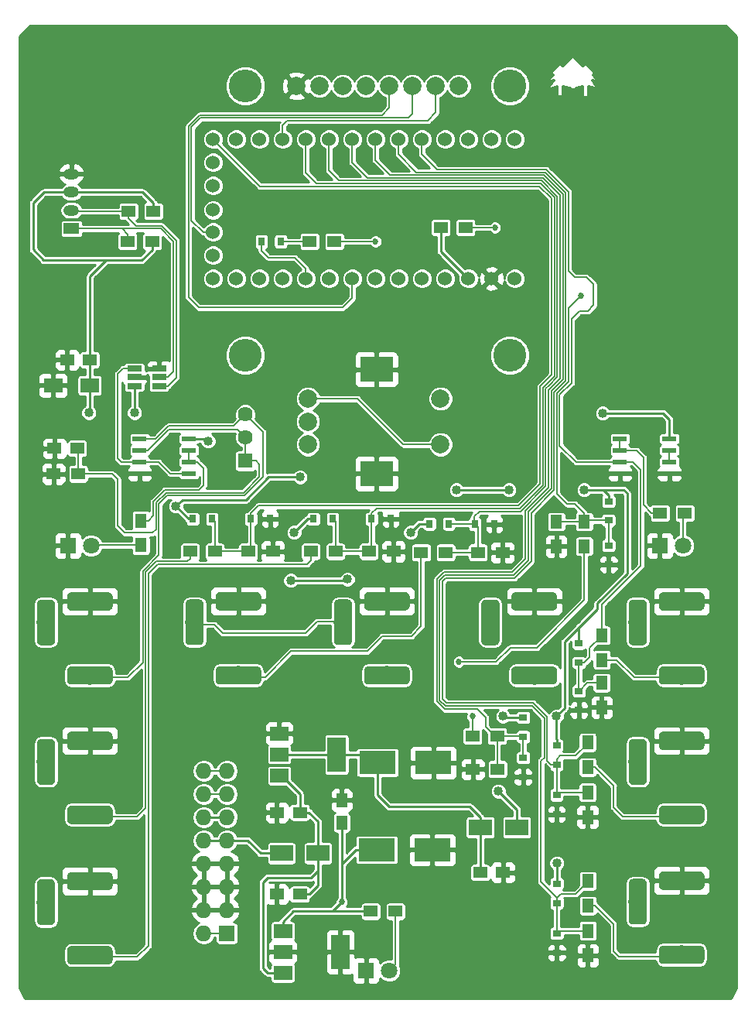
<source format=gtl>
G04 #@! TF.GenerationSoftware,KiCad,Pcbnew,(5.0.0-rc2-dev-444-g2974a2c10)*
G04 #@! TF.CreationDate,2019-06-05T22:24:42-07:00*
G04 #@! TF.ProjectId,2019-04-06_Range_Slicer_PCB,323031392D30342D30365F52616E6765,v02*
G04 #@! TF.SameCoordinates,Original*
G04 #@! TF.FileFunction,Copper,L1,Top,Signal*
G04 #@! TF.FilePolarity,Positive*
%FSLAX46Y46*%
G04 Gerber Fmt 4.6, Leading zero omitted, Abs format (unit mm)*
G04 Created by KiCad (PCBNEW (5.0.0-rc2-dev-444-g2974a2c10)) date 06/05/19 22:24:42*
%MOMM*%
%LPD*%
G01*
G04 APERTURE LIST*
%ADD10C,0.078740*%
%ADD11C,2.000000*%
%ADD12R,1.800000X1.800000*%
%ADD13C,1.800000*%
%ADD14R,3.600000X2.800000*%
%ADD15R,0.800000X0.900000*%
%ADD16R,1.300000X1.500000*%
%ADD17R,1.500000X1.300000*%
%ADD18R,0.900000X0.800000*%
%ADD19R,1.727200X1.727200*%
%ADD20O,1.727200X1.727200*%
%ADD21C,1.524000*%
%ADD22R,2.500000X1.800000*%
%ADD23R,1.700000X1.200000*%
%ADD24O,1.700000X1.200000*%
%ADD25C,1.620000*%
%ADD26R,1.620000X1.620000*%
%ADD27R,2.000000X1.500000*%
%ADD28R,2.000000X3.800000*%
%ADD29R,1.550000X0.600000*%
%ADD30R,1.500000X1.250000*%
%ADD31R,4.000000X2.500000*%
%ADD32R,1.250000X1.500000*%
%ADD33C,3.600000*%
%ADD34R,1.560000X0.650000*%
%ADD35R,2.000000X1.600000*%
%ADD36C,0.685800*%
%ADD37C,1.016000*%
%ADD38C,0.254000*%
%ADD39C,0.152400*%
G04 APERTURE END LIST*
D10*
G36*
X122433009Y-102889408D02*
X122481545Y-102896607D01*
X122529142Y-102908530D01*
X122575342Y-102925060D01*
X122619698Y-102946039D01*
X122661785Y-102971265D01*
X122701197Y-103000495D01*
X122737553Y-103033447D01*
X122770505Y-103069803D01*
X122799735Y-103109215D01*
X122824961Y-103151302D01*
X122845940Y-103195658D01*
X122862470Y-103241858D01*
X122874393Y-103289455D01*
X122881592Y-103337991D01*
X122884000Y-103387000D01*
X122884000Y-104387000D01*
X122881592Y-104436009D01*
X122874393Y-104484545D01*
X122862470Y-104532142D01*
X122845940Y-104578342D01*
X122824961Y-104622698D01*
X122799735Y-104664785D01*
X122770505Y-104704197D01*
X122737553Y-104740553D01*
X122701197Y-104773505D01*
X122661785Y-104802735D01*
X122619698Y-104827961D01*
X122575342Y-104848940D01*
X122529142Y-104865470D01*
X122481545Y-104877393D01*
X122433009Y-104884592D01*
X122384000Y-104887000D01*
X118384000Y-104887000D01*
X118334991Y-104884592D01*
X118286455Y-104877393D01*
X118238858Y-104865470D01*
X118192658Y-104848940D01*
X118148302Y-104827961D01*
X118106215Y-104802735D01*
X118066803Y-104773505D01*
X118030447Y-104740553D01*
X117997495Y-104704197D01*
X117968265Y-104664785D01*
X117943039Y-104622698D01*
X117922060Y-104578342D01*
X117905530Y-104532142D01*
X117893607Y-104484545D01*
X117886408Y-104436009D01*
X117884000Y-104387000D01*
X117884000Y-103387000D01*
X117886408Y-103337991D01*
X117893607Y-103289455D01*
X117905530Y-103241858D01*
X117922060Y-103195658D01*
X117943039Y-103151302D01*
X117968265Y-103109215D01*
X117997495Y-103069803D01*
X118030447Y-103033447D01*
X118066803Y-103000495D01*
X118106215Y-102971265D01*
X118148302Y-102946039D01*
X118192658Y-102925060D01*
X118238858Y-102908530D01*
X118286455Y-102896607D01*
X118334991Y-102889408D01*
X118384000Y-102887000D01*
X122384000Y-102887000D01*
X122433009Y-102889408D01*
X122433009Y-102889408D01*
G37*
D11*
X120384000Y-103887000D03*
D10*
G36*
X116133009Y-103689408D02*
X116181545Y-103696607D01*
X116229142Y-103708530D01*
X116275342Y-103725060D01*
X116319698Y-103746039D01*
X116361785Y-103771265D01*
X116401197Y-103800495D01*
X116437553Y-103833447D01*
X116470505Y-103869803D01*
X116499735Y-103909215D01*
X116524961Y-103951302D01*
X116545940Y-103995658D01*
X116562470Y-104041858D01*
X116574393Y-104089455D01*
X116581592Y-104137991D01*
X116584000Y-104187000D01*
X116584000Y-108187000D01*
X116581592Y-108236009D01*
X116574393Y-108284545D01*
X116562470Y-108332142D01*
X116545940Y-108378342D01*
X116524961Y-108422698D01*
X116499735Y-108464785D01*
X116470505Y-108504197D01*
X116437553Y-108540553D01*
X116401197Y-108573505D01*
X116361785Y-108602735D01*
X116319698Y-108627961D01*
X116275342Y-108648940D01*
X116229142Y-108665470D01*
X116181545Y-108677393D01*
X116133009Y-108684592D01*
X116084000Y-108687000D01*
X115084000Y-108687000D01*
X115034991Y-108684592D01*
X114986455Y-108677393D01*
X114938858Y-108665470D01*
X114892658Y-108648940D01*
X114848302Y-108627961D01*
X114806215Y-108602735D01*
X114766803Y-108573505D01*
X114730447Y-108540553D01*
X114697495Y-108504197D01*
X114668265Y-108464785D01*
X114643039Y-108422698D01*
X114622060Y-108378342D01*
X114605530Y-108332142D01*
X114593607Y-108284545D01*
X114586408Y-108236009D01*
X114584000Y-108187000D01*
X114584000Y-104187000D01*
X114586408Y-104137991D01*
X114593607Y-104089455D01*
X114605530Y-104041858D01*
X114622060Y-103995658D01*
X114643039Y-103951302D01*
X114668265Y-103909215D01*
X114697495Y-103869803D01*
X114730447Y-103833447D01*
X114766803Y-103800495D01*
X114806215Y-103771265D01*
X114848302Y-103746039D01*
X114892658Y-103725060D01*
X114938858Y-103708530D01*
X114986455Y-103696607D01*
X115034991Y-103689408D01*
X115084000Y-103687000D01*
X116084000Y-103687000D01*
X116133009Y-103689408D01*
X116133009Y-103689408D01*
G37*
D11*
X115584000Y-106187000D03*
D10*
G36*
X122433009Y-110989408D02*
X122481545Y-110996607D01*
X122529142Y-111008530D01*
X122575342Y-111025060D01*
X122619698Y-111046039D01*
X122661785Y-111071265D01*
X122701197Y-111100495D01*
X122737553Y-111133447D01*
X122770505Y-111169803D01*
X122799735Y-111209215D01*
X122824961Y-111251302D01*
X122845940Y-111295658D01*
X122862470Y-111341858D01*
X122874393Y-111389455D01*
X122881592Y-111437991D01*
X122884000Y-111487000D01*
X122884000Y-112487000D01*
X122881592Y-112536009D01*
X122874393Y-112584545D01*
X122862470Y-112632142D01*
X122845940Y-112678342D01*
X122824961Y-112722698D01*
X122799735Y-112764785D01*
X122770505Y-112804197D01*
X122737553Y-112840553D01*
X122701197Y-112873505D01*
X122661785Y-112902735D01*
X122619698Y-112927961D01*
X122575342Y-112948940D01*
X122529142Y-112965470D01*
X122481545Y-112977393D01*
X122433009Y-112984592D01*
X122384000Y-112987000D01*
X118384000Y-112987000D01*
X118334991Y-112984592D01*
X118286455Y-112977393D01*
X118238858Y-112965470D01*
X118192658Y-112948940D01*
X118148302Y-112927961D01*
X118106215Y-112902735D01*
X118066803Y-112873505D01*
X118030447Y-112840553D01*
X117997495Y-112804197D01*
X117968265Y-112764785D01*
X117943039Y-112722698D01*
X117922060Y-112678342D01*
X117905530Y-112632142D01*
X117893607Y-112584545D01*
X117886408Y-112536009D01*
X117884000Y-112487000D01*
X117884000Y-111487000D01*
X117886408Y-111437991D01*
X117893607Y-111389455D01*
X117905530Y-111341858D01*
X117922060Y-111295658D01*
X117943039Y-111251302D01*
X117968265Y-111209215D01*
X117997495Y-111169803D01*
X118030447Y-111133447D01*
X118066803Y-111100495D01*
X118106215Y-111071265D01*
X118148302Y-111046039D01*
X118192658Y-111025060D01*
X118238858Y-111008530D01*
X118286455Y-110996607D01*
X118334991Y-110989408D01*
X118384000Y-110987000D01*
X122384000Y-110987000D01*
X122433009Y-110989408D01*
X122433009Y-110989408D01*
G37*
D11*
X120384000Y-111987000D03*
D10*
G36*
X138689009Y-102889408D02*
X138737545Y-102896607D01*
X138785142Y-102908530D01*
X138831342Y-102925060D01*
X138875698Y-102946039D01*
X138917785Y-102971265D01*
X138957197Y-103000495D01*
X138993553Y-103033447D01*
X139026505Y-103069803D01*
X139055735Y-103109215D01*
X139080961Y-103151302D01*
X139101940Y-103195658D01*
X139118470Y-103241858D01*
X139130393Y-103289455D01*
X139137592Y-103337991D01*
X139140000Y-103387000D01*
X139140000Y-104387000D01*
X139137592Y-104436009D01*
X139130393Y-104484545D01*
X139118470Y-104532142D01*
X139101940Y-104578342D01*
X139080961Y-104622698D01*
X139055735Y-104664785D01*
X139026505Y-104704197D01*
X138993553Y-104740553D01*
X138957197Y-104773505D01*
X138917785Y-104802735D01*
X138875698Y-104827961D01*
X138831342Y-104848940D01*
X138785142Y-104865470D01*
X138737545Y-104877393D01*
X138689009Y-104884592D01*
X138640000Y-104887000D01*
X134640000Y-104887000D01*
X134590991Y-104884592D01*
X134542455Y-104877393D01*
X134494858Y-104865470D01*
X134448658Y-104848940D01*
X134404302Y-104827961D01*
X134362215Y-104802735D01*
X134322803Y-104773505D01*
X134286447Y-104740553D01*
X134253495Y-104704197D01*
X134224265Y-104664785D01*
X134199039Y-104622698D01*
X134178060Y-104578342D01*
X134161530Y-104532142D01*
X134149607Y-104484545D01*
X134142408Y-104436009D01*
X134140000Y-104387000D01*
X134140000Y-103387000D01*
X134142408Y-103337991D01*
X134149607Y-103289455D01*
X134161530Y-103241858D01*
X134178060Y-103195658D01*
X134199039Y-103151302D01*
X134224265Y-103109215D01*
X134253495Y-103069803D01*
X134286447Y-103033447D01*
X134322803Y-103000495D01*
X134362215Y-102971265D01*
X134404302Y-102946039D01*
X134448658Y-102925060D01*
X134494858Y-102908530D01*
X134542455Y-102896607D01*
X134590991Y-102889408D01*
X134640000Y-102887000D01*
X138640000Y-102887000D01*
X138689009Y-102889408D01*
X138689009Y-102889408D01*
G37*
D11*
X136640000Y-103887000D03*
D10*
G36*
X132389009Y-103689408D02*
X132437545Y-103696607D01*
X132485142Y-103708530D01*
X132531342Y-103725060D01*
X132575698Y-103746039D01*
X132617785Y-103771265D01*
X132657197Y-103800495D01*
X132693553Y-103833447D01*
X132726505Y-103869803D01*
X132755735Y-103909215D01*
X132780961Y-103951302D01*
X132801940Y-103995658D01*
X132818470Y-104041858D01*
X132830393Y-104089455D01*
X132837592Y-104137991D01*
X132840000Y-104187000D01*
X132840000Y-108187000D01*
X132837592Y-108236009D01*
X132830393Y-108284545D01*
X132818470Y-108332142D01*
X132801940Y-108378342D01*
X132780961Y-108422698D01*
X132755735Y-108464785D01*
X132726505Y-108504197D01*
X132693553Y-108540553D01*
X132657197Y-108573505D01*
X132617785Y-108602735D01*
X132575698Y-108627961D01*
X132531342Y-108648940D01*
X132485142Y-108665470D01*
X132437545Y-108677393D01*
X132389009Y-108684592D01*
X132340000Y-108687000D01*
X131340000Y-108687000D01*
X131290991Y-108684592D01*
X131242455Y-108677393D01*
X131194858Y-108665470D01*
X131148658Y-108648940D01*
X131104302Y-108627961D01*
X131062215Y-108602735D01*
X131022803Y-108573505D01*
X130986447Y-108540553D01*
X130953495Y-108504197D01*
X130924265Y-108464785D01*
X130899039Y-108422698D01*
X130878060Y-108378342D01*
X130861530Y-108332142D01*
X130849607Y-108284545D01*
X130842408Y-108236009D01*
X130840000Y-108187000D01*
X130840000Y-104187000D01*
X130842408Y-104137991D01*
X130849607Y-104089455D01*
X130861530Y-104041858D01*
X130878060Y-103995658D01*
X130899039Y-103951302D01*
X130924265Y-103909215D01*
X130953495Y-103869803D01*
X130986447Y-103833447D01*
X131022803Y-103800495D01*
X131062215Y-103771265D01*
X131104302Y-103746039D01*
X131148658Y-103725060D01*
X131194858Y-103708530D01*
X131242455Y-103696607D01*
X131290991Y-103689408D01*
X131340000Y-103687000D01*
X132340000Y-103687000D01*
X132389009Y-103689408D01*
X132389009Y-103689408D01*
G37*
D11*
X131840000Y-106187000D03*
D10*
G36*
X138689009Y-110989408D02*
X138737545Y-110996607D01*
X138785142Y-111008530D01*
X138831342Y-111025060D01*
X138875698Y-111046039D01*
X138917785Y-111071265D01*
X138957197Y-111100495D01*
X138993553Y-111133447D01*
X139026505Y-111169803D01*
X139055735Y-111209215D01*
X139080961Y-111251302D01*
X139101940Y-111295658D01*
X139118470Y-111341858D01*
X139130393Y-111389455D01*
X139137592Y-111437991D01*
X139140000Y-111487000D01*
X139140000Y-112487000D01*
X139137592Y-112536009D01*
X139130393Y-112584545D01*
X139118470Y-112632142D01*
X139101940Y-112678342D01*
X139080961Y-112722698D01*
X139055735Y-112764785D01*
X139026505Y-112804197D01*
X138993553Y-112840553D01*
X138957197Y-112873505D01*
X138917785Y-112902735D01*
X138875698Y-112927961D01*
X138831342Y-112948940D01*
X138785142Y-112965470D01*
X138737545Y-112977393D01*
X138689009Y-112984592D01*
X138640000Y-112987000D01*
X134640000Y-112987000D01*
X134590991Y-112984592D01*
X134542455Y-112977393D01*
X134494858Y-112965470D01*
X134448658Y-112948940D01*
X134404302Y-112927961D01*
X134362215Y-112902735D01*
X134322803Y-112873505D01*
X134286447Y-112840553D01*
X134253495Y-112804197D01*
X134224265Y-112764785D01*
X134199039Y-112722698D01*
X134178060Y-112678342D01*
X134161530Y-112632142D01*
X134149607Y-112584545D01*
X134142408Y-112536009D01*
X134140000Y-112487000D01*
X134140000Y-111487000D01*
X134142408Y-111437991D01*
X134149607Y-111389455D01*
X134161530Y-111341858D01*
X134178060Y-111295658D01*
X134199039Y-111251302D01*
X134224265Y-111209215D01*
X134253495Y-111169803D01*
X134286447Y-111133447D01*
X134322803Y-111100495D01*
X134362215Y-111071265D01*
X134404302Y-111046039D01*
X134448658Y-111025060D01*
X134494858Y-111008530D01*
X134542455Y-110996607D01*
X134590991Y-110989408D01*
X134640000Y-110987000D01*
X138640000Y-110987000D01*
X138689009Y-110989408D01*
X138689009Y-110989408D01*
G37*
D11*
X136640000Y-111987000D03*
D10*
G36*
X170947009Y-102902408D02*
X170995545Y-102909607D01*
X171043142Y-102921530D01*
X171089342Y-102938060D01*
X171133698Y-102959039D01*
X171175785Y-102984265D01*
X171215197Y-103013495D01*
X171251553Y-103046447D01*
X171284505Y-103082803D01*
X171313735Y-103122215D01*
X171338961Y-103164302D01*
X171359940Y-103208658D01*
X171376470Y-103254858D01*
X171388393Y-103302455D01*
X171395592Y-103350991D01*
X171398000Y-103400000D01*
X171398000Y-104400000D01*
X171395592Y-104449009D01*
X171388393Y-104497545D01*
X171376470Y-104545142D01*
X171359940Y-104591342D01*
X171338961Y-104635698D01*
X171313735Y-104677785D01*
X171284505Y-104717197D01*
X171251553Y-104753553D01*
X171215197Y-104786505D01*
X171175785Y-104815735D01*
X171133698Y-104840961D01*
X171089342Y-104861940D01*
X171043142Y-104878470D01*
X170995545Y-104890393D01*
X170947009Y-104897592D01*
X170898000Y-104900000D01*
X166898000Y-104900000D01*
X166848991Y-104897592D01*
X166800455Y-104890393D01*
X166752858Y-104878470D01*
X166706658Y-104861940D01*
X166662302Y-104840961D01*
X166620215Y-104815735D01*
X166580803Y-104786505D01*
X166544447Y-104753553D01*
X166511495Y-104717197D01*
X166482265Y-104677785D01*
X166457039Y-104635698D01*
X166436060Y-104591342D01*
X166419530Y-104545142D01*
X166407607Y-104497545D01*
X166400408Y-104449009D01*
X166398000Y-104400000D01*
X166398000Y-103400000D01*
X166400408Y-103350991D01*
X166407607Y-103302455D01*
X166419530Y-103254858D01*
X166436060Y-103208658D01*
X166457039Y-103164302D01*
X166482265Y-103122215D01*
X166511495Y-103082803D01*
X166544447Y-103046447D01*
X166580803Y-103013495D01*
X166620215Y-102984265D01*
X166662302Y-102959039D01*
X166706658Y-102938060D01*
X166752858Y-102921530D01*
X166800455Y-102909607D01*
X166848991Y-102902408D01*
X166898000Y-102900000D01*
X170898000Y-102900000D01*
X170947009Y-102902408D01*
X170947009Y-102902408D01*
G37*
D11*
X168898000Y-103900000D03*
D10*
G36*
X164647009Y-103702408D02*
X164695545Y-103709607D01*
X164743142Y-103721530D01*
X164789342Y-103738060D01*
X164833698Y-103759039D01*
X164875785Y-103784265D01*
X164915197Y-103813495D01*
X164951553Y-103846447D01*
X164984505Y-103882803D01*
X165013735Y-103922215D01*
X165038961Y-103964302D01*
X165059940Y-104008658D01*
X165076470Y-104054858D01*
X165088393Y-104102455D01*
X165095592Y-104150991D01*
X165098000Y-104200000D01*
X165098000Y-108200000D01*
X165095592Y-108249009D01*
X165088393Y-108297545D01*
X165076470Y-108345142D01*
X165059940Y-108391342D01*
X165038961Y-108435698D01*
X165013735Y-108477785D01*
X164984505Y-108517197D01*
X164951553Y-108553553D01*
X164915197Y-108586505D01*
X164875785Y-108615735D01*
X164833698Y-108640961D01*
X164789342Y-108661940D01*
X164743142Y-108678470D01*
X164695545Y-108690393D01*
X164647009Y-108697592D01*
X164598000Y-108700000D01*
X163598000Y-108700000D01*
X163548991Y-108697592D01*
X163500455Y-108690393D01*
X163452858Y-108678470D01*
X163406658Y-108661940D01*
X163362302Y-108640961D01*
X163320215Y-108615735D01*
X163280803Y-108586505D01*
X163244447Y-108553553D01*
X163211495Y-108517197D01*
X163182265Y-108477785D01*
X163157039Y-108435698D01*
X163136060Y-108391342D01*
X163119530Y-108345142D01*
X163107607Y-108297545D01*
X163100408Y-108249009D01*
X163098000Y-108200000D01*
X163098000Y-104200000D01*
X163100408Y-104150991D01*
X163107607Y-104102455D01*
X163119530Y-104054858D01*
X163136060Y-104008658D01*
X163157039Y-103964302D01*
X163182265Y-103922215D01*
X163211495Y-103882803D01*
X163244447Y-103846447D01*
X163280803Y-103813495D01*
X163320215Y-103784265D01*
X163362302Y-103759039D01*
X163406658Y-103738060D01*
X163452858Y-103721530D01*
X163500455Y-103709607D01*
X163548991Y-103702408D01*
X163598000Y-103700000D01*
X164598000Y-103700000D01*
X164647009Y-103702408D01*
X164647009Y-103702408D01*
G37*
D11*
X164098000Y-106200000D03*
D10*
G36*
X170947009Y-111002408D02*
X170995545Y-111009607D01*
X171043142Y-111021530D01*
X171089342Y-111038060D01*
X171133698Y-111059039D01*
X171175785Y-111084265D01*
X171215197Y-111113495D01*
X171251553Y-111146447D01*
X171284505Y-111182803D01*
X171313735Y-111222215D01*
X171338961Y-111264302D01*
X171359940Y-111308658D01*
X171376470Y-111354858D01*
X171388393Y-111402455D01*
X171395592Y-111450991D01*
X171398000Y-111500000D01*
X171398000Y-112500000D01*
X171395592Y-112549009D01*
X171388393Y-112597545D01*
X171376470Y-112645142D01*
X171359940Y-112691342D01*
X171338961Y-112735698D01*
X171313735Y-112777785D01*
X171284505Y-112817197D01*
X171251553Y-112853553D01*
X171215197Y-112886505D01*
X171175785Y-112915735D01*
X171133698Y-112940961D01*
X171089342Y-112961940D01*
X171043142Y-112978470D01*
X170995545Y-112990393D01*
X170947009Y-112997592D01*
X170898000Y-113000000D01*
X166898000Y-113000000D01*
X166848991Y-112997592D01*
X166800455Y-112990393D01*
X166752858Y-112978470D01*
X166706658Y-112961940D01*
X166662302Y-112940961D01*
X166620215Y-112915735D01*
X166580803Y-112886505D01*
X166544447Y-112853553D01*
X166511495Y-112817197D01*
X166482265Y-112777785D01*
X166457039Y-112735698D01*
X166436060Y-112691342D01*
X166419530Y-112645142D01*
X166407607Y-112597545D01*
X166400408Y-112549009D01*
X166398000Y-112500000D01*
X166398000Y-111500000D01*
X166400408Y-111450991D01*
X166407607Y-111402455D01*
X166419530Y-111354858D01*
X166436060Y-111308658D01*
X166457039Y-111264302D01*
X166482265Y-111222215D01*
X166511495Y-111182803D01*
X166544447Y-111146447D01*
X166580803Y-111113495D01*
X166620215Y-111084265D01*
X166662302Y-111059039D01*
X166706658Y-111038060D01*
X166752858Y-111021530D01*
X166800455Y-111009607D01*
X166848991Y-111002408D01*
X166898000Y-111000000D01*
X170898000Y-111000000D01*
X170947009Y-111002408D01*
X170947009Y-111002408D01*
G37*
D11*
X168898000Y-112000000D03*
D10*
G36*
X170947009Y-118152408D02*
X170995545Y-118159607D01*
X171043142Y-118171530D01*
X171089342Y-118188060D01*
X171133698Y-118209039D01*
X171175785Y-118234265D01*
X171215197Y-118263495D01*
X171251553Y-118296447D01*
X171284505Y-118332803D01*
X171313735Y-118372215D01*
X171338961Y-118414302D01*
X171359940Y-118458658D01*
X171376470Y-118504858D01*
X171388393Y-118552455D01*
X171395592Y-118600991D01*
X171398000Y-118650000D01*
X171398000Y-119650000D01*
X171395592Y-119699009D01*
X171388393Y-119747545D01*
X171376470Y-119795142D01*
X171359940Y-119841342D01*
X171338961Y-119885698D01*
X171313735Y-119927785D01*
X171284505Y-119967197D01*
X171251553Y-120003553D01*
X171215197Y-120036505D01*
X171175785Y-120065735D01*
X171133698Y-120090961D01*
X171089342Y-120111940D01*
X171043142Y-120128470D01*
X170995545Y-120140393D01*
X170947009Y-120147592D01*
X170898000Y-120150000D01*
X166898000Y-120150000D01*
X166848991Y-120147592D01*
X166800455Y-120140393D01*
X166752858Y-120128470D01*
X166706658Y-120111940D01*
X166662302Y-120090961D01*
X166620215Y-120065735D01*
X166580803Y-120036505D01*
X166544447Y-120003553D01*
X166511495Y-119967197D01*
X166482265Y-119927785D01*
X166457039Y-119885698D01*
X166436060Y-119841342D01*
X166419530Y-119795142D01*
X166407607Y-119747545D01*
X166400408Y-119699009D01*
X166398000Y-119650000D01*
X166398000Y-118650000D01*
X166400408Y-118600991D01*
X166407607Y-118552455D01*
X166419530Y-118504858D01*
X166436060Y-118458658D01*
X166457039Y-118414302D01*
X166482265Y-118372215D01*
X166511495Y-118332803D01*
X166544447Y-118296447D01*
X166580803Y-118263495D01*
X166620215Y-118234265D01*
X166662302Y-118209039D01*
X166706658Y-118188060D01*
X166752858Y-118171530D01*
X166800455Y-118159607D01*
X166848991Y-118152408D01*
X166898000Y-118150000D01*
X170898000Y-118150000D01*
X170947009Y-118152408D01*
X170947009Y-118152408D01*
G37*
D11*
X168898000Y-119150000D03*
D10*
G36*
X164647009Y-118952408D02*
X164695545Y-118959607D01*
X164743142Y-118971530D01*
X164789342Y-118988060D01*
X164833698Y-119009039D01*
X164875785Y-119034265D01*
X164915197Y-119063495D01*
X164951553Y-119096447D01*
X164984505Y-119132803D01*
X165013735Y-119172215D01*
X165038961Y-119214302D01*
X165059940Y-119258658D01*
X165076470Y-119304858D01*
X165088393Y-119352455D01*
X165095592Y-119400991D01*
X165098000Y-119450000D01*
X165098000Y-123450000D01*
X165095592Y-123499009D01*
X165088393Y-123547545D01*
X165076470Y-123595142D01*
X165059940Y-123641342D01*
X165038961Y-123685698D01*
X165013735Y-123727785D01*
X164984505Y-123767197D01*
X164951553Y-123803553D01*
X164915197Y-123836505D01*
X164875785Y-123865735D01*
X164833698Y-123890961D01*
X164789342Y-123911940D01*
X164743142Y-123928470D01*
X164695545Y-123940393D01*
X164647009Y-123947592D01*
X164598000Y-123950000D01*
X163598000Y-123950000D01*
X163548991Y-123947592D01*
X163500455Y-123940393D01*
X163452858Y-123928470D01*
X163406658Y-123911940D01*
X163362302Y-123890961D01*
X163320215Y-123865735D01*
X163280803Y-123836505D01*
X163244447Y-123803553D01*
X163211495Y-123767197D01*
X163182265Y-123727785D01*
X163157039Y-123685698D01*
X163136060Y-123641342D01*
X163119530Y-123595142D01*
X163107607Y-123547545D01*
X163100408Y-123499009D01*
X163098000Y-123450000D01*
X163098000Y-119450000D01*
X163100408Y-119400991D01*
X163107607Y-119352455D01*
X163119530Y-119304858D01*
X163136060Y-119258658D01*
X163157039Y-119214302D01*
X163182265Y-119172215D01*
X163211495Y-119132803D01*
X163244447Y-119096447D01*
X163280803Y-119063495D01*
X163320215Y-119034265D01*
X163362302Y-119009039D01*
X163406658Y-118988060D01*
X163452858Y-118971530D01*
X163500455Y-118959607D01*
X163548991Y-118952408D01*
X163598000Y-118950000D01*
X164598000Y-118950000D01*
X164647009Y-118952408D01*
X164647009Y-118952408D01*
G37*
D11*
X164098000Y-121450000D03*
D10*
G36*
X170947009Y-126252408D02*
X170995545Y-126259607D01*
X171043142Y-126271530D01*
X171089342Y-126288060D01*
X171133698Y-126309039D01*
X171175785Y-126334265D01*
X171215197Y-126363495D01*
X171251553Y-126396447D01*
X171284505Y-126432803D01*
X171313735Y-126472215D01*
X171338961Y-126514302D01*
X171359940Y-126558658D01*
X171376470Y-126604858D01*
X171388393Y-126652455D01*
X171395592Y-126700991D01*
X171398000Y-126750000D01*
X171398000Y-127750000D01*
X171395592Y-127799009D01*
X171388393Y-127847545D01*
X171376470Y-127895142D01*
X171359940Y-127941342D01*
X171338961Y-127985698D01*
X171313735Y-128027785D01*
X171284505Y-128067197D01*
X171251553Y-128103553D01*
X171215197Y-128136505D01*
X171175785Y-128165735D01*
X171133698Y-128190961D01*
X171089342Y-128211940D01*
X171043142Y-128228470D01*
X170995545Y-128240393D01*
X170947009Y-128247592D01*
X170898000Y-128250000D01*
X166898000Y-128250000D01*
X166848991Y-128247592D01*
X166800455Y-128240393D01*
X166752858Y-128228470D01*
X166706658Y-128211940D01*
X166662302Y-128190961D01*
X166620215Y-128165735D01*
X166580803Y-128136505D01*
X166544447Y-128103553D01*
X166511495Y-128067197D01*
X166482265Y-128027785D01*
X166457039Y-127985698D01*
X166436060Y-127941342D01*
X166419530Y-127895142D01*
X166407607Y-127847545D01*
X166400408Y-127799009D01*
X166398000Y-127750000D01*
X166398000Y-126750000D01*
X166400408Y-126700991D01*
X166407607Y-126652455D01*
X166419530Y-126604858D01*
X166436060Y-126558658D01*
X166457039Y-126514302D01*
X166482265Y-126472215D01*
X166511495Y-126432803D01*
X166544447Y-126396447D01*
X166580803Y-126363495D01*
X166620215Y-126334265D01*
X166662302Y-126309039D01*
X166706658Y-126288060D01*
X166752858Y-126271530D01*
X166800455Y-126259607D01*
X166848991Y-126252408D01*
X166898000Y-126250000D01*
X170898000Y-126250000D01*
X170947009Y-126252408D01*
X170947009Y-126252408D01*
G37*
D11*
X168898000Y-127250000D03*
D10*
G36*
X170947009Y-133452408D02*
X170995545Y-133459607D01*
X171043142Y-133471530D01*
X171089342Y-133488060D01*
X171133698Y-133509039D01*
X171175785Y-133534265D01*
X171215197Y-133563495D01*
X171251553Y-133596447D01*
X171284505Y-133632803D01*
X171313735Y-133672215D01*
X171338961Y-133714302D01*
X171359940Y-133758658D01*
X171376470Y-133804858D01*
X171388393Y-133852455D01*
X171395592Y-133900991D01*
X171398000Y-133950000D01*
X171398000Y-134950000D01*
X171395592Y-134999009D01*
X171388393Y-135047545D01*
X171376470Y-135095142D01*
X171359940Y-135141342D01*
X171338961Y-135185698D01*
X171313735Y-135227785D01*
X171284505Y-135267197D01*
X171251553Y-135303553D01*
X171215197Y-135336505D01*
X171175785Y-135365735D01*
X171133698Y-135390961D01*
X171089342Y-135411940D01*
X171043142Y-135428470D01*
X170995545Y-135440393D01*
X170947009Y-135447592D01*
X170898000Y-135450000D01*
X166898000Y-135450000D01*
X166848991Y-135447592D01*
X166800455Y-135440393D01*
X166752858Y-135428470D01*
X166706658Y-135411940D01*
X166662302Y-135390961D01*
X166620215Y-135365735D01*
X166580803Y-135336505D01*
X166544447Y-135303553D01*
X166511495Y-135267197D01*
X166482265Y-135227785D01*
X166457039Y-135185698D01*
X166436060Y-135141342D01*
X166419530Y-135095142D01*
X166407607Y-135047545D01*
X166400408Y-134999009D01*
X166398000Y-134950000D01*
X166398000Y-133950000D01*
X166400408Y-133900991D01*
X166407607Y-133852455D01*
X166419530Y-133804858D01*
X166436060Y-133758658D01*
X166457039Y-133714302D01*
X166482265Y-133672215D01*
X166511495Y-133632803D01*
X166544447Y-133596447D01*
X166580803Y-133563495D01*
X166620215Y-133534265D01*
X166662302Y-133509039D01*
X166706658Y-133488060D01*
X166752858Y-133471530D01*
X166800455Y-133459607D01*
X166848991Y-133452408D01*
X166898000Y-133450000D01*
X170898000Y-133450000D01*
X170947009Y-133452408D01*
X170947009Y-133452408D01*
G37*
D11*
X168898000Y-134450000D03*
D10*
G36*
X164647009Y-134252408D02*
X164695545Y-134259607D01*
X164743142Y-134271530D01*
X164789342Y-134288060D01*
X164833698Y-134309039D01*
X164875785Y-134334265D01*
X164915197Y-134363495D01*
X164951553Y-134396447D01*
X164984505Y-134432803D01*
X165013735Y-134472215D01*
X165038961Y-134514302D01*
X165059940Y-134558658D01*
X165076470Y-134604858D01*
X165088393Y-134652455D01*
X165095592Y-134700991D01*
X165098000Y-134750000D01*
X165098000Y-138750000D01*
X165095592Y-138799009D01*
X165088393Y-138847545D01*
X165076470Y-138895142D01*
X165059940Y-138941342D01*
X165038961Y-138985698D01*
X165013735Y-139027785D01*
X164984505Y-139067197D01*
X164951553Y-139103553D01*
X164915197Y-139136505D01*
X164875785Y-139165735D01*
X164833698Y-139190961D01*
X164789342Y-139211940D01*
X164743142Y-139228470D01*
X164695545Y-139240393D01*
X164647009Y-139247592D01*
X164598000Y-139250000D01*
X163598000Y-139250000D01*
X163548991Y-139247592D01*
X163500455Y-139240393D01*
X163452858Y-139228470D01*
X163406658Y-139211940D01*
X163362302Y-139190961D01*
X163320215Y-139165735D01*
X163280803Y-139136505D01*
X163244447Y-139103553D01*
X163211495Y-139067197D01*
X163182265Y-139027785D01*
X163157039Y-138985698D01*
X163136060Y-138941342D01*
X163119530Y-138895142D01*
X163107607Y-138847545D01*
X163100408Y-138799009D01*
X163098000Y-138750000D01*
X163098000Y-134750000D01*
X163100408Y-134700991D01*
X163107607Y-134652455D01*
X163119530Y-134604858D01*
X163136060Y-134558658D01*
X163157039Y-134514302D01*
X163182265Y-134472215D01*
X163211495Y-134432803D01*
X163244447Y-134396447D01*
X163280803Y-134363495D01*
X163320215Y-134334265D01*
X163362302Y-134309039D01*
X163406658Y-134288060D01*
X163452858Y-134271530D01*
X163500455Y-134259607D01*
X163548991Y-134252408D01*
X163598000Y-134250000D01*
X164598000Y-134250000D01*
X164647009Y-134252408D01*
X164647009Y-134252408D01*
G37*
D11*
X164098000Y-136750000D03*
D10*
G36*
X170947009Y-141552408D02*
X170995545Y-141559607D01*
X171043142Y-141571530D01*
X171089342Y-141588060D01*
X171133698Y-141609039D01*
X171175785Y-141634265D01*
X171215197Y-141663495D01*
X171251553Y-141696447D01*
X171284505Y-141732803D01*
X171313735Y-141772215D01*
X171338961Y-141814302D01*
X171359940Y-141858658D01*
X171376470Y-141904858D01*
X171388393Y-141952455D01*
X171395592Y-142000991D01*
X171398000Y-142050000D01*
X171398000Y-143050000D01*
X171395592Y-143099009D01*
X171388393Y-143147545D01*
X171376470Y-143195142D01*
X171359940Y-143241342D01*
X171338961Y-143285698D01*
X171313735Y-143327785D01*
X171284505Y-143367197D01*
X171251553Y-143403553D01*
X171215197Y-143436505D01*
X171175785Y-143465735D01*
X171133698Y-143490961D01*
X171089342Y-143511940D01*
X171043142Y-143528470D01*
X170995545Y-143540393D01*
X170947009Y-143547592D01*
X170898000Y-143550000D01*
X166898000Y-143550000D01*
X166848991Y-143547592D01*
X166800455Y-143540393D01*
X166752858Y-143528470D01*
X166706658Y-143511940D01*
X166662302Y-143490961D01*
X166620215Y-143465735D01*
X166580803Y-143436505D01*
X166544447Y-143403553D01*
X166511495Y-143367197D01*
X166482265Y-143327785D01*
X166457039Y-143285698D01*
X166436060Y-143241342D01*
X166419530Y-143195142D01*
X166407607Y-143147545D01*
X166400408Y-143099009D01*
X166398000Y-143050000D01*
X166398000Y-142050000D01*
X166400408Y-142000991D01*
X166407607Y-141952455D01*
X166419530Y-141904858D01*
X166436060Y-141858658D01*
X166457039Y-141814302D01*
X166482265Y-141772215D01*
X166511495Y-141732803D01*
X166544447Y-141696447D01*
X166580803Y-141663495D01*
X166620215Y-141634265D01*
X166662302Y-141609039D01*
X166706658Y-141588060D01*
X166752858Y-141571530D01*
X166800455Y-141559607D01*
X166848991Y-141552408D01*
X166898000Y-141550000D01*
X170898000Y-141550000D01*
X170947009Y-141552408D01*
X170947009Y-141552408D01*
G37*
D11*
X168898000Y-142550000D03*
D10*
G36*
X154818009Y-102902408D02*
X154866545Y-102909607D01*
X154914142Y-102921530D01*
X154960342Y-102938060D01*
X155004698Y-102959039D01*
X155046785Y-102984265D01*
X155086197Y-103013495D01*
X155122553Y-103046447D01*
X155155505Y-103082803D01*
X155184735Y-103122215D01*
X155209961Y-103164302D01*
X155230940Y-103208658D01*
X155247470Y-103254858D01*
X155259393Y-103302455D01*
X155266592Y-103350991D01*
X155269000Y-103400000D01*
X155269000Y-104400000D01*
X155266592Y-104449009D01*
X155259393Y-104497545D01*
X155247470Y-104545142D01*
X155230940Y-104591342D01*
X155209961Y-104635698D01*
X155184735Y-104677785D01*
X155155505Y-104717197D01*
X155122553Y-104753553D01*
X155086197Y-104786505D01*
X155046785Y-104815735D01*
X155004698Y-104840961D01*
X154960342Y-104861940D01*
X154914142Y-104878470D01*
X154866545Y-104890393D01*
X154818009Y-104897592D01*
X154769000Y-104900000D01*
X150769000Y-104900000D01*
X150719991Y-104897592D01*
X150671455Y-104890393D01*
X150623858Y-104878470D01*
X150577658Y-104861940D01*
X150533302Y-104840961D01*
X150491215Y-104815735D01*
X150451803Y-104786505D01*
X150415447Y-104753553D01*
X150382495Y-104717197D01*
X150353265Y-104677785D01*
X150328039Y-104635698D01*
X150307060Y-104591342D01*
X150290530Y-104545142D01*
X150278607Y-104497545D01*
X150271408Y-104449009D01*
X150269000Y-104400000D01*
X150269000Y-103400000D01*
X150271408Y-103350991D01*
X150278607Y-103302455D01*
X150290530Y-103254858D01*
X150307060Y-103208658D01*
X150328039Y-103164302D01*
X150353265Y-103122215D01*
X150382495Y-103082803D01*
X150415447Y-103046447D01*
X150451803Y-103013495D01*
X150491215Y-102984265D01*
X150533302Y-102959039D01*
X150577658Y-102938060D01*
X150623858Y-102921530D01*
X150671455Y-102909607D01*
X150719991Y-102902408D01*
X150769000Y-102900000D01*
X154769000Y-102900000D01*
X154818009Y-102902408D01*
X154818009Y-102902408D01*
G37*
D11*
X152769000Y-103900000D03*
D10*
G36*
X148518009Y-103702408D02*
X148566545Y-103709607D01*
X148614142Y-103721530D01*
X148660342Y-103738060D01*
X148704698Y-103759039D01*
X148746785Y-103784265D01*
X148786197Y-103813495D01*
X148822553Y-103846447D01*
X148855505Y-103882803D01*
X148884735Y-103922215D01*
X148909961Y-103964302D01*
X148930940Y-104008658D01*
X148947470Y-104054858D01*
X148959393Y-104102455D01*
X148966592Y-104150991D01*
X148969000Y-104200000D01*
X148969000Y-108200000D01*
X148966592Y-108249009D01*
X148959393Y-108297545D01*
X148947470Y-108345142D01*
X148930940Y-108391342D01*
X148909961Y-108435698D01*
X148884735Y-108477785D01*
X148855505Y-108517197D01*
X148822553Y-108553553D01*
X148786197Y-108586505D01*
X148746785Y-108615735D01*
X148704698Y-108640961D01*
X148660342Y-108661940D01*
X148614142Y-108678470D01*
X148566545Y-108690393D01*
X148518009Y-108697592D01*
X148469000Y-108700000D01*
X147469000Y-108700000D01*
X147419991Y-108697592D01*
X147371455Y-108690393D01*
X147323858Y-108678470D01*
X147277658Y-108661940D01*
X147233302Y-108640961D01*
X147191215Y-108615735D01*
X147151803Y-108586505D01*
X147115447Y-108553553D01*
X147082495Y-108517197D01*
X147053265Y-108477785D01*
X147028039Y-108435698D01*
X147007060Y-108391342D01*
X146990530Y-108345142D01*
X146978607Y-108297545D01*
X146971408Y-108249009D01*
X146969000Y-108200000D01*
X146969000Y-104200000D01*
X146971408Y-104150991D01*
X146978607Y-104102455D01*
X146990530Y-104054858D01*
X147007060Y-104008658D01*
X147028039Y-103964302D01*
X147053265Y-103922215D01*
X147082495Y-103882803D01*
X147115447Y-103846447D01*
X147151803Y-103813495D01*
X147191215Y-103784265D01*
X147233302Y-103759039D01*
X147277658Y-103738060D01*
X147323858Y-103721530D01*
X147371455Y-103709607D01*
X147419991Y-103702408D01*
X147469000Y-103700000D01*
X148469000Y-103700000D01*
X148518009Y-103702408D01*
X148518009Y-103702408D01*
G37*
D11*
X147969000Y-106200000D03*
D10*
G36*
X154818009Y-111002408D02*
X154866545Y-111009607D01*
X154914142Y-111021530D01*
X154960342Y-111038060D01*
X155004698Y-111059039D01*
X155046785Y-111084265D01*
X155086197Y-111113495D01*
X155122553Y-111146447D01*
X155155505Y-111182803D01*
X155184735Y-111222215D01*
X155209961Y-111264302D01*
X155230940Y-111308658D01*
X155247470Y-111354858D01*
X155259393Y-111402455D01*
X155266592Y-111450991D01*
X155269000Y-111500000D01*
X155269000Y-112500000D01*
X155266592Y-112549009D01*
X155259393Y-112597545D01*
X155247470Y-112645142D01*
X155230940Y-112691342D01*
X155209961Y-112735698D01*
X155184735Y-112777785D01*
X155155505Y-112817197D01*
X155122553Y-112853553D01*
X155086197Y-112886505D01*
X155046785Y-112915735D01*
X155004698Y-112940961D01*
X154960342Y-112961940D01*
X154914142Y-112978470D01*
X154866545Y-112990393D01*
X154818009Y-112997592D01*
X154769000Y-113000000D01*
X150769000Y-113000000D01*
X150719991Y-112997592D01*
X150671455Y-112990393D01*
X150623858Y-112978470D01*
X150577658Y-112961940D01*
X150533302Y-112940961D01*
X150491215Y-112915735D01*
X150451803Y-112886505D01*
X150415447Y-112853553D01*
X150382495Y-112817197D01*
X150353265Y-112777785D01*
X150328039Y-112735698D01*
X150307060Y-112691342D01*
X150290530Y-112645142D01*
X150278607Y-112597545D01*
X150271408Y-112549009D01*
X150269000Y-112500000D01*
X150269000Y-111500000D01*
X150271408Y-111450991D01*
X150278607Y-111402455D01*
X150290530Y-111354858D01*
X150307060Y-111308658D01*
X150328039Y-111264302D01*
X150353265Y-111222215D01*
X150382495Y-111182803D01*
X150415447Y-111146447D01*
X150451803Y-111113495D01*
X150491215Y-111084265D01*
X150533302Y-111059039D01*
X150577658Y-111038060D01*
X150623858Y-111021530D01*
X150671455Y-111009607D01*
X150719991Y-111002408D01*
X150769000Y-111000000D01*
X154769000Y-111000000D01*
X154818009Y-111002408D01*
X154818009Y-111002408D01*
G37*
D11*
X152769000Y-112000000D03*
D10*
G36*
X106177009Y-102902408D02*
X106225545Y-102909607D01*
X106273142Y-102921530D01*
X106319342Y-102938060D01*
X106363698Y-102959039D01*
X106405785Y-102984265D01*
X106445197Y-103013495D01*
X106481553Y-103046447D01*
X106514505Y-103082803D01*
X106543735Y-103122215D01*
X106568961Y-103164302D01*
X106589940Y-103208658D01*
X106606470Y-103254858D01*
X106618393Y-103302455D01*
X106625592Y-103350991D01*
X106628000Y-103400000D01*
X106628000Y-104400000D01*
X106625592Y-104449009D01*
X106618393Y-104497545D01*
X106606470Y-104545142D01*
X106589940Y-104591342D01*
X106568961Y-104635698D01*
X106543735Y-104677785D01*
X106514505Y-104717197D01*
X106481553Y-104753553D01*
X106445197Y-104786505D01*
X106405785Y-104815735D01*
X106363698Y-104840961D01*
X106319342Y-104861940D01*
X106273142Y-104878470D01*
X106225545Y-104890393D01*
X106177009Y-104897592D01*
X106128000Y-104900000D01*
X102128000Y-104900000D01*
X102078991Y-104897592D01*
X102030455Y-104890393D01*
X101982858Y-104878470D01*
X101936658Y-104861940D01*
X101892302Y-104840961D01*
X101850215Y-104815735D01*
X101810803Y-104786505D01*
X101774447Y-104753553D01*
X101741495Y-104717197D01*
X101712265Y-104677785D01*
X101687039Y-104635698D01*
X101666060Y-104591342D01*
X101649530Y-104545142D01*
X101637607Y-104497545D01*
X101630408Y-104449009D01*
X101628000Y-104400000D01*
X101628000Y-103400000D01*
X101630408Y-103350991D01*
X101637607Y-103302455D01*
X101649530Y-103254858D01*
X101666060Y-103208658D01*
X101687039Y-103164302D01*
X101712265Y-103122215D01*
X101741495Y-103082803D01*
X101774447Y-103046447D01*
X101810803Y-103013495D01*
X101850215Y-102984265D01*
X101892302Y-102959039D01*
X101936658Y-102938060D01*
X101982858Y-102921530D01*
X102030455Y-102909607D01*
X102078991Y-102902408D01*
X102128000Y-102900000D01*
X106128000Y-102900000D01*
X106177009Y-102902408D01*
X106177009Y-102902408D01*
G37*
D11*
X104128000Y-103900000D03*
D10*
G36*
X99877009Y-103702408D02*
X99925545Y-103709607D01*
X99973142Y-103721530D01*
X100019342Y-103738060D01*
X100063698Y-103759039D01*
X100105785Y-103784265D01*
X100145197Y-103813495D01*
X100181553Y-103846447D01*
X100214505Y-103882803D01*
X100243735Y-103922215D01*
X100268961Y-103964302D01*
X100289940Y-104008658D01*
X100306470Y-104054858D01*
X100318393Y-104102455D01*
X100325592Y-104150991D01*
X100328000Y-104200000D01*
X100328000Y-108200000D01*
X100325592Y-108249009D01*
X100318393Y-108297545D01*
X100306470Y-108345142D01*
X100289940Y-108391342D01*
X100268961Y-108435698D01*
X100243735Y-108477785D01*
X100214505Y-108517197D01*
X100181553Y-108553553D01*
X100145197Y-108586505D01*
X100105785Y-108615735D01*
X100063698Y-108640961D01*
X100019342Y-108661940D01*
X99973142Y-108678470D01*
X99925545Y-108690393D01*
X99877009Y-108697592D01*
X99828000Y-108700000D01*
X98828000Y-108700000D01*
X98778991Y-108697592D01*
X98730455Y-108690393D01*
X98682858Y-108678470D01*
X98636658Y-108661940D01*
X98592302Y-108640961D01*
X98550215Y-108615735D01*
X98510803Y-108586505D01*
X98474447Y-108553553D01*
X98441495Y-108517197D01*
X98412265Y-108477785D01*
X98387039Y-108435698D01*
X98366060Y-108391342D01*
X98349530Y-108345142D01*
X98337607Y-108297545D01*
X98330408Y-108249009D01*
X98328000Y-108200000D01*
X98328000Y-104200000D01*
X98330408Y-104150991D01*
X98337607Y-104102455D01*
X98349530Y-104054858D01*
X98366060Y-104008658D01*
X98387039Y-103964302D01*
X98412265Y-103922215D01*
X98441495Y-103882803D01*
X98474447Y-103846447D01*
X98510803Y-103813495D01*
X98550215Y-103784265D01*
X98592302Y-103759039D01*
X98636658Y-103738060D01*
X98682858Y-103721530D01*
X98730455Y-103709607D01*
X98778991Y-103702408D01*
X98828000Y-103700000D01*
X99828000Y-103700000D01*
X99877009Y-103702408D01*
X99877009Y-103702408D01*
G37*
D11*
X99328000Y-106200000D03*
D10*
G36*
X106177009Y-111002408D02*
X106225545Y-111009607D01*
X106273142Y-111021530D01*
X106319342Y-111038060D01*
X106363698Y-111059039D01*
X106405785Y-111084265D01*
X106445197Y-111113495D01*
X106481553Y-111146447D01*
X106514505Y-111182803D01*
X106543735Y-111222215D01*
X106568961Y-111264302D01*
X106589940Y-111308658D01*
X106606470Y-111354858D01*
X106618393Y-111402455D01*
X106625592Y-111450991D01*
X106628000Y-111500000D01*
X106628000Y-112500000D01*
X106625592Y-112549009D01*
X106618393Y-112597545D01*
X106606470Y-112645142D01*
X106589940Y-112691342D01*
X106568961Y-112735698D01*
X106543735Y-112777785D01*
X106514505Y-112817197D01*
X106481553Y-112853553D01*
X106445197Y-112886505D01*
X106405785Y-112915735D01*
X106363698Y-112940961D01*
X106319342Y-112961940D01*
X106273142Y-112978470D01*
X106225545Y-112990393D01*
X106177009Y-112997592D01*
X106128000Y-113000000D01*
X102128000Y-113000000D01*
X102078991Y-112997592D01*
X102030455Y-112990393D01*
X101982858Y-112978470D01*
X101936658Y-112961940D01*
X101892302Y-112940961D01*
X101850215Y-112915735D01*
X101810803Y-112886505D01*
X101774447Y-112853553D01*
X101741495Y-112817197D01*
X101712265Y-112777785D01*
X101687039Y-112735698D01*
X101666060Y-112691342D01*
X101649530Y-112645142D01*
X101637607Y-112597545D01*
X101630408Y-112549009D01*
X101628000Y-112500000D01*
X101628000Y-111500000D01*
X101630408Y-111450991D01*
X101637607Y-111402455D01*
X101649530Y-111354858D01*
X101666060Y-111308658D01*
X101687039Y-111264302D01*
X101712265Y-111222215D01*
X101741495Y-111182803D01*
X101774447Y-111146447D01*
X101810803Y-111113495D01*
X101850215Y-111084265D01*
X101892302Y-111059039D01*
X101936658Y-111038060D01*
X101982858Y-111021530D01*
X102030455Y-111009607D01*
X102078991Y-111002408D01*
X102128000Y-111000000D01*
X106128000Y-111000000D01*
X106177009Y-111002408D01*
X106177009Y-111002408D01*
G37*
D11*
X104128000Y-112000000D03*
D10*
G36*
X106177009Y-118152408D02*
X106225545Y-118159607D01*
X106273142Y-118171530D01*
X106319342Y-118188060D01*
X106363698Y-118209039D01*
X106405785Y-118234265D01*
X106445197Y-118263495D01*
X106481553Y-118296447D01*
X106514505Y-118332803D01*
X106543735Y-118372215D01*
X106568961Y-118414302D01*
X106589940Y-118458658D01*
X106606470Y-118504858D01*
X106618393Y-118552455D01*
X106625592Y-118600991D01*
X106628000Y-118650000D01*
X106628000Y-119650000D01*
X106625592Y-119699009D01*
X106618393Y-119747545D01*
X106606470Y-119795142D01*
X106589940Y-119841342D01*
X106568961Y-119885698D01*
X106543735Y-119927785D01*
X106514505Y-119967197D01*
X106481553Y-120003553D01*
X106445197Y-120036505D01*
X106405785Y-120065735D01*
X106363698Y-120090961D01*
X106319342Y-120111940D01*
X106273142Y-120128470D01*
X106225545Y-120140393D01*
X106177009Y-120147592D01*
X106128000Y-120150000D01*
X102128000Y-120150000D01*
X102078991Y-120147592D01*
X102030455Y-120140393D01*
X101982858Y-120128470D01*
X101936658Y-120111940D01*
X101892302Y-120090961D01*
X101850215Y-120065735D01*
X101810803Y-120036505D01*
X101774447Y-120003553D01*
X101741495Y-119967197D01*
X101712265Y-119927785D01*
X101687039Y-119885698D01*
X101666060Y-119841342D01*
X101649530Y-119795142D01*
X101637607Y-119747545D01*
X101630408Y-119699009D01*
X101628000Y-119650000D01*
X101628000Y-118650000D01*
X101630408Y-118600991D01*
X101637607Y-118552455D01*
X101649530Y-118504858D01*
X101666060Y-118458658D01*
X101687039Y-118414302D01*
X101712265Y-118372215D01*
X101741495Y-118332803D01*
X101774447Y-118296447D01*
X101810803Y-118263495D01*
X101850215Y-118234265D01*
X101892302Y-118209039D01*
X101936658Y-118188060D01*
X101982858Y-118171530D01*
X102030455Y-118159607D01*
X102078991Y-118152408D01*
X102128000Y-118150000D01*
X106128000Y-118150000D01*
X106177009Y-118152408D01*
X106177009Y-118152408D01*
G37*
D11*
X104128000Y-119150000D03*
D10*
G36*
X99877009Y-118952408D02*
X99925545Y-118959607D01*
X99973142Y-118971530D01*
X100019342Y-118988060D01*
X100063698Y-119009039D01*
X100105785Y-119034265D01*
X100145197Y-119063495D01*
X100181553Y-119096447D01*
X100214505Y-119132803D01*
X100243735Y-119172215D01*
X100268961Y-119214302D01*
X100289940Y-119258658D01*
X100306470Y-119304858D01*
X100318393Y-119352455D01*
X100325592Y-119400991D01*
X100328000Y-119450000D01*
X100328000Y-123450000D01*
X100325592Y-123499009D01*
X100318393Y-123547545D01*
X100306470Y-123595142D01*
X100289940Y-123641342D01*
X100268961Y-123685698D01*
X100243735Y-123727785D01*
X100214505Y-123767197D01*
X100181553Y-123803553D01*
X100145197Y-123836505D01*
X100105785Y-123865735D01*
X100063698Y-123890961D01*
X100019342Y-123911940D01*
X99973142Y-123928470D01*
X99925545Y-123940393D01*
X99877009Y-123947592D01*
X99828000Y-123950000D01*
X98828000Y-123950000D01*
X98778991Y-123947592D01*
X98730455Y-123940393D01*
X98682858Y-123928470D01*
X98636658Y-123911940D01*
X98592302Y-123890961D01*
X98550215Y-123865735D01*
X98510803Y-123836505D01*
X98474447Y-123803553D01*
X98441495Y-123767197D01*
X98412265Y-123727785D01*
X98387039Y-123685698D01*
X98366060Y-123641342D01*
X98349530Y-123595142D01*
X98337607Y-123547545D01*
X98330408Y-123499009D01*
X98328000Y-123450000D01*
X98328000Y-119450000D01*
X98330408Y-119400991D01*
X98337607Y-119352455D01*
X98349530Y-119304858D01*
X98366060Y-119258658D01*
X98387039Y-119214302D01*
X98412265Y-119172215D01*
X98441495Y-119132803D01*
X98474447Y-119096447D01*
X98510803Y-119063495D01*
X98550215Y-119034265D01*
X98592302Y-119009039D01*
X98636658Y-118988060D01*
X98682858Y-118971530D01*
X98730455Y-118959607D01*
X98778991Y-118952408D01*
X98828000Y-118950000D01*
X99828000Y-118950000D01*
X99877009Y-118952408D01*
X99877009Y-118952408D01*
G37*
D11*
X99328000Y-121450000D03*
D10*
G36*
X106177009Y-126252408D02*
X106225545Y-126259607D01*
X106273142Y-126271530D01*
X106319342Y-126288060D01*
X106363698Y-126309039D01*
X106405785Y-126334265D01*
X106445197Y-126363495D01*
X106481553Y-126396447D01*
X106514505Y-126432803D01*
X106543735Y-126472215D01*
X106568961Y-126514302D01*
X106589940Y-126558658D01*
X106606470Y-126604858D01*
X106618393Y-126652455D01*
X106625592Y-126700991D01*
X106628000Y-126750000D01*
X106628000Y-127750000D01*
X106625592Y-127799009D01*
X106618393Y-127847545D01*
X106606470Y-127895142D01*
X106589940Y-127941342D01*
X106568961Y-127985698D01*
X106543735Y-128027785D01*
X106514505Y-128067197D01*
X106481553Y-128103553D01*
X106445197Y-128136505D01*
X106405785Y-128165735D01*
X106363698Y-128190961D01*
X106319342Y-128211940D01*
X106273142Y-128228470D01*
X106225545Y-128240393D01*
X106177009Y-128247592D01*
X106128000Y-128250000D01*
X102128000Y-128250000D01*
X102078991Y-128247592D01*
X102030455Y-128240393D01*
X101982858Y-128228470D01*
X101936658Y-128211940D01*
X101892302Y-128190961D01*
X101850215Y-128165735D01*
X101810803Y-128136505D01*
X101774447Y-128103553D01*
X101741495Y-128067197D01*
X101712265Y-128027785D01*
X101687039Y-127985698D01*
X101666060Y-127941342D01*
X101649530Y-127895142D01*
X101637607Y-127847545D01*
X101630408Y-127799009D01*
X101628000Y-127750000D01*
X101628000Y-126750000D01*
X101630408Y-126700991D01*
X101637607Y-126652455D01*
X101649530Y-126604858D01*
X101666060Y-126558658D01*
X101687039Y-126514302D01*
X101712265Y-126472215D01*
X101741495Y-126432803D01*
X101774447Y-126396447D01*
X101810803Y-126363495D01*
X101850215Y-126334265D01*
X101892302Y-126309039D01*
X101936658Y-126288060D01*
X101982858Y-126271530D01*
X102030455Y-126259607D01*
X102078991Y-126252408D01*
X102128000Y-126250000D01*
X106128000Y-126250000D01*
X106177009Y-126252408D01*
X106177009Y-126252408D01*
G37*
D11*
X104128000Y-127250000D03*
D10*
G36*
X106177009Y-133504408D02*
X106225545Y-133511607D01*
X106273142Y-133523530D01*
X106319342Y-133540060D01*
X106363698Y-133561039D01*
X106405785Y-133586265D01*
X106445197Y-133615495D01*
X106481553Y-133648447D01*
X106514505Y-133684803D01*
X106543735Y-133724215D01*
X106568961Y-133766302D01*
X106589940Y-133810658D01*
X106606470Y-133856858D01*
X106618393Y-133904455D01*
X106625592Y-133952991D01*
X106628000Y-134002000D01*
X106628000Y-135002000D01*
X106625592Y-135051009D01*
X106618393Y-135099545D01*
X106606470Y-135147142D01*
X106589940Y-135193342D01*
X106568961Y-135237698D01*
X106543735Y-135279785D01*
X106514505Y-135319197D01*
X106481553Y-135355553D01*
X106445197Y-135388505D01*
X106405785Y-135417735D01*
X106363698Y-135442961D01*
X106319342Y-135463940D01*
X106273142Y-135480470D01*
X106225545Y-135492393D01*
X106177009Y-135499592D01*
X106128000Y-135502000D01*
X102128000Y-135502000D01*
X102078991Y-135499592D01*
X102030455Y-135492393D01*
X101982858Y-135480470D01*
X101936658Y-135463940D01*
X101892302Y-135442961D01*
X101850215Y-135417735D01*
X101810803Y-135388505D01*
X101774447Y-135355553D01*
X101741495Y-135319197D01*
X101712265Y-135279785D01*
X101687039Y-135237698D01*
X101666060Y-135193342D01*
X101649530Y-135147142D01*
X101637607Y-135099545D01*
X101630408Y-135051009D01*
X101628000Y-135002000D01*
X101628000Y-134002000D01*
X101630408Y-133952991D01*
X101637607Y-133904455D01*
X101649530Y-133856858D01*
X101666060Y-133810658D01*
X101687039Y-133766302D01*
X101712265Y-133724215D01*
X101741495Y-133684803D01*
X101774447Y-133648447D01*
X101810803Y-133615495D01*
X101850215Y-133586265D01*
X101892302Y-133561039D01*
X101936658Y-133540060D01*
X101982858Y-133523530D01*
X102030455Y-133511607D01*
X102078991Y-133504408D01*
X102128000Y-133502000D01*
X106128000Y-133502000D01*
X106177009Y-133504408D01*
X106177009Y-133504408D01*
G37*
D11*
X104128000Y-134502000D03*
D10*
G36*
X99877009Y-134304408D02*
X99925545Y-134311607D01*
X99973142Y-134323530D01*
X100019342Y-134340060D01*
X100063698Y-134361039D01*
X100105785Y-134386265D01*
X100145197Y-134415495D01*
X100181553Y-134448447D01*
X100214505Y-134484803D01*
X100243735Y-134524215D01*
X100268961Y-134566302D01*
X100289940Y-134610658D01*
X100306470Y-134656858D01*
X100318393Y-134704455D01*
X100325592Y-134752991D01*
X100328000Y-134802000D01*
X100328000Y-138802000D01*
X100325592Y-138851009D01*
X100318393Y-138899545D01*
X100306470Y-138947142D01*
X100289940Y-138993342D01*
X100268961Y-139037698D01*
X100243735Y-139079785D01*
X100214505Y-139119197D01*
X100181553Y-139155553D01*
X100145197Y-139188505D01*
X100105785Y-139217735D01*
X100063698Y-139242961D01*
X100019342Y-139263940D01*
X99973142Y-139280470D01*
X99925545Y-139292393D01*
X99877009Y-139299592D01*
X99828000Y-139302000D01*
X98828000Y-139302000D01*
X98778991Y-139299592D01*
X98730455Y-139292393D01*
X98682858Y-139280470D01*
X98636658Y-139263940D01*
X98592302Y-139242961D01*
X98550215Y-139217735D01*
X98510803Y-139188505D01*
X98474447Y-139155553D01*
X98441495Y-139119197D01*
X98412265Y-139079785D01*
X98387039Y-139037698D01*
X98366060Y-138993342D01*
X98349530Y-138947142D01*
X98337607Y-138899545D01*
X98330408Y-138851009D01*
X98328000Y-138802000D01*
X98328000Y-134802000D01*
X98330408Y-134752991D01*
X98337607Y-134704455D01*
X98349530Y-134656858D01*
X98366060Y-134610658D01*
X98387039Y-134566302D01*
X98412265Y-134524215D01*
X98441495Y-134484803D01*
X98474447Y-134448447D01*
X98510803Y-134415495D01*
X98550215Y-134386265D01*
X98592302Y-134361039D01*
X98636658Y-134340060D01*
X98682858Y-134323530D01*
X98730455Y-134311607D01*
X98778991Y-134304408D01*
X98828000Y-134302000D01*
X99828000Y-134302000D01*
X99877009Y-134304408D01*
X99877009Y-134304408D01*
G37*
D11*
X99328000Y-136802000D03*
D10*
G36*
X106177009Y-141604408D02*
X106225545Y-141611607D01*
X106273142Y-141623530D01*
X106319342Y-141640060D01*
X106363698Y-141661039D01*
X106405785Y-141686265D01*
X106445197Y-141715495D01*
X106481553Y-141748447D01*
X106514505Y-141784803D01*
X106543735Y-141824215D01*
X106568961Y-141866302D01*
X106589940Y-141910658D01*
X106606470Y-141956858D01*
X106618393Y-142004455D01*
X106625592Y-142052991D01*
X106628000Y-142102000D01*
X106628000Y-143102000D01*
X106625592Y-143151009D01*
X106618393Y-143199545D01*
X106606470Y-143247142D01*
X106589940Y-143293342D01*
X106568961Y-143337698D01*
X106543735Y-143379785D01*
X106514505Y-143419197D01*
X106481553Y-143455553D01*
X106445197Y-143488505D01*
X106405785Y-143517735D01*
X106363698Y-143542961D01*
X106319342Y-143563940D01*
X106273142Y-143580470D01*
X106225545Y-143592393D01*
X106177009Y-143599592D01*
X106128000Y-143602000D01*
X102128000Y-143602000D01*
X102078991Y-143599592D01*
X102030455Y-143592393D01*
X101982858Y-143580470D01*
X101936658Y-143563940D01*
X101892302Y-143542961D01*
X101850215Y-143517735D01*
X101810803Y-143488505D01*
X101774447Y-143455553D01*
X101741495Y-143419197D01*
X101712265Y-143379785D01*
X101687039Y-143337698D01*
X101666060Y-143293342D01*
X101649530Y-143247142D01*
X101637607Y-143199545D01*
X101630408Y-143151009D01*
X101628000Y-143102000D01*
X101628000Y-142102000D01*
X101630408Y-142052991D01*
X101637607Y-142004455D01*
X101649530Y-141956858D01*
X101666060Y-141910658D01*
X101687039Y-141866302D01*
X101712265Y-141824215D01*
X101741495Y-141784803D01*
X101774447Y-141748447D01*
X101810803Y-141715495D01*
X101850215Y-141686265D01*
X101892302Y-141661039D01*
X101936658Y-141640060D01*
X101982858Y-141623530D01*
X102030455Y-141611607D01*
X102078991Y-141604408D01*
X102128000Y-141602000D01*
X106128000Y-141602000D01*
X106177009Y-141604408D01*
X106177009Y-141604408D01*
G37*
D11*
X104128000Y-142602000D03*
D12*
X166501000Y-97808000D03*
D13*
X169041000Y-97808000D03*
D12*
X101731000Y-97808000D03*
D13*
X104271000Y-97808000D03*
D12*
X134370000Y-144290000D03*
D13*
X136910000Y-144290000D03*
D11*
X128013000Y-81734000D03*
X128013000Y-84234000D03*
X128013000Y-86734000D03*
X142513000Y-81734000D03*
X142513000Y-86734000D03*
D14*
X135513000Y-78534000D03*
X135513000Y-89934000D03*
D15*
X122906000Y-64534000D03*
X125006000Y-64534000D03*
D16*
X158612189Y-119345595D03*
X158612189Y-122045595D03*
D17*
X134671000Y-98443000D03*
X137371000Y-98443000D03*
X108255000Y-64534000D03*
X110955000Y-64534000D03*
X108382000Y-61232000D03*
X111082000Y-61232000D03*
D18*
X157650000Y-113700000D03*
X157650000Y-115800000D03*
X155244529Y-142334591D03*
X155244529Y-140234591D03*
X151550000Y-123100000D03*
X151550000Y-121000000D03*
D19*
X119130000Y-140226000D03*
D20*
X116590000Y-140226000D03*
X119130000Y-137686000D03*
X116590000Y-137686000D03*
X119130000Y-135146000D03*
X116590000Y-135146000D03*
X119130000Y-132606000D03*
X116590000Y-132606000D03*
X119130000Y-130066000D03*
X116590000Y-130066000D03*
X119130000Y-127526000D03*
X116590000Y-127526000D03*
X119130000Y-124986000D03*
X116590000Y-124986000D03*
X119130000Y-122446000D03*
X116590000Y-122446000D03*
D21*
X150626000Y-53358000D03*
X148086000Y-53358000D03*
X145546000Y-53358000D03*
X143006000Y-53358000D03*
X140466000Y-53358000D03*
X137926000Y-53358000D03*
X135386000Y-53358000D03*
X132846000Y-53358000D03*
X130306000Y-53358000D03*
X127766000Y-53358000D03*
X125226000Y-53358000D03*
X122686000Y-53358000D03*
X120146000Y-53358000D03*
X117606000Y-53358000D03*
X117606000Y-55898000D03*
X117606000Y-58438000D03*
X117606000Y-61078000D03*
X117606000Y-63518000D03*
X117606000Y-66058000D03*
X117606000Y-68598000D03*
X120146000Y-68598000D03*
X122686000Y-68598000D03*
X125226000Y-68598000D03*
X127766000Y-68598000D03*
X130306000Y-68598000D03*
X132846000Y-68598000D03*
X135386000Y-68598000D03*
X137926000Y-68598000D03*
X140466000Y-68598000D03*
X143006000Y-68598000D03*
X145546000Y-68598000D03*
X148086000Y-68598000D03*
X150626000Y-68598000D03*
D17*
X148700000Y-118650000D03*
X146000000Y-118650000D03*
X143100000Y-98550000D03*
X140400000Y-98550000D03*
X100161513Y-89969538D03*
X102861513Y-89969538D03*
D22*
X146850000Y-128650000D03*
X150850000Y-128650000D03*
D23*
X102112000Y-63137000D03*
D24*
X102112000Y-61137000D03*
X102112000Y-59137000D03*
X102112000Y-57137000D03*
D16*
X109732000Y-97761000D03*
X109732000Y-95061000D03*
D17*
X134878000Y-137813000D03*
X137578000Y-137813000D03*
X142545000Y-63010000D03*
X145245000Y-63010000D03*
X169248000Y-94252000D03*
X166548000Y-94252000D03*
D25*
X121162000Y-83457000D03*
X121162000Y-85997000D03*
D26*
X121162000Y-88537000D03*
D27*
X125251000Y-139958000D03*
X125251000Y-144558000D03*
X125251000Y-142258000D03*
D28*
X131551000Y-142258000D03*
D29*
X167550000Y-86124000D03*
X167550000Y-87394000D03*
X167550000Y-88664000D03*
X167550000Y-89934000D03*
X162150000Y-89934000D03*
X162150000Y-88664000D03*
X162150000Y-87394000D03*
X162150000Y-86124000D03*
X114972000Y-86124000D03*
X114972000Y-87394000D03*
X114972000Y-88664000D03*
X114972000Y-89934000D03*
X109572000Y-89934000D03*
X109572000Y-88664000D03*
X109572000Y-87394000D03*
X109572000Y-86124000D03*
D30*
X127111000Y-135935500D03*
X124611000Y-135935500D03*
X149363000Y-133550000D03*
X146863000Y-133550000D03*
D31*
X141738000Y-121557000D03*
X135638000Y-121557000D03*
D32*
X131703000Y-125641000D03*
X131703000Y-128141000D03*
D31*
X135511000Y-131082000D03*
X141611000Y-131082000D03*
D18*
X157650000Y-110600000D03*
X157650000Y-108500000D03*
X155222328Y-119645595D03*
X155222328Y-121745595D03*
X155244529Y-134787296D03*
X155244529Y-136887296D03*
X151550000Y-118700000D03*
X151550000Y-116600000D03*
D15*
X141323146Y-95421348D03*
X143423146Y-95421348D03*
D18*
X155222328Y-127192890D03*
X155222328Y-125092890D03*
D15*
X148384339Y-95475175D03*
X146284339Y-95475175D03*
X115413000Y-94887000D03*
X117513000Y-94887000D03*
X128621000Y-94887000D03*
X130721000Y-94887000D03*
X123863000Y-94887000D03*
X121763000Y-94887000D03*
X137071000Y-94887000D03*
X134971000Y-94887000D03*
D22*
X125111000Y-131463000D03*
X129111000Y-131463000D03*
D16*
X160150000Y-107600000D03*
X160150000Y-110300000D03*
X158634392Y-137187296D03*
X158634392Y-134487296D03*
X160150000Y-112800000D03*
X160150000Y-115500000D03*
X158612189Y-124792890D03*
X158612189Y-127492890D03*
X158634392Y-142634591D03*
X158634392Y-139934591D03*
D17*
X146050000Y-122250000D03*
X148750000Y-122250000D03*
X146600000Y-98550000D03*
X149300000Y-98550000D03*
X117813000Y-98443000D03*
X115113000Y-98443000D03*
X128321000Y-98443000D03*
X131021000Y-98443000D03*
X124163000Y-98443000D03*
X121463000Y-98443000D03*
D27*
X124861000Y-118368000D03*
X124861000Y-122968000D03*
X124861000Y-120668000D03*
D28*
X131161000Y-120668000D03*
D33*
X150118000Y-47516000D03*
X121162000Y-47516000D03*
X150118000Y-76980000D03*
X121162000Y-76980000D03*
D11*
X134370000Y-47516000D03*
X131830000Y-47516000D03*
X126750000Y-47516000D03*
X129290000Y-47516000D03*
X141990000Y-47516000D03*
X139450000Y-47516000D03*
X136910000Y-47516000D03*
X144530000Y-47516000D03*
D34*
X111717000Y-79393000D03*
X111717000Y-78443000D03*
X111717000Y-80343000D03*
X109017000Y-80343000D03*
X109017000Y-79393000D03*
X109017000Y-78443000D03*
D30*
X124611000Y-126990500D03*
X127111000Y-126990500D03*
X104144000Y-77488000D03*
X101644000Y-77488000D03*
X102761513Y-87175538D03*
X100261513Y-87175538D03*
D35*
X100112000Y-80282000D03*
X104112000Y-80282000D03*
D17*
X128194000Y-64534000D03*
X130894000Y-64534000D03*
D18*
X160913000Y-95048000D03*
X160913000Y-92948000D03*
X160913000Y-97774000D03*
X160913000Y-99874000D03*
D16*
X158246000Y-95188000D03*
X158246000Y-97888000D03*
X155198000Y-95188000D03*
X155198000Y-97888000D03*
D36*
X172470000Y-42690000D03*
X98810000Y-42690000D03*
X172470000Y-145560000D03*
X98810000Y-145560000D03*
X98810000Y-93490000D03*
X172470000Y-93490000D03*
X119050000Y-90350000D03*
X112050000Y-87850000D03*
D37*
X148850000Y-124650000D03*
X109017000Y-83283000D03*
X104017000Y-83283000D03*
X113542000Y-93490000D03*
X127131000Y-90315000D03*
X126496000Y-96358000D03*
X144276000Y-91712000D03*
X155198000Y-116477000D03*
X155244529Y-132525529D03*
X158246000Y-91712000D03*
X149991000Y-91712000D03*
X139250000Y-96350000D03*
X149356000Y-116477000D03*
X126115000Y-101618000D03*
D36*
X131703000Y-136797000D03*
D37*
X117098000Y-86378000D03*
X160278000Y-83330000D03*
X132338000Y-101491000D03*
D36*
X135386000Y-64534000D03*
X146000000Y-116477000D03*
X148467000Y-63010000D03*
X144530000Y-110508000D03*
X157865000Y-70503000D03*
D38*
X116412200Y-127551400D02*
X118952200Y-127551400D01*
D39*
X117633514Y-125011400D02*
X118952200Y-125011400D01*
X116412200Y-125011400D02*
X117633514Y-125011400D01*
X117633514Y-122471400D02*
X118952200Y-122471400D01*
X116412200Y-122471400D02*
X117633514Y-122471400D01*
D38*
X121416000Y-130066000D02*
X119130000Y-130066000D01*
X125111000Y-131463000D02*
X122813000Y-131463000D01*
X122813000Y-131463000D02*
X121416000Y-130066000D01*
X117908686Y-130066000D02*
X116590000Y-130066000D01*
X119130000Y-130066000D02*
X117908686Y-130066000D01*
D39*
X116590000Y-140226000D02*
X119130000Y-140226000D01*
D38*
X142545000Y-65597000D02*
X142545000Y-63010000D01*
X145546000Y-68598000D02*
X142545000Y-65597000D01*
X150850000Y-126650000D02*
X148850000Y-124650000D01*
X150850000Y-128650000D02*
X150850000Y-126650000D01*
D39*
X111717000Y-79393000D02*
X112649400Y-79393000D01*
X111891000Y-63137000D02*
X102112000Y-63137000D01*
X113288000Y-64534000D02*
X111891000Y-63137000D01*
X112649400Y-79393000D02*
X113288000Y-78754400D01*
X113288000Y-78754400D02*
X113288000Y-64534000D01*
X107660400Y-63137000D02*
X106938000Y-63137000D01*
X108255000Y-64534000D02*
X108255000Y-63731600D01*
X108255000Y-63731600D02*
X107660400Y-63137000D01*
X106938000Y-63137000D02*
X102112000Y-63137000D01*
X102207000Y-61232000D02*
X102112000Y-61137000D01*
X108382000Y-61232000D02*
X102207000Y-61232000D01*
X108382000Y-62034400D02*
X108382000Y-61232000D01*
X112649400Y-80343000D02*
X113592810Y-79399590D01*
X113592810Y-79399590D02*
X113592809Y-64407743D01*
X111717000Y-80343000D02*
X112649400Y-80343000D01*
X113592809Y-64407743D02*
X112017256Y-62832190D01*
X112017256Y-62832190D02*
X109179790Y-62832190D01*
X109179790Y-62832190D02*
X108382000Y-62034400D01*
D38*
X104112000Y-77520000D02*
X104144000Y-77488000D01*
X104112000Y-80282000D02*
X104112000Y-77520000D01*
X109891000Y-59137000D02*
X102112000Y-59137000D01*
X111082000Y-61232000D02*
X111082000Y-60328000D01*
X111082000Y-60328000D02*
X109891000Y-59137000D01*
X99127000Y-59137000D02*
X102112000Y-59137000D01*
X110955000Y-64534000D02*
X110955000Y-65438000D01*
X99064000Y-66566000D02*
X97921000Y-65423000D01*
X110955000Y-65438000D02*
X109827000Y-66566000D01*
X97921000Y-65423000D02*
X97921000Y-60343000D01*
X97921000Y-60343000D02*
X99127000Y-59137000D01*
X104144000Y-68344000D02*
X105922000Y-66566000D01*
X104144000Y-77488000D02*
X104144000Y-68344000D01*
X109827000Y-66566000D02*
X105922000Y-66566000D01*
X105922000Y-66566000D02*
X99064000Y-66566000D01*
X104112000Y-80282000D02*
X104112000Y-83108000D01*
X109017000Y-80343000D02*
X109017000Y-83283000D01*
X109017000Y-83283000D02*
X109017000Y-83283000D01*
X104112000Y-83108000D02*
X104112000Y-83298000D01*
X113542000Y-93490000D02*
X114253170Y-92778830D01*
X114253170Y-92778830D02*
X115828000Y-92778830D01*
X121249763Y-92778829D02*
X123713592Y-90315000D01*
X115828000Y-92778830D02*
X121249763Y-92778829D01*
X123713592Y-90315000D02*
X127131000Y-90315000D01*
X127131000Y-90315000D02*
X127131000Y-90315000D01*
X114939000Y-94887000D02*
X113542000Y-93490000D01*
X115413000Y-94887000D02*
X114939000Y-94887000D01*
X127967000Y-94887000D02*
X126496000Y-96358000D01*
X128621000Y-94887000D02*
X127967000Y-94887000D01*
X126496000Y-96358000D02*
X126496000Y-96358000D01*
X155222328Y-118991595D02*
X155198000Y-118967267D01*
X155222328Y-119645595D02*
X155222328Y-118991595D01*
X155198000Y-118967267D02*
X155198000Y-116477000D01*
X155198000Y-116477000D02*
X155198000Y-116477000D01*
X155244529Y-134787296D02*
X155244529Y-134133296D01*
X155244529Y-134133296D02*
X155244529Y-132525529D01*
X155244529Y-132525529D02*
X155244529Y-132525529D01*
X144276000Y-91712000D02*
X149991000Y-91712000D01*
X157650000Y-108500000D02*
X157600000Y-108500000D01*
X157600000Y-108500000D02*
X157550000Y-108550000D01*
X149479000Y-116600000D02*
X149356000Y-116477000D01*
X151550000Y-116600000D02*
X149479000Y-116600000D01*
X140178652Y-95421348D02*
X139250000Y-96350000D01*
X141323146Y-95421348D02*
X140178652Y-95421348D01*
X162933408Y-92081408D02*
X162933408Y-93744000D01*
X162564000Y-91712000D02*
X162933408Y-92081408D01*
X162933408Y-93744000D02*
X162933408Y-93628592D01*
X160331000Y-91712000D02*
X160151000Y-91712000D01*
X160913000Y-92294000D02*
X160331000Y-91712000D01*
X160913000Y-92948000D02*
X160913000Y-92294000D01*
X158246000Y-91712000D02*
X160151000Y-91712000D01*
X160151000Y-91712000D02*
X162564000Y-91712000D01*
X155198000Y-116477000D02*
X156087000Y-115588000D01*
X156087000Y-115588000D02*
X156087000Y-108349000D01*
X157650000Y-106786000D02*
X157865000Y-106571000D01*
X157650000Y-108500000D02*
X157650000Y-106786000D01*
X156087000Y-108349000D02*
X157865000Y-106571000D01*
X162933408Y-100856000D02*
X162933408Y-93744000D01*
X159693790Y-104095618D02*
X162933408Y-100856000D01*
X157865000Y-106571000D02*
X159693790Y-104742210D01*
X159693790Y-104742210D02*
X159693790Y-104095618D01*
X125111000Y-122968000D02*
X127131000Y-124988000D01*
X124861000Y-122968000D02*
X125111000Y-122968000D01*
X127111000Y-125008000D02*
X127111000Y-126990500D01*
X127131000Y-124988000D02*
X127111000Y-125008000D01*
X129111000Y-130309000D02*
X129111000Y-131463000D01*
X129111000Y-127986500D02*
X129111000Y-130309000D01*
X128115000Y-126990500D02*
X129111000Y-127986500D01*
X127111000Y-126990500D02*
X128115000Y-126990500D01*
X127236000Y-135935500D02*
X127263500Y-135908000D01*
X127111000Y-135935500D02*
X127236000Y-135935500D01*
X127263500Y-135908000D02*
X128147000Y-135908000D01*
X128147000Y-135908000D02*
X129111000Y-134944000D01*
X123607000Y-144558000D02*
X123067000Y-144018000D01*
X124861000Y-144558000D02*
X123607000Y-144558000D01*
X123067000Y-144018000D02*
X123067000Y-134638000D01*
X123067000Y-134638000D02*
X123575000Y-134130000D01*
X128349000Y-134130000D02*
X129111000Y-133368000D01*
X123575000Y-134130000D02*
X128349000Y-134130000D01*
X129111000Y-134944000D02*
X129111000Y-133368000D01*
X129111000Y-133368000D02*
X129111000Y-131463000D01*
X124861000Y-120668000D02*
X131161000Y-120668000D01*
X134749000Y-120668000D02*
X135638000Y-121557000D01*
X131161000Y-120668000D02*
X134749000Y-120668000D01*
X135638000Y-123061000D02*
X135638000Y-121557000D01*
X135640000Y-123063000D02*
X135638000Y-123061000D01*
X136850000Y-126350000D02*
X136850000Y-126323000D01*
X136850000Y-126323000D02*
X135640000Y-125113000D01*
X144646000Y-126350000D02*
X136850000Y-126350000D01*
X135640000Y-125113000D02*
X135640000Y-123063000D01*
X145704000Y-126350000D02*
X144646000Y-126350000D01*
X146850000Y-127496000D02*
X145704000Y-126350000D01*
X146850000Y-128650000D02*
X146850000Y-127496000D01*
X146850000Y-133537000D02*
X146863000Y-133550000D01*
X146850000Y-128650000D02*
X146850000Y-133537000D01*
D39*
X161675000Y-88664000D02*
X161548000Y-88791000D01*
X162150000Y-88664000D02*
X161675000Y-88664000D01*
X157650000Y-113700000D02*
X157700000Y-113700000D01*
X157700000Y-113700000D02*
X158600000Y-112800000D01*
X157650000Y-113147600D02*
X157650000Y-110600000D01*
X157650000Y-113700000D02*
X157650000Y-113147600D01*
X160150000Y-112800000D02*
X158600000Y-112800000D01*
X160150000Y-107700000D02*
X160150000Y-107600000D01*
X158850000Y-109000000D02*
X160150000Y-107700000D01*
X158850000Y-110002400D02*
X158850000Y-109000000D01*
X158252400Y-110600000D02*
X158850000Y-110002400D01*
X157650000Y-110600000D02*
X158252400Y-110600000D01*
X160150000Y-106697600D02*
X160150000Y-107600000D01*
X163580000Y-88664000D02*
X164418190Y-89502190D01*
X162150000Y-88664000D02*
X163580000Y-88664000D01*
X164418190Y-89502190D02*
X164418190Y-100017810D01*
X164418190Y-100017810D02*
X160151000Y-104285000D01*
X160151000Y-104285000D02*
X160151000Y-106696600D01*
X160151000Y-106696600D02*
X160150000Y-106697600D01*
X161222600Y-88664000D02*
X159262000Y-88664000D01*
X162150000Y-88664000D02*
X161222600Y-88664000D01*
X162150000Y-88664000D02*
X159262000Y-88664000D01*
X159262000Y-88664000D02*
X157992000Y-88664000D01*
X157992000Y-88664000D02*
X157357000Y-88664000D01*
X157357000Y-88664000D02*
X155553670Y-86860670D01*
X155553670Y-86860670D02*
X155553670Y-81806000D01*
X155553670Y-81292789D02*
X156849000Y-79997459D01*
X155553670Y-81806000D02*
X155553670Y-81292789D01*
X156849000Y-79997459D02*
X156849000Y-73170000D01*
X156849000Y-73170000D02*
X156849000Y-73043000D01*
X156849000Y-73043000D02*
X157738000Y-72154000D01*
X157738000Y-72154000D02*
X158627000Y-72154000D01*
X158627000Y-72154000D02*
X159262000Y-71519000D01*
X159262000Y-71519000D02*
X159262000Y-69233000D01*
X159262000Y-69233000D02*
X158500000Y-68471000D01*
X157230000Y-68471000D02*
X156518855Y-67759854D01*
X158500000Y-68471000D02*
X157230000Y-68471000D01*
X156518855Y-67759854D02*
X156518855Y-59504854D01*
X140466000Y-54435630D02*
X140466000Y-53358000D01*
X156518855Y-59504854D02*
X156518855Y-59077459D01*
X156518855Y-59077459D02*
X154101398Y-56660002D01*
X154101398Y-56660002D02*
X153420000Y-56660000D01*
X153420000Y-56660000D02*
X142117000Y-56660000D01*
X142117000Y-56660000D02*
X140466000Y-55009000D01*
X140466000Y-55009000D02*
X140466000Y-54435630D01*
X155544529Y-139934591D02*
X155244529Y-140234591D01*
X158634392Y-139934591D02*
X155544529Y-139934591D01*
X155244529Y-139682191D02*
X155244529Y-136887296D01*
X155244529Y-140234591D02*
X155244529Y-139682191D01*
X158634392Y-134587296D02*
X158634392Y-134487296D01*
X157313688Y-135908000D02*
X158634392Y-134587296D01*
X155671425Y-135908000D02*
X157313688Y-135908000D01*
X155244529Y-136334896D02*
X155671425Y-135908000D01*
X155244529Y-136887296D02*
X155244529Y-136334896D01*
X137011620Y-57269620D02*
X135386000Y-55644000D01*
X153848884Y-57269620D02*
X137011620Y-57269620D01*
X155909236Y-59329972D02*
X153848884Y-57269620D01*
X152531000Y-115334000D02*
X143056066Y-115334000D01*
X143005256Y-101033810D02*
X150498256Y-101033810D01*
X153877190Y-116680190D02*
X152531000Y-115334000D01*
X153877190Y-120972810D02*
X153877190Y-116680190D01*
X153496190Y-121353810D02*
X153877190Y-120972810D01*
X153496190Y-134586557D02*
X153496190Y-121353810D01*
X135386000Y-55644000D02*
X135386000Y-53358000D01*
X155244529Y-136334896D02*
X153496190Y-134586557D01*
X143056066Y-115334000D02*
X142421810Y-114699744D01*
X152124620Y-99407446D02*
X152124620Y-94096644D01*
X142421810Y-114699744D02*
X142421810Y-101617256D01*
X142421810Y-101617256D02*
X143005256Y-101033810D01*
X150498256Y-101033810D02*
X152124620Y-99407446D01*
X152124620Y-94096644D02*
X154639240Y-91582024D01*
X154639240Y-91582024D02*
X154639240Y-80914023D01*
X154639240Y-80914023D02*
X155909236Y-79644026D01*
X155909236Y-79644026D02*
X155909236Y-59329972D01*
X134971000Y-98143000D02*
X134671000Y-98443000D01*
X134971000Y-94887000D02*
X134971000Y-98143000D01*
X133768600Y-98443000D02*
X131021000Y-98443000D01*
X134671000Y-98443000D02*
X133768600Y-98443000D01*
X131021000Y-95187000D02*
X130721000Y-94887000D01*
X131021000Y-98443000D02*
X131021000Y-95187000D01*
X127766000Y-54435630D02*
X127766000Y-53358000D01*
X128909050Y-58184050D02*
X127766000Y-57041000D01*
X153470116Y-58184050D02*
X128909050Y-58184050D01*
X154994809Y-59708743D02*
X153470116Y-58184050D01*
X154994809Y-79265257D02*
X154994809Y-59708743D01*
X134971000Y-94887000D02*
X134971000Y-94284600D01*
X134971000Y-94284600D02*
X135511600Y-93744000D01*
X151184067Y-93743999D02*
X153724810Y-91203256D01*
X135511600Y-93744000D02*
X151184067Y-93743999D01*
X153724810Y-91203256D02*
X153724810Y-80535256D01*
X127766000Y-57041000D02*
X127766000Y-54435630D01*
X153724810Y-80535256D02*
X154994809Y-79265257D01*
X155522328Y-124792890D02*
X155222328Y-125092890D01*
X158612189Y-124792890D02*
X155522328Y-124792890D01*
X155222328Y-125092890D02*
X155222328Y-121745595D01*
X158612189Y-119445595D02*
X158612189Y-119345595D01*
X157262784Y-120795000D02*
X158612189Y-119445595D01*
X155620523Y-120795000D02*
X157262784Y-120795000D01*
X155222328Y-121193195D02*
X155620523Y-120795000D01*
X155222328Y-121745595D02*
X155222328Y-121193195D01*
X154182000Y-121307667D02*
X154619928Y-121745595D01*
X154181999Y-116553933D02*
X154182000Y-121307667D01*
X156214045Y-79770283D02*
X154944050Y-81040278D01*
X156214046Y-59203716D02*
X156214045Y-79770283D01*
X154619928Y-121745595D02*
X155222328Y-121745595D01*
X153975141Y-56964811D02*
X156214046Y-59203716D01*
X139881810Y-56964810D02*
X153975141Y-56964811D01*
X137926000Y-55009000D02*
X139881810Y-56964810D01*
X137926000Y-53358000D02*
X137926000Y-55009000D01*
X142726620Y-114573488D02*
X143182322Y-115029190D01*
X154944050Y-81040278D02*
X154944050Y-91711950D01*
X143182322Y-115029190D02*
X152657256Y-115029190D01*
X154944050Y-91711950D02*
X152429430Y-94226570D01*
X152429430Y-94226570D02*
X152429430Y-99533702D01*
X152429430Y-99533702D02*
X150599132Y-101364000D01*
X150599132Y-101364000D02*
X143106132Y-101364000D01*
X143106132Y-101364000D02*
X142726620Y-101743512D01*
X142726620Y-101743512D02*
X142726620Y-114573488D01*
X152657256Y-115029190D02*
X154181999Y-116553933D01*
X121763000Y-98143000D02*
X121463000Y-98443000D01*
X121763000Y-94887000D02*
X121763000Y-98143000D01*
X120560600Y-98443000D02*
X117813000Y-98443000D01*
X121463000Y-98443000D02*
X120560600Y-98443000D01*
X117813000Y-95187000D02*
X117513000Y-94887000D01*
X117813000Y-98443000D02*
X117813000Y-95187000D01*
X126546860Y-58488860D02*
X129544000Y-58488860D01*
X129544000Y-58488860D02*
X129163000Y-58488860D01*
X122736860Y-58488860D02*
X126546860Y-58488860D01*
X117606000Y-53358000D02*
X122736860Y-58488860D01*
X131398240Y-58488860D02*
X129544000Y-58488860D01*
X154690000Y-59835000D02*
X153343860Y-58488860D01*
X154690000Y-79139000D02*
X154690000Y-59835000D01*
X153420000Y-80409000D02*
X154690000Y-79139000D01*
X151057810Y-93439190D02*
X153420000Y-91077000D01*
X153343860Y-58488860D02*
X131398240Y-58488860D01*
X153420000Y-91077000D02*
X153420000Y-80409000D01*
X122608409Y-93439191D02*
X151057810Y-93439190D01*
X121763000Y-94284600D02*
X122608409Y-93439191D01*
X121763000Y-94887000D02*
X121763000Y-94284600D01*
X104318000Y-97761000D02*
X104271000Y-97808000D01*
X109732000Y-97761000D02*
X104318000Y-97761000D01*
D38*
X125251000Y-138954000D02*
X126392000Y-137813000D01*
X125251000Y-139958000D02*
X125251000Y-138954000D01*
X126392000Y-137813000D02*
X130687000Y-137813000D01*
X130687000Y-137813000D02*
X131703000Y-136797000D01*
X131703000Y-132636000D02*
X131703000Y-133241000D01*
X133257000Y-131082000D02*
X131703000Y-132636000D01*
X135511000Y-131082000D02*
X133257000Y-131082000D01*
X131703000Y-136797000D02*
X131703000Y-133241000D01*
X131703000Y-133241000D02*
X131703000Y-128141000D01*
X130687000Y-137813000D02*
X134878000Y-137813000D01*
X131703000Y-136797000D02*
X131703000Y-136797000D01*
X116844000Y-86124000D02*
X117098000Y-86378000D01*
X114972000Y-86124000D02*
X116844000Y-86124000D01*
X167550000Y-86124000D02*
X167550000Y-83998000D01*
X167550000Y-83998000D02*
X166882000Y-83330000D01*
X166882000Y-83330000D02*
X160278000Y-83330000D01*
X160278000Y-83330000D02*
X160278000Y-83330000D01*
X132211000Y-101618000D02*
X132338000Y-101491000D01*
X126115000Y-101618000D02*
X132211000Y-101618000D01*
D39*
X169198000Y-112200000D02*
X163700000Y-112200000D01*
X161800000Y-110300000D02*
X160150000Y-110300000D01*
X163700000Y-112200000D02*
X161800000Y-110300000D01*
X135386000Y-64534000D02*
X135386000Y-64534000D01*
X130894000Y-64534000D02*
X135386000Y-64534000D01*
X115734000Y-106450000D02*
X115384000Y-106100000D01*
X117750000Y-106450000D02*
X115734000Y-106450000D01*
X118650000Y-107350000D02*
X117750000Y-106450000D01*
X127773705Y-107350000D02*
X118650000Y-107350000D01*
X131640000Y-106100000D02*
X129023705Y-106100000D01*
X129023705Y-106100000D02*
X127773705Y-107350000D01*
X158612189Y-121945595D02*
X158612189Y-122045595D01*
X159414589Y-122045595D02*
X161450000Y-124081006D01*
X158612189Y-122045595D02*
X159414589Y-122045595D01*
X161450000Y-124081006D02*
X161450000Y-126450000D01*
X162450000Y-127450000D02*
X169198000Y-127450000D01*
X161450000Y-126450000D02*
X162450000Y-127450000D01*
X162050000Y-142750000D02*
X169198000Y-142750000D01*
X161450000Y-142150000D02*
X162050000Y-142750000D01*
X161450000Y-139200504D02*
X161450000Y-142150000D01*
X158634392Y-137187296D02*
X159436792Y-137187296D01*
X159436792Y-137187296D02*
X161450000Y-139200504D01*
X146000000Y-116600000D02*
X146000000Y-116600000D01*
X146000000Y-118650000D02*
X146000000Y-116477000D01*
X123300295Y-112187000D02*
X126122295Y-109365000D01*
X120684000Y-112187000D02*
X123300295Y-112187000D01*
X126122295Y-109365000D02*
X134497000Y-109365000D01*
X134497000Y-109365000D02*
X136148000Y-107714000D01*
X136148000Y-107714000D02*
X139323000Y-107714000D01*
X140400000Y-106637000D02*
X140400000Y-98550000D01*
X139323000Y-107714000D02*
X140400000Y-106637000D01*
X119892000Y-84727000D02*
X121162000Y-83457000D01*
X112729934Y-84727000D02*
X119892000Y-84727000D01*
X109572000Y-86124000D02*
X111332934Y-86124000D01*
X111332934Y-86124000D02*
X112729934Y-84727000D01*
X108300000Y-112200000D02*
X104428000Y-112200000D01*
X109935190Y-110564810D02*
X108300000Y-112200000D01*
X109935190Y-100602744D02*
X109935190Y-110564810D01*
X111687810Y-98850124D02*
X109935190Y-100602744D01*
X123067000Y-85362000D02*
X123067000Y-90315000D01*
X121162000Y-83457000D02*
X123067000Y-85362000D01*
X123067000Y-90315000D02*
X121060380Y-92321620D01*
X112601446Y-92321620D02*
X111687810Y-93235256D01*
X121060380Y-92321620D02*
X112601446Y-92321620D01*
X111687810Y-93235256D02*
X111687810Y-98850124D01*
X115113000Y-99245400D02*
X115113000Y-98443000D01*
X109300000Y-127450000D02*
X110240000Y-126510000D01*
X110240000Y-126510000D02*
X110240000Y-100729000D01*
X110240000Y-100729000D02*
X111433810Y-99535190D01*
X104428000Y-127450000D02*
X109300000Y-127450000D01*
X111433810Y-99535190D02*
X114823210Y-99535190D01*
X114823210Y-99535190D02*
X115113000Y-99245400D01*
X114972000Y-89934000D02*
X112907000Y-89934000D01*
X112907000Y-89934000D02*
X112272000Y-89299000D01*
X111637000Y-88664000D02*
X109572000Y-88664000D01*
X112272000Y-89299000D02*
X111637000Y-88664000D01*
X107761000Y-78443000D02*
X109017000Y-78443000D01*
X107192000Y-79012000D02*
X107761000Y-78443000D01*
X107192000Y-88283000D02*
X107192000Y-79012000D01*
X109572000Y-88664000D02*
X107573000Y-88664000D01*
X107573000Y-88664000D02*
X107192000Y-88283000D01*
X132846000Y-68598000D02*
X132846000Y-70376000D01*
X136910000Y-49929000D02*
X136910000Y-47516000D01*
X136122620Y-50716380D02*
X136910000Y-49929000D01*
X132846000Y-70757000D02*
X131830000Y-71773000D01*
X132846000Y-68598000D02*
X132846000Y-70757000D01*
X131830000Y-71773000D02*
X116082000Y-71773000D01*
X116133554Y-50716380D02*
X136122620Y-50716380D01*
X116082000Y-71773000D02*
X114939000Y-70630000D01*
X114939000Y-70630000D02*
X114939001Y-51910933D01*
X114939001Y-51910933D02*
X116133554Y-50716380D01*
X151550000Y-121000000D02*
X151550000Y-118900000D01*
X151500000Y-118650000D02*
X151550000Y-118700000D01*
X148700000Y-118650000D02*
X151500000Y-118650000D01*
X151550000Y-118700000D02*
X151550000Y-121000000D01*
X148750000Y-118700000D02*
X148700000Y-118650000D01*
X148750000Y-122250000D02*
X148750000Y-118700000D01*
X132846000Y-55898000D02*
X132846000Y-53358000D01*
X153722628Y-57574430D02*
X134522430Y-57574430D01*
X134522430Y-57574430D02*
X132846000Y-55898000D01*
X142879000Y-100729000D02*
X150372000Y-100729000D01*
X146562000Y-115715000D02*
X143006000Y-115715000D01*
X147451000Y-116604000D02*
X146562000Y-115715000D01*
X142117000Y-114826000D02*
X142117000Y-101491000D01*
X151819810Y-99281190D02*
X151819810Y-93970388D01*
X143006000Y-115715000D02*
X142117000Y-114826000D01*
X151819810Y-93970388D02*
X154334430Y-91455768D01*
X155604427Y-59456229D02*
X153722628Y-57574430D01*
X147451000Y-117620000D02*
X147451000Y-116604000D01*
X148481000Y-118650000D02*
X147451000Y-117620000D01*
X148700000Y-118650000D02*
X148481000Y-118650000D01*
X142117000Y-101491000D02*
X142879000Y-100729000D01*
X154334430Y-91455768D02*
X154334430Y-80787768D01*
X150372000Y-100729000D02*
X151819810Y-99281190D01*
X154334430Y-80787768D02*
X155604428Y-79517768D01*
X155604428Y-79517768D02*
X155604427Y-59456229D01*
X137578000Y-143622000D02*
X136910000Y-144290000D01*
X137578000Y-137813000D02*
X137578000Y-143622000D01*
X145245000Y-63010000D02*
X146147400Y-63010000D01*
X146147400Y-63010000D02*
X148467000Y-63010000D01*
X148467000Y-63010000D02*
X148467000Y-63010000D01*
X169041000Y-94459000D02*
X169248000Y-94252000D01*
X169041000Y-97808000D02*
X169041000Y-94459000D01*
X104428000Y-142802000D02*
X109315000Y-142802000D01*
X109315000Y-142802000D02*
X110544810Y-141572190D01*
X128321000Y-99412000D02*
X128321000Y-98443000D01*
X110544810Y-100855256D02*
X111560066Y-99840000D01*
X111560066Y-99840000D02*
X127893000Y-99840000D01*
X110544810Y-141572190D02*
X110544810Y-100855256D01*
X127893000Y-99840000D02*
X128321000Y-99412000D01*
X141990000Y-48786000D02*
X141990000Y-47516000D01*
X141990000Y-50437000D02*
X141990000Y-48786000D01*
X141101000Y-51326000D02*
X141990000Y-50437000D01*
X125734000Y-51326000D02*
X141101000Y-51326000D01*
X125226000Y-51834000D02*
X125734000Y-51326000D01*
X125226000Y-53358000D02*
X125226000Y-51834000D01*
X114972000Y-87394000D02*
X114972000Y-88664000D01*
X115899400Y-88664000D02*
X116590000Y-89354600D01*
X114972000Y-88664000D02*
X115899400Y-88664000D01*
X116590000Y-89354600D02*
X116590000Y-91204000D01*
X116590000Y-91204000D02*
X116082000Y-91712000D01*
X110534400Y-95061000D02*
X111078190Y-94517210D01*
X109732000Y-95061000D02*
X110534400Y-95061000D01*
X111078190Y-94517210D02*
X111078191Y-92982743D01*
X112348934Y-91712000D02*
X116082000Y-91712000D01*
X111078191Y-92982743D02*
X112348934Y-91712000D01*
X162150000Y-86124000D02*
X162150000Y-87394000D01*
X165612000Y-94252000D02*
X166548000Y-94252000D01*
X164723000Y-93363000D02*
X165612000Y-94252000D01*
X164723000Y-88156000D02*
X164723000Y-93363000D01*
X162150000Y-87394000D02*
X163961000Y-87394000D01*
X163961000Y-87394000D02*
X164723000Y-88156000D01*
X167550000Y-88664000D02*
X167550000Y-87394000D01*
X145697600Y-98550000D02*
X143100000Y-98550000D01*
X146600000Y-98550000D02*
X145697600Y-98550000D01*
X146230512Y-95421348D02*
X146284339Y-95475175D01*
X143423146Y-95421348D02*
X146230512Y-95421348D01*
X146600000Y-95790836D02*
X146284339Y-95475175D01*
X146600000Y-98550000D02*
X146600000Y-95790836D01*
X130306000Y-56787000D02*
X130306000Y-56279000D01*
X131398240Y-57879240D02*
X130306000Y-56787000D01*
X146284339Y-95425175D02*
X146181000Y-95321836D01*
X146284339Y-95475175D02*
X146284339Y-95425175D01*
X146181000Y-95321836D02*
X146181000Y-94633000D01*
X130306000Y-56279000D02*
X130306000Y-53358000D01*
X146181000Y-94633000D02*
X146765190Y-94048810D01*
X151310322Y-94048810D02*
X146765190Y-94048810D01*
X154029620Y-91329512D02*
X151310322Y-94048810D01*
X154029620Y-80661512D02*
X154029620Y-91329512D01*
X153596372Y-57879240D02*
X152912000Y-57879240D01*
X155299618Y-59582486D02*
X153596372Y-57879240D01*
X154409132Y-80282000D02*
X155299619Y-79391513D01*
X155299619Y-79391513D02*
X155299618Y-59582486D01*
X154409132Y-80282000D02*
X154029620Y-80661512D01*
X152912000Y-57879240D02*
X131398240Y-57879240D01*
X102861513Y-87275538D02*
X102761513Y-87175538D01*
X102861513Y-89969538D02*
X102861513Y-87275538D01*
X121162000Y-85997000D02*
X121162000Y-88537000D01*
X110499400Y-87394000D02*
X109572000Y-87394000D01*
X111510000Y-86383400D02*
X110499400Y-87394000D01*
X111510000Y-86383400D02*
X111510000Y-86378000D01*
X111510000Y-86378000D02*
X112780000Y-85108000D01*
X120273000Y-85108000D02*
X121162000Y-85997000D01*
X112780000Y-85108000D02*
X120273000Y-85108000D01*
X122686000Y-88918000D02*
X122305000Y-88537000D01*
X122686000Y-90264934D02*
X122686000Y-88918000D01*
X112475190Y-92016810D02*
X120934124Y-92016810D01*
X111383000Y-93109000D02*
X112475190Y-92016810D01*
X120934124Y-92016810D02*
X122686000Y-90264934D01*
X111383000Y-96030000D02*
X111383000Y-93109000D01*
X106592538Y-89969538D02*
X107192000Y-90569000D01*
X102861513Y-89969538D02*
X106592538Y-89969538D01*
X122305000Y-88537000D02*
X121162000Y-88537000D01*
X107192000Y-90569000D02*
X107192000Y-95649000D01*
X107192000Y-95649000D02*
X107954000Y-96411000D01*
X107954000Y-96411000D02*
X111002000Y-96411000D01*
X111002000Y-96411000D02*
X111383000Y-96030000D01*
X125006000Y-64534000D02*
X128194000Y-64534000D01*
X127766000Y-67520370D02*
X126557630Y-66312000D01*
X127766000Y-68598000D02*
X127766000Y-67520370D01*
X126557630Y-66312000D02*
X123702000Y-66312000D01*
X122906000Y-65516000D02*
X122906000Y-64534000D01*
X123702000Y-66312000D02*
X122906000Y-65516000D01*
X139450000Y-50564000D02*
X139450000Y-47516000D01*
X117606000Y-63518000D02*
X116528370Y-63518000D01*
X116528370Y-63518000D02*
X115243810Y-62233440D01*
X115243810Y-62233440D02*
X115243810Y-52037190D01*
X115243810Y-52037190D02*
X116259810Y-51021190D01*
X116259810Y-51021190D02*
X138992810Y-51021190D01*
X138992810Y-51021190D02*
X139450000Y-50564000D01*
X158246000Y-103777000D02*
X158246000Y-103396000D01*
X153069000Y-108954000D02*
X158246000Y-103777000D01*
X158246000Y-103396000D02*
X158246000Y-97888000D01*
X153069000Y-108954000D02*
X150148000Y-108954000D01*
X150148000Y-108954000D02*
X148594000Y-110508000D01*
X148594000Y-110508000D02*
X144530000Y-110508000D01*
X144530000Y-110508000D02*
X144530000Y-110508000D01*
X128013000Y-81734000D02*
X133409000Y-81734000D01*
X138409000Y-86734000D02*
X142513000Y-86734000D01*
X133409000Y-81734000D02*
X138409000Y-86734000D01*
X160913000Y-97774000D02*
X160913000Y-95048000D01*
X158386000Y-95048000D02*
X158246000Y-95188000D01*
X160913000Y-95048000D02*
X158386000Y-95048000D01*
X157443600Y-95188000D02*
X155198000Y-95188000D01*
X158246000Y-95188000D02*
X157443600Y-95188000D01*
X158246000Y-94285600D02*
X157230000Y-93269600D01*
X158246000Y-95188000D02*
X158246000Y-94285600D01*
X157230000Y-93269600D02*
X156374600Y-93269600D01*
X155248860Y-92143860D02*
X155248860Y-91838206D01*
X156374600Y-93269600D02*
X155248860Y-92143860D01*
X155248860Y-81166534D02*
X156518854Y-79896538D01*
X155248860Y-91838206D02*
X155248860Y-81166534D01*
X156518854Y-79896538D02*
X156518854Y-71849146D01*
X156518854Y-71849146D02*
X157865000Y-70503000D01*
X157865000Y-70503000D02*
X157865000Y-70503000D01*
D38*
G36*
X174883000Y-42107606D02*
X174883000Y-146165020D01*
X174296510Y-147338000D01*
X96983490Y-147338000D01*
X96397000Y-146165020D01*
X96397000Y-134802000D01*
X97939536Y-134802000D01*
X97939536Y-138802000D01*
X98007166Y-139142000D01*
X98199761Y-139430239D01*
X98488000Y-139622834D01*
X98828000Y-139690464D01*
X99828000Y-139690464D01*
X100168000Y-139622834D01*
X100456239Y-139430239D01*
X100648834Y-139142000D01*
X100716464Y-138802000D01*
X100716464Y-134802000D01*
X100713630Y-134787750D01*
X100993000Y-134787750D01*
X100993000Y-135628310D01*
X101089673Y-135861699D01*
X101268302Y-136040327D01*
X101501691Y-136137000D01*
X103842250Y-136137000D01*
X104001000Y-135978250D01*
X104001000Y-134629000D01*
X104255000Y-134629000D01*
X104255000Y-135978250D01*
X104413750Y-136137000D01*
X106754309Y-136137000D01*
X106987698Y-136040327D01*
X107166327Y-135861699D01*
X107263000Y-135628310D01*
X107263000Y-134787750D01*
X107104250Y-134629000D01*
X104255000Y-134629000D01*
X104001000Y-134629000D01*
X101151750Y-134629000D01*
X100993000Y-134787750D01*
X100713630Y-134787750D01*
X100648834Y-134462000D01*
X100456239Y-134173761D01*
X100168000Y-133981166D01*
X99828000Y-133913536D01*
X98828000Y-133913536D01*
X98488000Y-133981166D01*
X98199761Y-134173761D01*
X98007166Y-134462000D01*
X97939536Y-134802000D01*
X96397000Y-134802000D01*
X96397000Y-133375690D01*
X100993000Y-133375690D01*
X100993000Y-134216250D01*
X101151750Y-134375000D01*
X104001000Y-134375000D01*
X104001000Y-133025750D01*
X104255000Y-133025750D01*
X104255000Y-134375000D01*
X107104250Y-134375000D01*
X107263000Y-134216250D01*
X107263000Y-133375690D01*
X107166327Y-133142301D01*
X106987698Y-132963673D01*
X106754309Y-132867000D01*
X104413750Y-132867000D01*
X104255000Y-133025750D01*
X104001000Y-133025750D01*
X103842250Y-132867000D01*
X101501691Y-132867000D01*
X101268302Y-132963673D01*
X101089673Y-133142301D01*
X100993000Y-133375690D01*
X96397000Y-133375690D01*
X96397000Y-119450000D01*
X97939536Y-119450000D01*
X97939536Y-123450000D01*
X98007166Y-123790000D01*
X98199761Y-124078239D01*
X98488000Y-124270834D01*
X98828000Y-124338464D01*
X99828000Y-124338464D01*
X100168000Y-124270834D01*
X100456239Y-124078239D01*
X100648834Y-123790000D01*
X100716464Y-123450000D01*
X100716464Y-119450000D01*
X100713630Y-119435750D01*
X100993000Y-119435750D01*
X100993000Y-120276310D01*
X101089673Y-120509699D01*
X101268302Y-120688327D01*
X101501691Y-120785000D01*
X103842250Y-120785000D01*
X104001000Y-120626250D01*
X104001000Y-119277000D01*
X104255000Y-119277000D01*
X104255000Y-120626250D01*
X104413750Y-120785000D01*
X106754309Y-120785000D01*
X106987698Y-120688327D01*
X107166327Y-120509699D01*
X107263000Y-120276310D01*
X107263000Y-119435750D01*
X107104250Y-119277000D01*
X104255000Y-119277000D01*
X104001000Y-119277000D01*
X101151750Y-119277000D01*
X100993000Y-119435750D01*
X100713630Y-119435750D01*
X100648834Y-119110000D01*
X100456239Y-118821761D01*
X100168000Y-118629166D01*
X99828000Y-118561536D01*
X98828000Y-118561536D01*
X98488000Y-118629166D01*
X98199761Y-118821761D01*
X98007166Y-119110000D01*
X97939536Y-119450000D01*
X96397000Y-119450000D01*
X96397000Y-118023690D01*
X100993000Y-118023690D01*
X100993000Y-118864250D01*
X101151750Y-119023000D01*
X104001000Y-119023000D01*
X104001000Y-117673750D01*
X104255000Y-117673750D01*
X104255000Y-119023000D01*
X107104250Y-119023000D01*
X107263000Y-118864250D01*
X107263000Y-118023690D01*
X107166327Y-117790301D01*
X106987698Y-117611673D01*
X106754309Y-117515000D01*
X104413750Y-117515000D01*
X104255000Y-117673750D01*
X104001000Y-117673750D01*
X103842250Y-117515000D01*
X101501691Y-117515000D01*
X101268302Y-117611673D01*
X101089673Y-117790301D01*
X100993000Y-118023690D01*
X96397000Y-118023690D01*
X96397000Y-104200000D01*
X97939536Y-104200000D01*
X97939536Y-108200000D01*
X98007166Y-108540000D01*
X98199761Y-108828239D01*
X98488000Y-109020834D01*
X98828000Y-109088464D01*
X99828000Y-109088464D01*
X100168000Y-109020834D01*
X100456239Y-108828239D01*
X100648834Y-108540000D01*
X100716464Y-108200000D01*
X100716464Y-104200000D01*
X100713630Y-104185750D01*
X100993000Y-104185750D01*
X100993000Y-105026310D01*
X101089673Y-105259699D01*
X101268302Y-105438327D01*
X101501691Y-105535000D01*
X103842250Y-105535000D01*
X104001000Y-105376250D01*
X104001000Y-104027000D01*
X104255000Y-104027000D01*
X104255000Y-105376250D01*
X104413750Y-105535000D01*
X106754309Y-105535000D01*
X106987698Y-105438327D01*
X107166327Y-105259699D01*
X107263000Y-105026310D01*
X107263000Y-104185750D01*
X107104250Y-104027000D01*
X104255000Y-104027000D01*
X104001000Y-104027000D01*
X101151750Y-104027000D01*
X100993000Y-104185750D01*
X100713630Y-104185750D01*
X100648834Y-103860000D01*
X100456239Y-103571761D01*
X100168000Y-103379166D01*
X99828000Y-103311536D01*
X98828000Y-103311536D01*
X98488000Y-103379166D01*
X98199761Y-103571761D01*
X98007166Y-103860000D01*
X97939536Y-104200000D01*
X96397000Y-104200000D01*
X96397000Y-102773690D01*
X100993000Y-102773690D01*
X100993000Y-103614250D01*
X101151750Y-103773000D01*
X104001000Y-103773000D01*
X104001000Y-102423750D01*
X104255000Y-102423750D01*
X104255000Y-103773000D01*
X107104250Y-103773000D01*
X107263000Y-103614250D01*
X107263000Y-102773690D01*
X107166327Y-102540301D01*
X106987698Y-102361673D01*
X106754309Y-102265000D01*
X104413750Y-102265000D01*
X104255000Y-102423750D01*
X104001000Y-102423750D01*
X103842250Y-102265000D01*
X101501691Y-102265000D01*
X101268302Y-102361673D01*
X101089673Y-102540301D01*
X100993000Y-102773690D01*
X96397000Y-102773690D01*
X96397000Y-98093750D01*
X100196000Y-98093750D01*
X100196000Y-98834310D01*
X100292673Y-99067699D01*
X100471302Y-99246327D01*
X100704691Y-99343000D01*
X101445250Y-99343000D01*
X101604000Y-99184250D01*
X101604000Y-97935000D01*
X100354750Y-97935000D01*
X100196000Y-98093750D01*
X96397000Y-98093750D01*
X96397000Y-96781690D01*
X100196000Y-96781690D01*
X100196000Y-97522250D01*
X100354750Y-97681000D01*
X101604000Y-97681000D01*
X101604000Y-96431750D01*
X101445250Y-96273000D01*
X100704691Y-96273000D01*
X100471302Y-96369673D01*
X100292673Y-96548301D01*
X100196000Y-96781690D01*
X96397000Y-96781690D01*
X96397000Y-90255288D01*
X98776513Y-90255288D01*
X98776513Y-90745848D01*
X98873186Y-90979237D01*
X99051815Y-91157865D01*
X99285204Y-91254538D01*
X99875763Y-91254538D01*
X100034513Y-91095788D01*
X100034513Y-90096538D01*
X100288513Y-90096538D01*
X100288513Y-91095788D01*
X100447263Y-91254538D01*
X101037822Y-91254538D01*
X101271211Y-91157865D01*
X101449840Y-90979237D01*
X101546513Y-90745848D01*
X101546513Y-90255288D01*
X101387763Y-90096538D01*
X100288513Y-90096538D01*
X100034513Y-90096538D01*
X98935263Y-90096538D01*
X98776513Y-90255288D01*
X96397000Y-90255288D01*
X96397000Y-89193228D01*
X98776513Y-89193228D01*
X98776513Y-89683788D01*
X98935263Y-89842538D01*
X100034513Y-89842538D01*
X100034513Y-88843288D01*
X100288513Y-88843288D01*
X100288513Y-89842538D01*
X101387763Y-89842538D01*
X101546513Y-89683788D01*
X101546513Y-89193228D01*
X101449840Y-88959839D01*
X101271211Y-88781211D01*
X101037822Y-88684538D01*
X100447263Y-88684538D01*
X100288513Y-88843288D01*
X100034513Y-88843288D01*
X99875763Y-88684538D01*
X99285204Y-88684538D01*
X99051815Y-88781211D01*
X98873186Y-88959839D01*
X98776513Y-89193228D01*
X96397000Y-89193228D01*
X96397000Y-87461288D01*
X98876513Y-87461288D01*
X98876513Y-87926848D01*
X98973186Y-88160237D01*
X99151815Y-88338865D01*
X99385204Y-88435538D01*
X99975763Y-88435538D01*
X100134513Y-88276788D01*
X100134513Y-87302538D01*
X99035263Y-87302538D01*
X98876513Y-87461288D01*
X96397000Y-87461288D01*
X96397000Y-86424228D01*
X98876513Y-86424228D01*
X98876513Y-86889788D01*
X99035263Y-87048538D01*
X100134513Y-87048538D01*
X100134513Y-86074288D01*
X99975763Y-85915538D01*
X99385204Y-85915538D01*
X99151815Y-86012211D01*
X98973186Y-86190839D01*
X98876513Y-86424228D01*
X96397000Y-86424228D01*
X96397000Y-80567750D01*
X98477000Y-80567750D01*
X98477000Y-81208310D01*
X98573673Y-81441699D01*
X98752302Y-81620327D01*
X98985691Y-81717000D01*
X99826250Y-81717000D01*
X99985000Y-81558250D01*
X99985000Y-80409000D01*
X100239000Y-80409000D01*
X100239000Y-81558250D01*
X100397750Y-81717000D01*
X101238309Y-81717000D01*
X101471698Y-81620327D01*
X101650327Y-81441699D01*
X101747000Y-81208310D01*
X101747000Y-80567750D01*
X101588250Y-80409000D01*
X100239000Y-80409000D01*
X99985000Y-80409000D01*
X98635750Y-80409000D01*
X98477000Y-80567750D01*
X96397000Y-80567750D01*
X96397000Y-79355690D01*
X98477000Y-79355690D01*
X98477000Y-79996250D01*
X98635750Y-80155000D01*
X99985000Y-80155000D01*
X99985000Y-79005750D01*
X100239000Y-79005750D01*
X100239000Y-80155000D01*
X101588250Y-80155000D01*
X101747000Y-79996250D01*
X101747000Y-79355690D01*
X101650327Y-79122301D01*
X101471698Y-78943673D01*
X101238309Y-78847000D01*
X100397750Y-78847000D01*
X100239000Y-79005750D01*
X99985000Y-79005750D01*
X99826250Y-78847000D01*
X98985691Y-78847000D01*
X98752302Y-78943673D01*
X98573673Y-79122301D01*
X98477000Y-79355690D01*
X96397000Y-79355690D01*
X96397000Y-77773750D01*
X100259000Y-77773750D01*
X100259000Y-78239310D01*
X100355673Y-78472699D01*
X100534302Y-78651327D01*
X100767691Y-78748000D01*
X101358250Y-78748000D01*
X101517000Y-78589250D01*
X101517000Y-77615000D01*
X100417750Y-77615000D01*
X100259000Y-77773750D01*
X96397000Y-77773750D01*
X96397000Y-76736690D01*
X100259000Y-76736690D01*
X100259000Y-77202250D01*
X100417750Y-77361000D01*
X101517000Y-77361000D01*
X101517000Y-76386750D01*
X101358250Y-76228000D01*
X100767691Y-76228000D01*
X100534302Y-76324673D01*
X100355673Y-76503301D01*
X100259000Y-76736690D01*
X96397000Y-76736690D01*
X96397000Y-60343000D01*
X97403049Y-60343000D01*
X97413001Y-60393033D01*
X97413000Y-65372972D01*
X97403049Y-65423000D01*
X97413000Y-65473028D01*
X97413000Y-65473031D01*
X97426897Y-65542894D01*
X97442475Y-65621211D01*
X97491372Y-65694390D01*
X97554753Y-65789247D01*
X97597168Y-65817588D01*
X98669414Y-66889835D01*
X98697753Y-66932247D01*
X98740165Y-66960586D01*
X98740167Y-66960588D01*
X98865788Y-67044525D01*
X99013968Y-67074000D01*
X99013971Y-67074000D01*
X99063999Y-67083951D01*
X99114027Y-67074000D01*
X104695579Y-67074000D01*
X103820166Y-67949414D01*
X103777754Y-67977753D01*
X103749415Y-68020165D01*
X103749412Y-68020168D01*
X103665475Y-68145789D01*
X103626049Y-68344000D01*
X103636001Y-68394033D01*
X103636000Y-76474536D01*
X103394000Y-76474536D01*
X103245341Y-76504106D01*
X103119314Y-76588314D01*
X103035106Y-76714341D01*
X103029000Y-76745038D01*
X103029000Y-76736690D01*
X102932327Y-76503301D01*
X102753698Y-76324673D01*
X102520309Y-76228000D01*
X101929750Y-76228000D01*
X101771000Y-76386750D01*
X101771000Y-77361000D01*
X101791000Y-77361000D01*
X101791000Y-77615000D01*
X101771000Y-77615000D01*
X101771000Y-78589250D01*
X101929750Y-78748000D01*
X102520309Y-78748000D01*
X102753698Y-78651327D01*
X102932327Y-78472699D01*
X103029000Y-78239310D01*
X103029000Y-78230962D01*
X103035106Y-78261659D01*
X103119314Y-78387686D01*
X103245341Y-78471894D01*
X103394000Y-78501464D01*
X103604001Y-78501464D01*
X103604000Y-79093536D01*
X103112000Y-79093536D01*
X102963341Y-79123106D01*
X102837314Y-79207314D01*
X102753106Y-79333341D01*
X102723536Y-79482000D01*
X102723536Y-81082000D01*
X102753106Y-81230659D01*
X102837314Y-81356686D01*
X102963341Y-81440894D01*
X103112000Y-81470464D01*
X103604000Y-81470464D01*
X103604001Y-82491823D01*
X103513422Y-82529342D01*
X103263342Y-82779422D01*
X103128000Y-83106167D01*
X103128000Y-83459833D01*
X103263342Y-83786578D01*
X103513422Y-84036658D01*
X103840167Y-84172000D01*
X104193833Y-84172000D01*
X104520578Y-84036658D01*
X104770658Y-83786578D01*
X104906000Y-83459833D01*
X104906000Y-83106167D01*
X104770658Y-82779422D01*
X104620000Y-82628764D01*
X104620000Y-81470464D01*
X105112000Y-81470464D01*
X105260659Y-81440894D01*
X105386686Y-81356686D01*
X105470894Y-81230659D01*
X105500464Y-81082000D01*
X105500464Y-79482000D01*
X105470894Y-79333341D01*
X105386686Y-79207314D01*
X105260659Y-79123106D01*
X105112000Y-79093536D01*
X104620000Y-79093536D01*
X104620000Y-78501464D01*
X104894000Y-78501464D01*
X105042659Y-78471894D01*
X105168686Y-78387686D01*
X105252894Y-78261659D01*
X105282464Y-78113000D01*
X105282464Y-76863000D01*
X105252894Y-76714341D01*
X105168686Y-76588314D01*
X105042659Y-76504106D01*
X104894000Y-76474536D01*
X104652000Y-76474536D01*
X104652000Y-68554420D01*
X106132421Y-67074000D01*
X109776972Y-67074000D01*
X109827000Y-67083951D01*
X109877028Y-67074000D01*
X109877032Y-67074000D01*
X110025212Y-67044525D01*
X110193247Y-66932247D01*
X110221588Y-66889832D01*
X111278835Y-65832586D01*
X111321247Y-65804247D01*
X111349586Y-65761835D01*
X111349588Y-65761833D01*
X111433525Y-65636212D01*
X111446205Y-65572464D01*
X111705000Y-65572464D01*
X111853659Y-65542894D01*
X111979686Y-65458686D01*
X112063894Y-65332659D01*
X112093464Y-65184000D01*
X112093464Y-63986042D01*
X112830801Y-64723379D01*
X112830800Y-77568946D01*
X112623309Y-77483000D01*
X112002750Y-77483000D01*
X111844000Y-77641750D01*
X111844000Y-78316000D01*
X111864000Y-78316000D01*
X111864000Y-78570000D01*
X111844000Y-78570000D01*
X111844000Y-78590000D01*
X111590000Y-78590000D01*
X111590000Y-78570000D01*
X110460750Y-78570000D01*
X110328888Y-78701862D01*
X110185464Y-78558439D01*
X110185464Y-78118000D01*
X110160340Y-77991690D01*
X110302000Y-77991690D01*
X110302000Y-78157250D01*
X110460750Y-78316000D01*
X111590000Y-78316000D01*
X111590000Y-77641750D01*
X111431250Y-77483000D01*
X110810691Y-77483000D01*
X110577302Y-77579673D01*
X110398673Y-77758301D01*
X110302000Y-77991690D01*
X110160340Y-77991690D01*
X110155894Y-77969341D01*
X110071686Y-77843314D01*
X109945659Y-77759106D01*
X109797000Y-77729536D01*
X108237000Y-77729536D01*
X108088341Y-77759106D01*
X107962314Y-77843314D01*
X107878106Y-77969341D01*
X107874832Y-77985800D01*
X107806030Y-77985800D01*
X107761000Y-77976843D01*
X107715970Y-77985800D01*
X107582609Y-78012327D01*
X107431377Y-78113377D01*
X107405868Y-78151554D01*
X106900552Y-78656870D01*
X106862378Y-78682377D01*
X106836871Y-78720551D01*
X106836870Y-78720552D01*
X106761327Y-78833610D01*
X106725843Y-79012000D01*
X106734801Y-79057035D01*
X106734800Y-88237970D01*
X106725843Y-88283000D01*
X106734800Y-88328029D01*
X106761327Y-88461390D01*
X106862377Y-88612623D01*
X106900554Y-88638132D01*
X107217868Y-88955446D01*
X107243377Y-88993623D01*
X107359954Y-89071517D01*
X107394609Y-89094673D01*
X107572999Y-89130157D01*
X107618029Y-89121200D01*
X108411775Y-89121200D01*
X108258673Y-89274301D01*
X108162000Y-89507690D01*
X108162000Y-89648250D01*
X108320750Y-89807000D01*
X109445000Y-89807000D01*
X109445000Y-89787000D01*
X109699000Y-89787000D01*
X109699000Y-89807000D01*
X110823250Y-89807000D01*
X110982000Y-89648250D01*
X110982000Y-89507690D01*
X110885327Y-89274301D01*
X110732225Y-89121200D01*
X111447622Y-89121200D01*
X112551868Y-90225446D01*
X112577377Y-90263623D01*
X112654270Y-90315001D01*
X112728609Y-90364673D01*
X112907000Y-90400157D01*
X112952030Y-90391200D01*
X113843813Y-90391200D01*
X113922314Y-90508686D01*
X114048341Y-90592894D01*
X114197000Y-90622464D01*
X115747000Y-90622464D01*
X115895659Y-90592894D01*
X116021686Y-90508686D01*
X116105894Y-90382659D01*
X116132800Y-90247390D01*
X116132801Y-91014621D01*
X115892622Y-91254800D01*
X112393964Y-91254800D01*
X112348934Y-91245843D01*
X112303904Y-91254800D01*
X112170543Y-91281327D01*
X112019311Y-91382377D01*
X111993804Y-91420551D01*
X110786743Y-92627613D01*
X110748569Y-92653120D01*
X110723062Y-92691294D01*
X110723061Y-92691295D01*
X110647518Y-92804353D01*
X110612034Y-92982743D01*
X110620992Y-93027777D01*
X110620991Y-94012463D01*
X110530659Y-93952106D01*
X110382000Y-93922536D01*
X109082000Y-93922536D01*
X108933341Y-93952106D01*
X108807314Y-94036314D01*
X108723106Y-94162341D01*
X108693536Y-94311000D01*
X108693536Y-95811000D01*
X108721941Y-95953800D01*
X108143379Y-95953800D01*
X107649200Y-95459622D01*
X107649200Y-90614029D01*
X107658157Y-90568999D01*
X107622673Y-90390609D01*
X107547130Y-90277551D01*
X107521623Y-90239377D01*
X107492250Y-90219750D01*
X108162000Y-90219750D01*
X108162000Y-90360310D01*
X108258673Y-90593699D01*
X108437302Y-90772327D01*
X108670691Y-90869000D01*
X109286250Y-90869000D01*
X109445000Y-90710250D01*
X109445000Y-90061000D01*
X109699000Y-90061000D01*
X109699000Y-90710250D01*
X109857750Y-90869000D01*
X110473309Y-90869000D01*
X110706698Y-90772327D01*
X110885327Y-90593699D01*
X110982000Y-90360310D01*
X110982000Y-90219750D01*
X110823250Y-90061000D01*
X109699000Y-90061000D01*
X109445000Y-90061000D01*
X108320750Y-90061000D01*
X108162000Y-90219750D01*
X107492250Y-90219750D01*
X107483449Y-90213870D01*
X106947670Y-89678092D01*
X106922161Y-89639915D01*
X106770929Y-89538865D01*
X106637568Y-89512338D01*
X106592538Y-89503381D01*
X106547508Y-89512338D01*
X103999977Y-89512338D01*
X103999977Y-89319538D01*
X103970407Y-89170879D01*
X103886199Y-89044852D01*
X103760172Y-88960644D01*
X103611513Y-88931074D01*
X103318713Y-88931074D01*
X103318713Y-88189002D01*
X103511513Y-88189002D01*
X103660172Y-88159432D01*
X103786199Y-88075224D01*
X103870407Y-87949197D01*
X103899977Y-87800538D01*
X103899977Y-86550538D01*
X103870407Y-86401879D01*
X103786199Y-86275852D01*
X103660172Y-86191644D01*
X103511513Y-86162074D01*
X102011513Y-86162074D01*
X101862854Y-86191644D01*
X101736827Y-86275852D01*
X101652619Y-86401879D01*
X101646513Y-86432576D01*
X101646513Y-86424228D01*
X101549840Y-86190839D01*
X101371211Y-86012211D01*
X101137822Y-85915538D01*
X100547263Y-85915538D01*
X100388513Y-86074288D01*
X100388513Y-87048538D01*
X100408513Y-87048538D01*
X100408513Y-87302538D01*
X100388513Y-87302538D01*
X100388513Y-88276788D01*
X100547263Y-88435538D01*
X101137822Y-88435538D01*
X101371211Y-88338865D01*
X101549840Y-88160237D01*
X101646513Y-87926848D01*
X101646513Y-87918500D01*
X101652619Y-87949197D01*
X101736827Y-88075224D01*
X101862854Y-88159432D01*
X102011513Y-88189002D01*
X102404314Y-88189002D01*
X102404313Y-88931074D01*
X102111513Y-88931074D01*
X101962854Y-88960644D01*
X101836827Y-89044852D01*
X101752619Y-89170879D01*
X101723049Y-89319538D01*
X101723049Y-90619538D01*
X101752619Y-90768197D01*
X101836827Y-90894224D01*
X101962854Y-90978432D01*
X102111513Y-91008002D01*
X103611513Y-91008002D01*
X103760172Y-90978432D01*
X103886199Y-90894224D01*
X103970407Y-90768197D01*
X103999977Y-90619538D01*
X103999977Y-90426738D01*
X106403160Y-90426738D01*
X106734800Y-90758379D01*
X106734801Y-95603965D01*
X106725843Y-95649000D01*
X106761327Y-95827390D01*
X106836870Y-95940448D01*
X106862378Y-95978623D01*
X106900552Y-96004130D01*
X107598870Y-96702449D01*
X107624377Y-96740623D01*
X107662551Y-96766130D01*
X107775609Y-96841673D01*
X107954000Y-96877157D01*
X107999030Y-96868200D01*
X108721941Y-96868200D01*
X108693536Y-97011000D01*
X108693536Y-97303800D01*
X105448698Y-97303800D01*
X105356979Y-97082372D01*
X104996628Y-96722021D01*
X104525807Y-96527000D01*
X104016193Y-96527000D01*
X103545372Y-96722021D01*
X103266000Y-97001393D01*
X103266000Y-96781690D01*
X103169327Y-96548301D01*
X102990698Y-96369673D01*
X102757309Y-96273000D01*
X102016750Y-96273000D01*
X101858000Y-96431750D01*
X101858000Y-97681000D01*
X101878000Y-97681000D01*
X101878000Y-97935000D01*
X101858000Y-97935000D01*
X101858000Y-99184250D01*
X102016750Y-99343000D01*
X102757309Y-99343000D01*
X102990698Y-99246327D01*
X103169327Y-99067699D01*
X103266000Y-98834310D01*
X103266000Y-98614607D01*
X103545372Y-98893979D01*
X104016193Y-99089000D01*
X104525807Y-99089000D01*
X104996628Y-98893979D01*
X105356979Y-98533628D01*
X105487634Y-98218200D01*
X108693536Y-98218200D01*
X108693536Y-98511000D01*
X108723106Y-98659659D01*
X108807314Y-98785686D01*
X108933341Y-98869894D01*
X109082000Y-98899464D01*
X110382000Y-98899464D01*
X110530659Y-98869894D01*
X110656686Y-98785686D01*
X110740894Y-98659659D01*
X110770464Y-98511000D01*
X110770464Y-97011000D01*
X110742059Y-96868200D01*
X110956970Y-96868200D01*
X111002000Y-96877157D01*
X111047030Y-96868200D01*
X111180391Y-96841673D01*
X111230611Y-96808117D01*
X111230611Y-98660744D01*
X109643744Y-100247612D01*
X109605567Y-100273121D01*
X109521206Y-100399377D01*
X109504517Y-100424354D01*
X109469033Y-100602744D01*
X109477990Y-100647774D01*
X109477991Y-110375430D01*
X108110622Y-111742800D01*
X107016464Y-111742800D01*
X107016464Y-111500000D01*
X106948834Y-111160000D01*
X106756239Y-110871761D01*
X106468000Y-110679166D01*
X106128000Y-110611536D01*
X102128000Y-110611536D01*
X101788000Y-110679166D01*
X101499761Y-110871761D01*
X101307166Y-111160000D01*
X101239536Y-111500000D01*
X101239536Y-112500000D01*
X101307166Y-112840000D01*
X101499761Y-113128239D01*
X101788000Y-113320834D01*
X102128000Y-113388464D01*
X106128000Y-113388464D01*
X106468000Y-113320834D01*
X106756239Y-113128239D01*
X106948834Y-112840000D01*
X106985195Y-112657200D01*
X108254970Y-112657200D01*
X108300000Y-112666157D01*
X108345030Y-112657200D01*
X108478391Y-112630673D01*
X108629623Y-112529623D01*
X108655132Y-112491446D01*
X109782801Y-111363778D01*
X109782800Y-126320621D01*
X109110622Y-126992800D01*
X107016464Y-126992800D01*
X107016464Y-126750000D01*
X106948834Y-126410000D01*
X106756239Y-126121761D01*
X106468000Y-125929166D01*
X106128000Y-125861536D01*
X102128000Y-125861536D01*
X101788000Y-125929166D01*
X101499761Y-126121761D01*
X101307166Y-126410000D01*
X101239536Y-126750000D01*
X101239536Y-127750000D01*
X101307166Y-128090000D01*
X101499761Y-128378239D01*
X101788000Y-128570834D01*
X102128000Y-128638464D01*
X106128000Y-128638464D01*
X106468000Y-128570834D01*
X106756239Y-128378239D01*
X106948834Y-128090000D01*
X106985195Y-127907200D01*
X109254970Y-127907200D01*
X109300000Y-127916157D01*
X109345030Y-127907200D01*
X109478391Y-127880673D01*
X109629623Y-127779623D01*
X109655132Y-127741446D01*
X110087610Y-127308968D01*
X110087610Y-141382811D01*
X109125622Y-142344800D01*
X107016464Y-142344800D01*
X107016464Y-142102000D01*
X106948834Y-141762000D01*
X106756239Y-141473761D01*
X106468000Y-141281166D01*
X106128000Y-141213536D01*
X102128000Y-141213536D01*
X101788000Y-141281166D01*
X101499761Y-141473761D01*
X101307166Y-141762000D01*
X101239536Y-142102000D01*
X101239536Y-143102000D01*
X101307166Y-143442000D01*
X101499761Y-143730239D01*
X101788000Y-143922834D01*
X102128000Y-143990464D01*
X106128000Y-143990464D01*
X106468000Y-143922834D01*
X106756239Y-143730239D01*
X106948834Y-143442000D01*
X106985195Y-143259200D01*
X109269970Y-143259200D01*
X109315000Y-143268157D01*
X109360030Y-143259200D01*
X109493391Y-143232673D01*
X109644623Y-143131623D01*
X109670132Y-143093446D01*
X110836259Y-141927320D01*
X110874433Y-141901813D01*
X110975483Y-141750581D01*
X111002010Y-141617220D01*
X111002010Y-141617219D01*
X111010967Y-141572190D01*
X111002010Y-141527160D01*
X111002010Y-138045027D01*
X115135032Y-138045027D01*
X115383179Y-138574490D01*
X115815053Y-138968688D01*
X116072126Y-139075165D01*
X115692694Y-139328694D01*
X115417613Y-139740381D01*
X115321017Y-140226000D01*
X115417613Y-140711619D01*
X115692694Y-141123306D01*
X116104381Y-141398387D01*
X116467419Y-141470600D01*
X116712581Y-141470600D01*
X117075619Y-141398387D01*
X117487306Y-141123306D01*
X117762387Y-140711619D01*
X117768040Y-140683200D01*
X117877936Y-140683200D01*
X117877936Y-141089600D01*
X117907506Y-141238259D01*
X117991714Y-141364286D01*
X118117741Y-141448494D01*
X118266400Y-141478064D01*
X119993600Y-141478064D01*
X120142259Y-141448494D01*
X120268286Y-141364286D01*
X120352494Y-141238259D01*
X120382064Y-141089600D01*
X120382064Y-139362400D01*
X120352494Y-139213741D01*
X120268286Y-139087714D01*
X120142259Y-139003506D01*
X119993600Y-138973936D01*
X119892276Y-138973936D01*
X119904947Y-138968688D01*
X120336821Y-138574490D01*
X120584968Y-138045027D01*
X120464469Y-137813000D01*
X119257000Y-137813000D01*
X119257000Y-137833000D01*
X119003000Y-137833000D01*
X119003000Y-137813000D01*
X116717000Y-137813000D01*
X116717000Y-137833000D01*
X116463000Y-137833000D01*
X116463000Y-137813000D01*
X115255531Y-137813000D01*
X115135032Y-138045027D01*
X111002010Y-138045027D01*
X111002010Y-135505027D01*
X115135032Y-135505027D01*
X115383179Y-136034490D01*
X115801152Y-136416000D01*
X115383179Y-136797510D01*
X115135032Y-137326973D01*
X115255531Y-137559000D01*
X116463000Y-137559000D01*
X116463000Y-135273000D01*
X116717000Y-135273000D01*
X116717000Y-137559000D01*
X119003000Y-137559000D01*
X119003000Y-135273000D01*
X119257000Y-135273000D01*
X119257000Y-137559000D01*
X120464469Y-137559000D01*
X120584968Y-137326973D01*
X120336821Y-136797510D01*
X119918848Y-136416000D01*
X120336821Y-136034490D01*
X120584968Y-135505027D01*
X120464469Y-135273000D01*
X119257000Y-135273000D01*
X119003000Y-135273000D01*
X116717000Y-135273000D01*
X116463000Y-135273000D01*
X115255531Y-135273000D01*
X115135032Y-135505027D01*
X111002010Y-135505027D01*
X111002010Y-132965027D01*
X115135032Y-132965027D01*
X115383179Y-133494490D01*
X115801152Y-133876000D01*
X115383179Y-134257510D01*
X115135032Y-134786973D01*
X115255531Y-135019000D01*
X116463000Y-135019000D01*
X116463000Y-132733000D01*
X116717000Y-132733000D01*
X116717000Y-135019000D01*
X119003000Y-135019000D01*
X119003000Y-132733000D01*
X119257000Y-132733000D01*
X119257000Y-135019000D01*
X120464469Y-135019000D01*
X120584968Y-134786973D01*
X120515148Y-134638000D01*
X122549049Y-134638000D01*
X122559001Y-134688033D01*
X122559000Y-143967972D01*
X122549049Y-144018000D01*
X122559000Y-144068028D01*
X122559000Y-144068031D01*
X122588475Y-144216211D01*
X122700753Y-144384247D01*
X122743168Y-144412588D01*
X123212412Y-144881832D01*
X123240753Y-144924247D01*
X123408788Y-145036525D01*
X123556968Y-145066000D01*
X123556971Y-145066000D01*
X123606999Y-145075951D01*
X123657027Y-145066000D01*
X123862536Y-145066000D01*
X123862536Y-145308000D01*
X123892106Y-145456659D01*
X123976314Y-145582686D01*
X124102341Y-145666894D01*
X124251000Y-145696464D01*
X126251000Y-145696464D01*
X126399659Y-145666894D01*
X126525686Y-145582686D01*
X126609894Y-145456659D01*
X126639464Y-145308000D01*
X126639464Y-143808000D01*
X126609894Y-143659341D01*
X126550924Y-143571086D01*
X126610698Y-143546327D01*
X126789327Y-143367699D01*
X126886000Y-143134310D01*
X126886000Y-142543750D01*
X129916000Y-142543750D01*
X129916000Y-144284310D01*
X130012673Y-144517699D01*
X130191302Y-144696327D01*
X130424691Y-144793000D01*
X131265250Y-144793000D01*
X131424000Y-144634250D01*
X131424000Y-142385000D01*
X131678000Y-142385000D01*
X131678000Y-144634250D01*
X131836750Y-144793000D01*
X132677309Y-144793000D01*
X132835000Y-144727682D01*
X132835000Y-145316310D01*
X132931673Y-145549699D01*
X133110302Y-145728327D01*
X133343691Y-145825000D01*
X134084250Y-145825000D01*
X134243000Y-145666250D01*
X134243000Y-144417000D01*
X134223000Y-144417000D01*
X134223000Y-144163000D01*
X134243000Y-144163000D01*
X134243000Y-142913750D01*
X134497000Y-142913750D01*
X134497000Y-144163000D01*
X134517000Y-144163000D01*
X134517000Y-144417000D01*
X134497000Y-144417000D01*
X134497000Y-145666250D01*
X134655750Y-145825000D01*
X135396309Y-145825000D01*
X135629698Y-145728327D01*
X135808327Y-145549699D01*
X135905000Y-145316310D01*
X135905000Y-145096607D01*
X136184372Y-145375979D01*
X136655193Y-145571000D01*
X137164807Y-145571000D01*
X137635628Y-145375979D01*
X137995979Y-145015628D01*
X138191000Y-144544807D01*
X138191000Y-144035193D01*
X138036271Y-143661645D01*
X138044157Y-143622000D01*
X138035200Y-143576970D01*
X138035200Y-142620341D01*
X154159529Y-142620341D01*
X154159529Y-142860900D01*
X154256202Y-143094289D01*
X154434830Y-143272918D01*
X154668219Y-143369591D01*
X154958779Y-143369591D01*
X155117529Y-143210841D01*
X155117529Y-142461591D01*
X155371529Y-142461591D01*
X155371529Y-143210841D01*
X155530279Y-143369591D01*
X155820839Y-143369591D01*
X156054228Y-143272918D01*
X156232856Y-143094289D01*
X156304907Y-142920341D01*
X157349392Y-142920341D01*
X157349392Y-143510900D01*
X157446065Y-143744289D01*
X157624693Y-143922918D01*
X157858082Y-144019591D01*
X158348642Y-144019591D01*
X158507392Y-143860841D01*
X158507392Y-142761591D01*
X158761392Y-142761591D01*
X158761392Y-143860841D01*
X158920142Y-144019591D01*
X159410702Y-144019591D01*
X159644091Y-143922918D01*
X159822719Y-143744289D01*
X159919392Y-143510900D01*
X159919392Y-142920341D01*
X159760642Y-142761591D01*
X158761392Y-142761591D01*
X158507392Y-142761591D01*
X157508142Y-142761591D01*
X157349392Y-142920341D01*
X156304907Y-142920341D01*
X156329529Y-142860900D01*
X156329529Y-142620341D01*
X156170779Y-142461591D01*
X155371529Y-142461591D01*
X155117529Y-142461591D01*
X154318279Y-142461591D01*
X154159529Y-142620341D01*
X138035200Y-142620341D01*
X138035200Y-141808282D01*
X154159529Y-141808282D01*
X154159529Y-142048841D01*
X154318279Y-142207591D01*
X155117529Y-142207591D01*
X155117529Y-141458341D01*
X155371529Y-141458341D01*
X155371529Y-142207591D01*
X156170779Y-142207591D01*
X156329529Y-142048841D01*
X156329529Y-141808282D01*
X156308819Y-141758282D01*
X157349392Y-141758282D01*
X157349392Y-142348841D01*
X157508142Y-142507591D01*
X158507392Y-142507591D01*
X158507392Y-141408341D01*
X158761392Y-141408341D01*
X158761392Y-142507591D01*
X159760642Y-142507591D01*
X159919392Y-142348841D01*
X159919392Y-141758282D01*
X159822719Y-141524893D01*
X159644091Y-141346264D01*
X159410702Y-141249591D01*
X158920142Y-141249591D01*
X158761392Y-141408341D01*
X158507392Y-141408341D01*
X158348642Y-141249591D01*
X157858082Y-141249591D01*
X157624693Y-141346264D01*
X157446065Y-141524893D01*
X157349392Y-141758282D01*
X156308819Y-141758282D01*
X156232856Y-141574893D01*
X156054228Y-141396264D01*
X155820839Y-141299591D01*
X155530279Y-141299591D01*
X155371529Y-141458341D01*
X155117529Y-141458341D01*
X154958779Y-141299591D01*
X154668219Y-141299591D01*
X154434830Y-141396264D01*
X154256202Y-141574893D01*
X154159529Y-141808282D01*
X138035200Y-141808282D01*
X138035200Y-138851464D01*
X138328000Y-138851464D01*
X138476659Y-138821894D01*
X138602686Y-138737686D01*
X138686894Y-138611659D01*
X138716464Y-138463000D01*
X138716464Y-137163000D01*
X138686894Y-137014341D01*
X138602686Y-136888314D01*
X138476659Y-136804106D01*
X138328000Y-136774536D01*
X136828000Y-136774536D01*
X136679341Y-136804106D01*
X136553314Y-136888314D01*
X136469106Y-137014341D01*
X136439536Y-137163000D01*
X136439536Y-138463000D01*
X136469106Y-138611659D01*
X136553314Y-138737686D01*
X136679341Y-138821894D01*
X136828000Y-138851464D01*
X137120800Y-138851464D01*
X137120801Y-143009000D01*
X136655193Y-143009000D01*
X136184372Y-143204021D01*
X135905000Y-143483393D01*
X135905000Y-143263690D01*
X135808327Y-143030301D01*
X135629698Y-142851673D01*
X135396309Y-142755000D01*
X134655750Y-142755000D01*
X134497000Y-142913750D01*
X134243000Y-142913750D01*
X134084250Y-142755000D01*
X133343691Y-142755000D01*
X133186000Y-142820318D01*
X133186000Y-142543750D01*
X133027250Y-142385000D01*
X131678000Y-142385000D01*
X131424000Y-142385000D01*
X130074750Y-142385000D01*
X129916000Y-142543750D01*
X126886000Y-142543750D01*
X126727250Y-142385000D01*
X125378000Y-142385000D01*
X125378000Y-142405000D01*
X125124000Y-142405000D01*
X125124000Y-142385000D01*
X123774750Y-142385000D01*
X123616000Y-142543750D01*
X123616000Y-143134310D01*
X123712673Y-143367699D01*
X123891302Y-143546327D01*
X123951076Y-143571086D01*
X123892106Y-143659341D01*
X123862536Y-143808000D01*
X123862536Y-144050000D01*
X123817420Y-144050000D01*
X123575000Y-143807580D01*
X123575000Y-141381690D01*
X123616000Y-141381690D01*
X123616000Y-141972250D01*
X123774750Y-142131000D01*
X125124000Y-142131000D01*
X125124000Y-142111000D01*
X125378000Y-142111000D01*
X125378000Y-142131000D01*
X126727250Y-142131000D01*
X126886000Y-141972250D01*
X126886000Y-141381690D01*
X126789327Y-141148301D01*
X126610698Y-140969673D01*
X126550924Y-140944914D01*
X126609894Y-140856659D01*
X126639464Y-140708000D01*
X126639464Y-140231690D01*
X129916000Y-140231690D01*
X129916000Y-141972250D01*
X130074750Y-142131000D01*
X131424000Y-142131000D01*
X131424000Y-139881750D01*
X131678000Y-139881750D01*
X131678000Y-142131000D01*
X133027250Y-142131000D01*
X133186000Y-141972250D01*
X133186000Y-140231690D01*
X133089327Y-139998301D01*
X132910698Y-139819673D01*
X132677309Y-139723000D01*
X131836750Y-139723000D01*
X131678000Y-139881750D01*
X131424000Y-139881750D01*
X131265250Y-139723000D01*
X130424691Y-139723000D01*
X130191302Y-139819673D01*
X130012673Y-139998301D01*
X129916000Y-140231690D01*
X126639464Y-140231690D01*
X126639464Y-139208000D01*
X126609894Y-139059341D01*
X126525686Y-138933314D01*
X126399659Y-138849106D01*
X126251000Y-138819536D01*
X126103884Y-138819536D01*
X126602421Y-138321000D01*
X130636972Y-138321000D01*
X130687000Y-138330951D01*
X130737028Y-138321000D01*
X133739536Y-138321000D01*
X133739536Y-138463000D01*
X133769106Y-138611659D01*
X133853314Y-138737686D01*
X133979341Y-138821894D01*
X134128000Y-138851464D01*
X135628000Y-138851464D01*
X135776659Y-138821894D01*
X135902686Y-138737686D01*
X135986894Y-138611659D01*
X136016464Y-138463000D01*
X136016464Y-137163000D01*
X135986894Y-137014341D01*
X135902686Y-136888314D01*
X135776659Y-136804106D01*
X135628000Y-136774536D01*
X134128000Y-136774536D01*
X133979341Y-136804106D01*
X133853314Y-136888314D01*
X133769106Y-137014341D01*
X133739536Y-137163000D01*
X133739536Y-137305000D01*
X132218749Y-137305000D01*
X132316693Y-137207056D01*
X132426900Y-136940993D01*
X132426900Y-136653007D01*
X132316693Y-136386944D01*
X132211000Y-136281251D01*
X132211000Y-132846420D01*
X133122536Y-131934885D01*
X133122536Y-132332000D01*
X133152106Y-132480659D01*
X133236314Y-132606686D01*
X133362341Y-132690894D01*
X133511000Y-132720464D01*
X137511000Y-132720464D01*
X137659659Y-132690894D01*
X137785686Y-132606686D01*
X137869894Y-132480659D01*
X137899464Y-132332000D01*
X137899464Y-131367750D01*
X138976000Y-131367750D01*
X138976000Y-132458310D01*
X139072673Y-132691699D01*
X139251302Y-132870327D01*
X139484691Y-132967000D01*
X141325250Y-132967000D01*
X141484000Y-132808250D01*
X141484000Y-131209000D01*
X141738000Y-131209000D01*
X141738000Y-132808250D01*
X141896750Y-132967000D01*
X143737309Y-132967000D01*
X143970698Y-132870327D01*
X144149327Y-132691699D01*
X144246000Y-132458310D01*
X144246000Y-131367750D01*
X144087250Y-131209000D01*
X141738000Y-131209000D01*
X141484000Y-131209000D01*
X139134750Y-131209000D01*
X138976000Y-131367750D01*
X137899464Y-131367750D01*
X137899464Y-129832000D01*
X137874340Y-129705690D01*
X138976000Y-129705690D01*
X138976000Y-130796250D01*
X139134750Y-130955000D01*
X141484000Y-130955000D01*
X141484000Y-129355750D01*
X141738000Y-129355750D01*
X141738000Y-130955000D01*
X144087250Y-130955000D01*
X144246000Y-130796250D01*
X144246000Y-129705690D01*
X144149327Y-129472301D01*
X143970698Y-129293673D01*
X143737309Y-129197000D01*
X141896750Y-129197000D01*
X141738000Y-129355750D01*
X141484000Y-129355750D01*
X141325250Y-129197000D01*
X139484691Y-129197000D01*
X139251302Y-129293673D01*
X139072673Y-129472301D01*
X138976000Y-129705690D01*
X137874340Y-129705690D01*
X137869894Y-129683341D01*
X137785686Y-129557314D01*
X137659659Y-129473106D01*
X137511000Y-129443536D01*
X133511000Y-129443536D01*
X133362341Y-129473106D01*
X133236314Y-129557314D01*
X133152106Y-129683341D01*
X133122536Y-129832000D01*
X133122536Y-130590795D01*
X133058788Y-130603475D01*
X132933167Y-130687412D01*
X132933165Y-130687414D01*
X132890753Y-130715753D01*
X132862414Y-130758165D01*
X132211000Y-131409579D01*
X132211000Y-129279464D01*
X132328000Y-129279464D01*
X132476659Y-129249894D01*
X132602686Y-129165686D01*
X132686894Y-129039659D01*
X132716464Y-128891000D01*
X132716464Y-127391000D01*
X132686894Y-127242341D01*
X132602686Y-127116314D01*
X132476659Y-127032106D01*
X132445962Y-127026000D01*
X132454310Y-127026000D01*
X132687699Y-126929327D01*
X132866327Y-126750698D01*
X132963000Y-126517309D01*
X132963000Y-125926750D01*
X132804250Y-125768000D01*
X131830000Y-125768000D01*
X131830000Y-125788000D01*
X131576000Y-125788000D01*
X131576000Y-125768000D01*
X130601750Y-125768000D01*
X130443000Y-125926750D01*
X130443000Y-126517309D01*
X130539673Y-126750698D01*
X130718301Y-126929327D01*
X130951690Y-127026000D01*
X130960038Y-127026000D01*
X130929341Y-127032106D01*
X130803314Y-127116314D01*
X130719106Y-127242341D01*
X130689536Y-127391000D01*
X130689536Y-128891000D01*
X130719106Y-129039659D01*
X130803314Y-129165686D01*
X130929341Y-129249894D01*
X131078000Y-129279464D01*
X131195001Y-129279464D01*
X131195000Y-132585971D01*
X131185049Y-132636000D01*
X131195000Y-132686028D01*
X131195000Y-133291031D01*
X131195001Y-133291036D01*
X131195000Y-136281251D01*
X131089307Y-136386944D01*
X130979100Y-136653007D01*
X130979100Y-136802479D01*
X130476580Y-137305000D01*
X126442028Y-137305000D01*
X126392000Y-137295049D01*
X126341972Y-137305000D01*
X126341968Y-137305000D01*
X126193788Y-137334475D01*
X126165386Y-137353453D01*
X126068167Y-137418412D01*
X126068165Y-137418414D01*
X126025753Y-137446753D01*
X125997414Y-137489165D01*
X124927166Y-138559414D01*
X124884754Y-138587753D01*
X124856415Y-138630165D01*
X124856412Y-138630168D01*
X124772475Y-138755789D01*
X124759795Y-138819536D01*
X124251000Y-138819536D01*
X124102341Y-138849106D01*
X123976314Y-138933314D01*
X123892106Y-139059341D01*
X123862536Y-139208000D01*
X123862536Y-140708000D01*
X123892106Y-140856659D01*
X123951076Y-140944914D01*
X123891302Y-140969673D01*
X123712673Y-141148301D01*
X123616000Y-141381690D01*
X123575000Y-141381690D01*
X123575000Y-137129354D01*
X123734691Y-137195500D01*
X124325250Y-137195500D01*
X124484000Y-137036750D01*
X124484000Y-136062500D01*
X124464000Y-136062500D01*
X124464000Y-135808500D01*
X124484000Y-135808500D01*
X124484000Y-134834250D01*
X124325250Y-134675500D01*
X123747920Y-134675500D01*
X123785420Y-134638000D01*
X128298972Y-134638000D01*
X128349000Y-134647951D01*
X128399028Y-134638000D01*
X128399032Y-134638000D01*
X128547212Y-134608525D01*
X128603000Y-134571248D01*
X128603000Y-134733579D01*
X128201807Y-135134772D01*
X128135686Y-135035814D01*
X128009659Y-134951606D01*
X127861000Y-134922036D01*
X126361000Y-134922036D01*
X126212341Y-134951606D01*
X126086314Y-135035814D01*
X126002106Y-135161841D01*
X125996000Y-135192538D01*
X125996000Y-135184190D01*
X125899327Y-134950801D01*
X125720698Y-134772173D01*
X125487309Y-134675500D01*
X124896750Y-134675500D01*
X124738000Y-134834250D01*
X124738000Y-135808500D01*
X124758000Y-135808500D01*
X124758000Y-136062500D01*
X124738000Y-136062500D01*
X124738000Y-137036750D01*
X124896750Y-137195500D01*
X125487309Y-137195500D01*
X125720698Y-137098827D01*
X125899327Y-136920199D01*
X125996000Y-136686810D01*
X125996000Y-136678462D01*
X126002106Y-136709159D01*
X126086314Y-136835186D01*
X126212341Y-136919394D01*
X126361000Y-136948964D01*
X127861000Y-136948964D01*
X128009659Y-136919394D01*
X128135686Y-136835186D01*
X128219894Y-136709159D01*
X128249464Y-136560500D01*
X128249464Y-136405571D01*
X128345212Y-136386525D01*
X128513247Y-136274247D01*
X128541588Y-136231832D01*
X129434835Y-135338585D01*
X129477247Y-135310247D01*
X129505586Y-135267835D01*
X129505588Y-135267833D01*
X129589525Y-135142212D01*
X129607327Y-135052714D01*
X129619000Y-134994032D01*
X129619000Y-134994028D01*
X129628951Y-134944000D01*
X129619000Y-134893972D01*
X129619000Y-133418028D01*
X129628951Y-133368000D01*
X129619000Y-133317972D01*
X129619000Y-132751464D01*
X130361000Y-132751464D01*
X130509659Y-132721894D01*
X130635686Y-132637686D01*
X130719894Y-132511659D01*
X130749464Y-132363000D01*
X130749464Y-130563000D01*
X130719894Y-130414341D01*
X130635686Y-130288314D01*
X130509659Y-130204106D01*
X130361000Y-130174536D01*
X129619000Y-130174536D01*
X129619000Y-128036528D01*
X129628951Y-127986500D01*
X129619000Y-127936472D01*
X129619000Y-127936468D01*
X129589525Y-127788288D01*
X129580481Y-127774753D01*
X129505588Y-127662667D01*
X129505586Y-127662665D01*
X129477247Y-127620253D01*
X129434835Y-127591915D01*
X128509588Y-126666668D01*
X128481247Y-126624253D01*
X128313212Y-126511975D01*
X128249464Y-126499295D01*
X128249464Y-126365500D01*
X128219894Y-126216841D01*
X128135686Y-126090814D01*
X128009659Y-126006606D01*
X127861000Y-125977036D01*
X127619000Y-125977036D01*
X127619000Y-125138576D01*
X127648951Y-124988001D01*
X127645626Y-124971281D01*
X127609525Y-124789788D01*
X127592756Y-124764691D01*
X130443000Y-124764691D01*
X130443000Y-125355250D01*
X130601750Y-125514000D01*
X131576000Y-125514000D01*
X131576000Y-124414750D01*
X131830000Y-124414750D01*
X131830000Y-125514000D01*
X132804250Y-125514000D01*
X132963000Y-125355250D01*
X132963000Y-124764691D01*
X132866327Y-124531302D01*
X132687699Y-124352673D01*
X132454310Y-124256000D01*
X131988750Y-124256000D01*
X131830000Y-124414750D01*
X131576000Y-124414750D01*
X131417250Y-124256000D01*
X130951690Y-124256000D01*
X130718301Y-124352673D01*
X130539673Y-124531302D01*
X130443000Y-124764691D01*
X127592756Y-124764691D01*
X127525587Y-124664167D01*
X127497247Y-124621753D01*
X127454832Y-124593412D01*
X126249464Y-123388044D01*
X126249464Y-122218000D01*
X126219894Y-122069341D01*
X126135686Y-121943314D01*
X126009659Y-121859106D01*
X125861000Y-121829536D01*
X123861000Y-121829536D01*
X123712341Y-121859106D01*
X123586314Y-121943314D01*
X123502106Y-122069341D01*
X123472536Y-122218000D01*
X123472536Y-123718000D01*
X123502106Y-123866659D01*
X123586314Y-123992686D01*
X123712341Y-124076894D01*
X123861000Y-124106464D01*
X125531044Y-124106464D01*
X126603000Y-125178420D01*
X126603000Y-125977036D01*
X126361000Y-125977036D01*
X126212341Y-126006606D01*
X126086314Y-126090814D01*
X126002106Y-126216841D01*
X125996000Y-126247538D01*
X125996000Y-126239190D01*
X125899327Y-126005801D01*
X125720698Y-125827173D01*
X125487309Y-125730500D01*
X124896750Y-125730500D01*
X124738000Y-125889250D01*
X124738000Y-126863500D01*
X124758000Y-126863500D01*
X124758000Y-127117500D01*
X124738000Y-127117500D01*
X124738000Y-128091750D01*
X124896750Y-128250500D01*
X125487309Y-128250500D01*
X125720698Y-128153827D01*
X125899327Y-127975199D01*
X125996000Y-127741810D01*
X125996000Y-127733462D01*
X126002106Y-127764159D01*
X126086314Y-127890186D01*
X126212341Y-127974394D01*
X126361000Y-128003964D01*
X127861000Y-128003964D01*
X128009659Y-127974394D01*
X128135686Y-127890186D01*
X128200005Y-127793925D01*
X128603000Y-128196921D01*
X128603001Y-130174536D01*
X127861000Y-130174536D01*
X127712341Y-130204106D01*
X127586314Y-130288314D01*
X127502106Y-130414341D01*
X127472536Y-130563000D01*
X127472536Y-132363000D01*
X127502106Y-132511659D01*
X127586314Y-132637686D01*
X127712341Y-132721894D01*
X127861000Y-132751464D01*
X128603000Y-132751464D01*
X128603000Y-133157579D01*
X128138580Y-133622000D01*
X123625026Y-133622000D01*
X123574999Y-133612049D01*
X123524972Y-133622000D01*
X123524968Y-133622000D01*
X123376788Y-133651475D01*
X123208753Y-133763753D01*
X123180412Y-133806168D01*
X122743166Y-134243414D01*
X122700754Y-134271753D01*
X122672415Y-134314165D01*
X122672412Y-134314168D01*
X122588475Y-134439789D01*
X122549049Y-134638000D01*
X120515148Y-134638000D01*
X120336821Y-134257510D01*
X119918848Y-133876000D01*
X120336821Y-133494490D01*
X120584968Y-132965027D01*
X120464469Y-132733000D01*
X119257000Y-132733000D01*
X119003000Y-132733000D01*
X116717000Y-132733000D01*
X116463000Y-132733000D01*
X115255531Y-132733000D01*
X115135032Y-132965027D01*
X111002010Y-132965027D01*
X111002010Y-132246973D01*
X115135032Y-132246973D01*
X115255531Y-132479000D01*
X116463000Y-132479000D01*
X116463000Y-132459000D01*
X116717000Y-132459000D01*
X116717000Y-132479000D01*
X119003000Y-132479000D01*
X119003000Y-132459000D01*
X119257000Y-132459000D01*
X119257000Y-132479000D01*
X120464469Y-132479000D01*
X120584968Y-132246973D01*
X120336821Y-131717510D01*
X119904947Y-131323312D01*
X119647874Y-131216835D01*
X120027306Y-130963306D01*
X120287432Y-130574000D01*
X121205580Y-130574000D01*
X122418412Y-131786832D01*
X122446753Y-131829247D01*
X122614788Y-131941525D01*
X122762968Y-131971000D01*
X122762971Y-131971000D01*
X122812999Y-131980951D01*
X122863027Y-131971000D01*
X123472536Y-131971000D01*
X123472536Y-132363000D01*
X123502106Y-132511659D01*
X123586314Y-132637686D01*
X123712341Y-132721894D01*
X123861000Y-132751464D01*
X126361000Y-132751464D01*
X126509659Y-132721894D01*
X126635686Y-132637686D01*
X126719894Y-132511659D01*
X126749464Y-132363000D01*
X126749464Y-130563000D01*
X126719894Y-130414341D01*
X126635686Y-130288314D01*
X126509659Y-130204106D01*
X126361000Y-130174536D01*
X123861000Y-130174536D01*
X123712341Y-130204106D01*
X123586314Y-130288314D01*
X123502106Y-130414341D01*
X123472536Y-130563000D01*
X123472536Y-130955000D01*
X123023420Y-130955000D01*
X121810588Y-129742168D01*
X121782247Y-129699753D01*
X121614212Y-129587475D01*
X121466032Y-129558000D01*
X121466028Y-129558000D01*
X121416000Y-129548049D01*
X121365972Y-129558000D01*
X120287432Y-129558000D01*
X120027306Y-129168694D01*
X119615619Y-128893613D01*
X119252581Y-128821400D01*
X119007419Y-128821400D01*
X118644381Y-128893613D01*
X118232694Y-129168694D01*
X117972568Y-129558000D01*
X117747432Y-129558000D01*
X117487306Y-129168694D01*
X117075619Y-128893613D01*
X116712581Y-128821400D01*
X116467419Y-128821400D01*
X116104381Y-128893613D01*
X115692694Y-129168694D01*
X115417613Y-129580381D01*
X115321017Y-130066000D01*
X115417613Y-130551619D01*
X115692694Y-130963306D01*
X116072126Y-131216835D01*
X115815053Y-131323312D01*
X115383179Y-131717510D01*
X115135032Y-132246973D01*
X111002010Y-132246973D01*
X111002010Y-127526000D01*
X115321017Y-127526000D01*
X115417613Y-128011619D01*
X115692694Y-128423306D01*
X116104381Y-128698387D01*
X116467419Y-128770600D01*
X116712581Y-128770600D01*
X117075619Y-128698387D01*
X117487306Y-128423306D01*
X117730461Y-128059400D01*
X117989539Y-128059400D01*
X118232694Y-128423306D01*
X118644381Y-128698387D01*
X119007419Y-128770600D01*
X119252581Y-128770600D01*
X119615619Y-128698387D01*
X120027306Y-128423306D01*
X120302387Y-128011619D01*
X120398983Y-127526000D01*
X120349305Y-127276250D01*
X123226000Y-127276250D01*
X123226000Y-127741810D01*
X123322673Y-127975199D01*
X123501302Y-128153827D01*
X123734691Y-128250500D01*
X124325250Y-128250500D01*
X124484000Y-128091750D01*
X124484000Y-127117500D01*
X123384750Y-127117500D01*
X123226000Y-127276250D01*
X120349305Y-127276250D01*
X120302387Y-127040381D01*
X120027306Y-126628694D01*
X119615619Y-126353613D01*
X119252581Y-126281400D01*
X119007419Y-126281400D01*
X118644381Y-126353613D01*
X118232694Y-126628694D01*
X117957613Y-127040381D01*
X117957012Y-127043400D01*
X117762988Y-127043400D01*
X117762387Y-127040381D01*
X117487306Y-126628694D01*
X117075619Y-126353613D01*
X116712581Y-126281400D01*
X116467419Y-126281400D01*
X116104381Y-126353613D01*
X115692694Y-126628694D01*
X115417613Y-127040381D01*
X115321017Y-127526000D01*
X111002010Y-127526000D01*
X111002010Y-126239190D01*
X123226000Y-126239190D01*
X123226000Y-126704750D01*
X123384750Y-126863500D01*
X124484000Y-126863500D01*
X124484000Y-125889250D01*
X124325250Y-125730500D01*
X123734691Y-125730500D01*
X123501302Y-125827173D01*
X123322673Y-126005801D01*
X123226000Y-126239190D01*
X111002010Y-126239190D01*
X111002010Y-124986000D01*
X115321017Y-124986000D01*
X115417613Y-125471619D01*
X115692694Y-125883306D01*
X116104381Y-126158387D01*
X116467419Y-126230600D01*
X116712581Y-126230600D01*
X117075619Y-126158387D01*
X117487306Y-125883306D01*
X117762387Y-125471619D01*
X117762988Y-125468600D01*
X117957012Y-125468600D01*
X117957613Y-125471619D01*
X118232694Y-125883306D01*
X118644381Y-126158387D01*
X119007419Y-126230600D01*
X119252581Y-126230600D01*
X119615619Y-126158387D01*
X120027306Y-125883306D01*
X120302387Y-125471619D01*
X120398983Y-124986000D01*
X120302387Y-124500381D01*
X120027306Y-124088694D01*
X119615619Y-123813613D01*
X119252581Y-123741400D01*
X119007419Y-123741400D01*
X118644381Y-123813613D01*
X118232694Y-124088694D01*
X117957613Y-124500381D01*
X117946908Y-124554200D01*
X117773092Y-124554200D01*
X117762387Y-124500381D01*
X117487306Y-124088694D01*
X117075619Y-123813613D01*
X116712581Y-123741400D01*
X116467419Y-123741400D01*
X116104381Y-123813613D01*
X115692694Y-124088694D01*
X115417613Y-124500381D01*
X115321017Y-124986000D01*
X111002010Y-124986000D01*
X111002010Y-122446000D01*
X115321017Y-122446000D01*
X115417613Y-122931619D01*
X115692694Y-123343306D01*
X116104381Y-123618387D01*
X116467419Y-123690600D01*
X116712581Y-123690600D01*
X117075619Y-123618387D01*
X117487306Y-123343306D01*
X117762387Y-122931619D01*
X117762988Y-122928600D01*
X117957012Y-122928600D01*
X117957613Y-122931619D01*
X118232694Y-123343306D01*
X118644381Y-123618387D01*
X119007419Y-123690600D01*
X119252581Y-123690600D01*
X119615619Y-123618387D01*
X120027306Y-123343306D01*
X120302387Y-122931619D01*
X120398983Y-122446000D01*
X120302387Y-121960381D01*
X120027306Y-121548694D01*
X119615619Y-121273613D01*
X119252581Y-121201400D01*
X119007419Y-121201400D01*
X118644381Y-121273613D01*
X118232694Y-121548694D01*
X117957613Y-121960381D01*
X117946908Y-122014200D01*
X117773092Y-122014200D01*
X117762387Y-121960381D01*
X117487306Y-121548694D01*
X117075619Y-121273613D01*
X116712581Y-121201400D01*
X116467419Y-121201400D01*
X116104381Y-121273613D01*
X115692694Y-121548694D01*
X115417613Y-121960381D01*
X115321017Y-122446000D01*
X111002010Y-122446000D01*
X111002010Y-118653750D01*
X123226000Y-118653750D01*
X123226000Y-119244310D01*
X123322673Y-119477699D01*
X123501302Y-119656327D01*
X123561076Y-119681086D01*
X123502106Y-119769341D01*
X123472536Y-119918000D01*
X123472536Y-121418000D01*
X123502106Y-121566659D01*
X123586314Y-121692686D01*
X123712341Y-121776894D01*
X123861000Y-121806464D01*
X125861000Y-121806464D01*
X126009659Y-121776894D01*
X126135686Y-121692686D01*
X126219894Y-121566659D01*
X126249464Y-121418000D01*
X126249464Y-121176000D01*
X129772536Y-121176000D01*
X129772536Y-122568000D01*
X129802106Y-122716659D01*
X129886314Y-122842686D01*
X130012341Y-122926894D01*
X130161000Y-122956464D01*
X132161000Y-122956464D01*
X132309659Y-122926894D01*
X132435686Y-122842686D01*
X132519894Y-122716659D01*
X132549464Y-122568000D01*
X132549464Y-121176000D01*
X133249536Y-121176000D01*
X133249536Y-122807000D01*
X133279106Y-122955659D01*
X133363314Y-123081686D01*
X133489341Y-123165894D01*
X133638000Y-123195464D01*
X135132001Y-123195464D01*
X135132000Y-125062972D01*
X135122049Y-125113000D01*
X135132000Y-125163028D01*
X135132000Y-125163031D01*
X135161475Y-125311211D01*
X135235845Y-125422513D01*
X135273753Y-125479247D01*
X135316168Y-125507588D01*
X136401042Y-126592462D01*
X136465140Y-126688391D01*
X136483753Y-126716247D01*
X136651788Y-126828525D01*
X136850000Y-126867952D01*
X136900032Y-126858000D01*
X145493580Y-126858000D01*
X145997115Y-127361536D01*
X145600000Y-127361536D01*
X145451341Y-127391106D01*
X145325314Y-127475314D01*
X145241106Y-127601341D01*
X145211536Y-127750000D01*
X145211536Y-129550000D01*
X145241106Y-129698659D01*
X145325314Y-129824686D01*
X145451341Y-129908894D01*
X145600000Y-129938464D01*
X146342000Y-129938464D01*
X146342001Y-132536536D01*
X146113000Y-132536536D01*
X145964341Y-132566106D01*
X145838314Y-132650314D01*
X145754106Y-132776341D01*
X145724536Y-132925000D01*
X145724536Y-134175000D01*
X145754106Y-134323659D01*
X145838314Y-134449686D01*
X145964341Y-134533894D01*
X146113000Y-134563464D01*
X147613000Y-134563464D01*
X147761659Y-134533894D01*
X147887686Y-134449686D01*
X147971894Y-134323659D01*
X147978000Y-134292962D01*
X147978000Y-134301310D01*
X148074673Y-134534699D01*
X148253302Y-134713327D01*
X148486691Y-134810000D01*
X149077250Y-134810000D01*
X149236000Y-134651250D01*
X149236000Y-133677000D01*
X149490000Y-133677000D01*
X149490000Y-134651250D01*
X149648750Y-134810000D01*
X150239309Y-134810000D01*
X150472698Y-134713327D01*
X150651327Y-134534699D01*
X150748000Y-134301310D01*
X150748000Y-133835750D01*
X150589250Y-133677000D01*
X149490000Y-133677000D01*
X149236000Y-133677000D01*
X149216000Y-133677000D01*
X149216000Y-133423000D01*
X149236000Y-133423000D01*
X149236000Y-132448750D01*
X149490000Y-132448750D01*
X149490000Y-133423000D01*
X150589250Y-133423000D01*
X150748000Y-133264250D01*
X150748000Y-132798690D01*
X150651327Y-132565301D01*
X150472698Y-132386673D01*
X150239309Y-132290000D01*
X149648750Y-132290000D01*
X149490000Y-132448750D01*
X149236000Y-132448750D01*
X149077250Y-132290000D01*
X148486691Y-132290000D01*
X148253302Y-132386673D01*
X148074673Y-132565301D01*
X147978000Y-132798690D01*
X147978000Y-132807038D01*
X147971894Y-132776341D01*
X147887686Y-132650314D01*
X147761659Y-132566106D01*
X147613000Y-132536536D01*
X147358000Y-132536536D01*
X147358000Y-129938464D01*
X148100000Y-129938464D01*
X148248659Y-129908894D01*
X148374686Y-129824686D01*
X148458894Y-129698659D01*
X148488464Y-129550000D01*
X148488464Y-127750000D01*
X148458894Y-127601341D01*
X148374686Y-127475314D01*
X148248659Y-127391106D01*
X148100000Y-127361536D01*
X147341205Y-127361536D01*
X147328525Y-127297788D01*
X147311033Y-127271609D01*
X147244588Y-127172167D01*
X147244586Y-127172165D01*
X147216247Y-127129753D01*
X147173835Y-127101414D01*
X146098588Y-126026168D01*
X146070247Y-125983753D01*
X145902212Y-125871475D01*
X145754032Y-125842000D01*
X145754028Y-125842000D01*
X145704000Y-125832049D01*
X145653972Y-125842000D01*
X137087420Y-125842000D01*
X136148000Y-124902580D01*
X136148000Y-124473167D01*
X147961000Y-124473167D01*
X147961000Y-124826833D01*
X148096342Y-125153578D01*
X148346422Y-125403658D01*
X148673167Y-125539000D01*
X149020580Y-125539000D01*
X150342001Y-126860422D01*
X150342001Y-127361536D01*
X149600000Y-127361536D01*
X149451341Y-127391106D01*
X149325314Y-127475314D01*
X149241106Y-127601341D01*
X149211536Y-127750000D01*
X149211536Y-129550000D01*
X149241106Y-129698659D01*
X149325314Y-129824686D01*
X149451341Y-129908894D01*
X149600000Y-129938464D01*
X152100000Y-129938464D01*
X152248659Y-129908894D01*
X152374686Y-129824686D01*
X152458894Y-129698659D01*
X152488464Y-129550000D01*
X152488464Y-127750000D01*
X152458894Y-127601341D01*
X152374686Y-127475314D01*
X152248659Y-127391106D01*
X152100000Y-127361536D01*
X151358000Y-127361536D01*
X151358000Y-126700027D01*
X151367951Y-126649999D01*
X151358000Y-126599971D01*
X151358000Y-126599968D01*
X151328525Y-126451788D01*
X151327330Y-126450000D01*
X151244588Y-126326167D01*
X151244586Y-126326165D01*
X151216247Y-126283753D01*
X151173835Y-126255414D01*
X149739000Y-124820580D01*
X149739000Y-124473167D01*
X149603658Y-124146422D01*
X149353578Y-123896342D01*
X149026833Y-123761000D01*
X148673167Y-123761000D01*
X148346422Y-123896342D01*
X148096342Y-124146422D01*
X147961000Y-124473167D01*
X136148000Y-124473167D01*
X136148000Y-123195464D01*
X137638000Y-123195464D01*
X137786659Y-123165894D01*
X137912686Y-123081686D01*
X137996894Y-122955659D01*
X138026464Y-122807000D01*
X138026464Y-121842750D01*
X139103000Y-121842750D01*
X139103000Y-122933310D01*
X139199673Y-123166699D01*
X139378302Y-123345327D01*
X139611691Y-123442000D01*
X141452250Y-123442000D01*
X141611000Y-123283250D01*
X141611000Y-121684000D01*
X141865000Y-121684000D01*
X141865000Y-123283250D01*
X142023750Y-123442000D01*
X143864309Y-123442000D01*
X144097698Y-123345327D01*
X144276327Y-123166699D01*
X144373000Y-122933310D01*
X144373000Y-122535750D01*
X144665000Y-122535750D01*
X144665000Y-123026310D01*
X144761673Y-123259699D01*
X144940302Y-123438327D01*
X145173691Y-123535000D01*
X145764250Y-123535000D01*
X145923000Y-123376250D01*
X145923000Y-122377000D01*
X146177000Y-122377000D01*
X146177000Y-123376250D01*
X146335750Y-123535000D01*
X146926309Y-123535000D01*
X147159698Y-123438327D01*
X147212275Y-123385750D01*
X150465000Y-123385750D01*
X150465000Y-123626309D01*
X150561673Y-123859698D01*
X150740301Y-124038327D01*
X150973690Y-124135000D01*
X151264250Y-124135000D01*
X151423000Y-123976250D01*
X151423000Y-123227000D01*
X151677000Y-123227000D01*
X151677000Y-123976250D01*
X151835750Y-124135000D01*
X152126310Y-124135000D01*
X152359699Y-124038327D01*
X152538327Y-123859698D01*
X152635000Y-123626309D01*
X152635000Y-123385750D01*
X152476250Y-123227000D01*
X151677000Y-123227000D01*
X151423000Y-123227000D01*
X150623750Y-123227000D01*
X150465000Y-123385750D01*
X147212275Y-123385750D01*
X147338327Y-123259699D01*
X147435000Y-123026310D01*
X147435000Y-122535750D01*
X147276250Y-122377000D01*
X146177000Y-122377000D01*
X145923000Y-122377000D01*
X144823750Y-122377000D01*
X144665000Y-122535750D01*
X144373000Y-122535750D01*
X144373000Y-121842750D01*
X144214250Y-121684000D01*
X141865000Y-121684000D01*
X141611000Y-121684000D01*
X139261750Y-121684000D01*
X139103000Y-121842750D01*
X138026464Y-121842750D01*
X138026464Y-121473690D01*
X144665000Y-121473690D01*
X144665000Y-121964250D01*
X144823750Y-122123000D01*
X145923000Y-122123000D01*
X145923000Y-121123750D01*
X146177000Y-121123750D01*
X146177000Y-122123000D01*
X147276250Y-122123000D01*
X147435000Y-121964250D01*
X147435000Y-121473690D01*
X147338327Y-121240301D01*
X147159698Y-121061673D01*
X146926309Y-120965000D01*
X146335750Y-120965000D01*
X146177000Y-121123750D01*
X145923000Y-121123750D01*
X145764250Y-120965000D01*
X145173691Y-120965000D01*
X144940302Y-121061673D01*
X144761673Y-121240301D01*
X144665000Y-121473690D01*
X138026464Y-121473690D01*
X138026464Y-120307000D01*
X138001340Y-120180690D01*
X139103000Y-120180690D01*
X139103000Y-121271250D01*
X139261750Y-121430000D01*
X141611000Y-121430000D01*
X141611000Y-119830750D01*
X141865000Y-119830750D01*
X141865000Y-121430000D01*
X144214250Y-121430000D01*
X144373000Y-121271250D01*
X144373000Y-120180690D01*
X144276327Y-119947301D01*
X144097698Y-119768673D01*
X143864309Y-119672000D01*
X142023750Y-119672000D01*
X141865000Y-119830750D01*
X141611000Y-119830750D01*
X141452250Y-119672000D01*
X139611691Y-119672000D01*
X139378302Y-119768673D01*
X139199673Y-119947301D01*
X139103000Y-120180690D01*
X138001340Y-120180690D01*
X137996894Y-120158341D01*
X137912686Y-120032314D01*
X137786659Y-119948106D01*
X137638000Y-119918536D01*
X133638000Y-119918536D01*
X133489341Y-119948106D01*
X133363314Y-120032314D01*
X133279106Y-120158341D01*
X133278776Y-120160000D01*
X132549464Y-120160000D01*
X132549464Y-118768000D01*
X132519894Y-118619341D01*
X132435686Y-118493314D01*
X132309659Y-118409106D01*
X132161000Y-118379536D01*
X130161000Y-118379536D01*
X130012341Y-118409106D01*
X129886314Y-118493314D01*
X129802106Y-118619341D01*
X129772536Y-118768000D01*
X129772536Y-120160000D01*
X126249464Y-120160000D01*
X126249464Y-119918000D01*
X126219894Y-119769341D01*
X126160924Y-119681086D01*
X126220698Y-119656327D01*
X126399327Y-119477699D01*
X126496000Y-119244310D01*
X126496000Y-118653750D01*
X126337250Y-118495000D01*
X124988000Y-118495000D01*
X124988000Y-118515000D01*
X124734000Y-118515000D01*
X124734000Y-118495000D01*
X123384750Y-118495000D01*
X123226000Y-118653750D01*
X111002010Y-118653750D01*
X111002010Y-117491690D01*
X123226000Y-117491690D01*
X123226000Y-118082250D01*
X123384750Y-118241000D01*
X124734000Y-118241000D01*
X124734000Y-117141750D01*
X124988000Y-117141750D01*
X124988000Y-118241000D01*
X126337250Y-118241000D01*
X126496000Y-118082250D01*
X126496000Y-117491690D01*
X126399327Y-117258301D01*
X126220698Y-117079673D01*
X125987309Y-116983000D01*
X125146750Y-116983000D01*
X124988000Y-117141750D01*
X124734000Y-117141750D01*
X124575250Y-116983000D01*
X123734691Y-116983000D01*
X123501302Y-117079673D01*
X123322673Y-117258301D01*
X123226000Y-117491690D01*
X111002010Y-117491690D01*
X111002010Y-104187000D01*
X114195536Y-104187000D01*
X114195536Y-108187000D01*
X114263166Y-108527000D01*
X114455761Y-108815239D01*
X114744000Y-109007834D01*
X115084000Y-109075464D01*
X116084000Y-109075464D01*
X116424000Y-109007834D01*
X116712239Y-108815239D01*
X116904834Y-108527000D01*
X116972464Y-108187000D01*
X116972464Y-106907200D01*
X117560622Y-106907200D01*
X118294870Y-107641449D01*
X118320377Y-107679623D01*
X118468194Y-107778391D01*
X118471609Y-107780673D01*
X118649999Y-107816157D01*
X118695029Y-107807200D01*
X127728675Y-107807200D01*
X127773705Y-107816157D01*
X127818735Y-107807200D01*
X127952096Y-107780673D01*
X128103328Y-107679623D01*
X128128837Y-107641446D01*
X129213084Y-106557200D01*
X130451536Y-106557200D01*
X130451536Y-108187000D01*
X130519166Y-108527000D01*
X130711761Y-108815239D01*
X130850288Y-108907800D01*
X126167325Y-108907800D01*
X126122295Y-108898843D01*
X126077265Y-108907800D01*
X125943904Y-108934327D01*
X125792672Y-109035377D01*
X125767163Y-109073554D01*
X123272464Y-111568253D01*
X123272464Y-111487000D01*
X123204834Y-111147000D01*
X123012239Y-110858761D01*
X122724000Y-110666166D01*
X122384000Y-110598536D01*
X118384000Y-110598536D01*
X118044000Y-110666166D01*
X117755761Y-110858761D01*
X117563166Y-111147000D01*
X117495536Y-111487000D01*
X117495536Y-112487000D01*
X117563166Y-112827000D01*
X117755761Y-113115239D01*
X118044000Y-113307834D01*
X118384000Y-113375464D01*
X122384000Y-113375464D01*
X122724000Y-113307834D01*
X123012239Y-113115239D01*
X123204834Y-112827000D01*
X123241195Y-112644200D01*
X123255265Y-112644200D01*
X123300295Y-112653157D01*
X123345325Y-112644200D01*
X123478686Y-112617673D01*
X123629918Y-112516623D01*
X123655427Y-112478446D01*
X124646873Y-111487000D01*
X133751536Y-111487000D01*
X133751536Y-112487000D01*
X133819166Y-112827000D01*
X134011761Y-113115239D01*
X134300000Y-113307834D01*
X134640000Y-113375464D01*
X138640000Y-113375464D01*
X138980000Y-113307834D01*
X139268239Y-113115239D01*
X139460834Y-112827000D01*
X139528464Y-112487000D01*
X139528464Y-111487000D01*
X139460834Y-111147000D01*
X139268239Y-110858761D01*
X138980000Y-110666166D01*
X138640000Y-110598536D01*
X134640000Y-110598536D01*
X134300000Y-110666166D01*
X134011761Y-110858761D01*
X133819166Y-111147000D01*
X133751536Y-111487000D01*
X124646873Y-111487000D01*
X126311673Y-109822200D01*
X134451970Y-109822200D01*
X134497000Y-109831157D01*
X134542030Y-109822200D01*
X134675391Y-109795673D01*
X134826623Y-109694623D01*
X134852132Y-109656446D01*
X136337378Y-108171200D01*
X139277970Y-108171200D01*
X139323000Y-108180157D01*
X139368030Y-108171200D01*
X139501391Y-108144673D01*
X139652623Y-108043623D01*
X139678132Y-108005446D01*
X140691449Y-106992130D01*
X140729623Y-106966623D01*
X140830673Y-106815391D01*
X140857200Y-106682030D01*
X140857200Y-106682029D01*
X140866157Y-106637001D01*
X140857200Y-106591971D01*
X140857200Y-99588464D01*
X141150000Y-99588464D01*
X141298659Y-99558894D01*
X141424686Y-99474686D01*
X141508894Y-99348659D01*
X141538464Y-99200000D01*
X141538464Y-97900000D01*
X141508894Y-97751341D01*
X141424686Y-97625314D01*
X141298659Y-97541106D01*
X141150000Y-97511536D01*
X139650000Y-97511536D01*
X139501341Y-97541106D01*
X139375314Y-97625314D01*
X139291106Y-97751341D01*
X139261536Y-97900000D01*
X139261536Y-99200000D01*
X139291106Y-99348659D01*
X139375314Y-99474686D01*
X139501341Y-99558894D01*
X139650000Y-99588464D01*
X139942801Y-99588464D01*
X139942800Y-106447621D01*
X139133622Y-107256800D01*
X136193030Y-107256800D01*
X136148000Y-107247843D01*
X136102970Y-107256800D01*
X135969609Y-107283327D01*
X135818377Y-107384377D01*
X135792868Y-107422554D01*
X134307622Y-108907800D01*
X132829712Y-108907800D01*
X132968239Y-108815239D01*
X133160834Y-108527000D01*
X133228464Y-108187000D01*
X133228464Y-104187000D01*
X133225630Y-104172750D01*
X133505000Y-104172750D01*
X133505000Y-105013310D01*
X133601673Y-105246699D01*
X133780302Y-105425327D01*
X134013691Y-105522000D01*
X136354250Y-105522000D01*
X136513000Y-105363250D01*
X136513000Y-104014000D01*
X136767000Y-104014000D01*
X136767000Y-105363250D01*
X136925750Y-105522000D01*
X139266309Y-105522000D01*
X139499698Y-105425327D01*
X139678327Y-105246699D01*
X139775000Y-105013310D01*
X139775000Y-104172750D01*
X139616250Y-104014000D01*
X136767000Y-104014000D01*
X136513000Y-104014000D01*
X133663750Y-104014000D01*
X133505000Y-104172750D01*
X133225630Y-104172750D01*
X133160834Y-103847000D01*
X132968239Y-103558761D01*
X132680000Y-103366166D01*
X132340000Y-103298536D01*
X131340000Y-103298536D01*
X131000000Y-103366166D01*
X130711761Y-103558761D01*
X130519166Y-103847000D01*
X130451536Y-104187000D01*
X130451536Y-105642800D01*
X129068735Y-105642800D01*
X129023705Y-105633843D01*
X128978675Y-105642800D01*
X128845314Y-105669327D01*
X128694082Y-105770377D01*
X128668575Y-105808551D01*
X127584327Y-106892800D01*
X118839379Y-106892800D01*
X118105132Y-106158554D01*
X118079623Y-106120377D01*
X117928391Y-106019327D01*
X117795030Y-105992800D01*
X117750000Y-105983843D01*
X117704970Y-105992800D01*
X116972464Y-105992800D01*
X116972464Y-104187000D01*
X116969630Y-104172750D01*
X117249000Y-104172750D01*
X117249000Y-105013310D01*
X117345673Y-105246699D01*
X117524302Y-105425327D01*
X117757691Y-105522000D01*
X120098250Y-105522000D01*
X120257000Y-105363250D01*
X120257000Y-104014000D01*
X120511000Y-104014000D01*
X120511000Y-105363250D01*
X120669750Y-105522000D01*
X123010309Y-105522000D01*
X123243698Y-105425327D01*
X123422327Y-105246699D01*
X123519000Y-105013310D01*
X123519000Y-104172750D01*
X123360250Y-104014000D01*
X120511000Y-104014000D01*
X120257000Y-104014000D01*
X117407750Y-104014000D01*
X117249000Y-104172750D01*
X116969630Y-104172750D01*
X116904834Y-103847000D01*
X116712239Y-103558761D01*
X116424000Y-103366166D01*
X116084000Y-103298536D01*
X115084000Y-103298536D01*
X114744000Y-103366166D01*
X114455761Y-103558761D01*
X114263166Y-103847000D01*
X114195536Y-104187000D01*
X111002010Y-104187000D01*
X111002010Y-102760690D01*
X117249000Y-102760690D01*
X117249000Y-103601250D01*
X117407750Y-103760000D01*
X120257000Y-103760000D01*
X120257000Y-102410750D01*
X120511000Y-102410750D01*
X120511000Y-103760000D01*
X123360250Y-103760000D01*
X123519000Y-103601250D01*
X123519000Y-102760690D01*
X133505000Y-102760690D01*
X133505000Y-103601250D01*
X133663750Y-103760000D01*
X136513000Y-103760000D01*
X136513000Y-102410750D01*
X136767000Y-102410750D01*
X136767000Y-103760000D01*
X139616250Y-103760000D01*
X139775000Y-103601250D01*
X139775000Y-102760690D01*
X139678327Y-102527301D01*
X139499698Y-102348673D01*
X139266309Y-102252000D01*
X136925750Y-102252000D01*
X136767000Y-102410750D01*
X136513000Y-102410750D01*
X136354250Y-102252000D01*
X134013691Y-102252000D01*
X133780302Y-102348673D01*
X133601673Y-102527301D01*
X133505000Y-102760690D01*
X123519000Y-102760690D01*
X123422327Y-102527301D01*
X123243698Y-102348673D01*
X123010309Y-102252000D01*
X120669750Y-102252000D01*
X120511000Y-102410750D01*
X120257000Y-102410750D01*
X120098250Y-102252000D01*
X117757691Y-102252000D01*
X117524302Y-102348673D01*
X117345673Y-102527301D01*
X117249000Y-102760690D01*
X111002010Y-102760690D01*
X111002010Y-101441167D01*
X125226000Y-101441167D01*
X125226000Y-101794833D01*
X125361342Y-102121578D01*
X125611422Y-102371658D01*
X125938167Y-102507000D01*
X126291833Y-102507000D01*
X126618578Y-102371658D01*
X126864236Y-102126000D01*
X131715764Y-102126000D01*
X131834422Y-102244658D01*
X132161167Y-102380000D01*
X132514833Y-102380000D01*
X132841578Y-102244658D01*
X133091658Y-101994578D01*
X133227000Y-101667833D01*
X133227000Y-101314167D01*
X133091658Y-100987422D01*
X132841578Y-100737342D01*
X132514833Y-100602000D01*
X132161167Y-100602000D01*
X131834422Y-100737342D01*
X131584342Y-100987422D01*
X131533569Y-101110000D01*
X126864236Y-101110000D01*
X126618578Y-100864342D01*
X126291833Y-100729000D01*
X125938167Y-100729000D01*
X125611422Y-100864342D01*
X125361342Y-101114422D01*
X125226000Y-101441167D01*
X111002010Y-101441167D01*
X111002010Y-101044634D01*
X111749445Y-100297200D01*
X127847970Y-100297200D01*
X127893000Y-100306157D01*
X127938030Y-100297200D01*
X128071391Y-100270673D01*
X128222623Y-100169623D01*
X128248132Y-100131446D01*
X128612446Y-99767132D01*
X128650623Y-99741623D01*
X128751673Y-99590391D01*
X128773340Y-99481464D01*
X129071000Y-99481464D01*
X129219659Y-99451894D01*
X129345686Y-99367686D01*
X129429894Y-99241659D01*
X129459464Y-99093000D01*
X129459464Y-97793000D01*
X129429894Y-97644341D01*
X129345686Y-97518314D01*
X129219659Y-97434106D01*
X129071000Y-97404536D01*
X127571000Y-97404536D01*
X127422341Y-97434106D01*
X127296314Y-97518314D01*
X127212106Y-97644341D01*
X127182536Y-97793000D01*
X127182536Y-99093000D01*
X127212106Y-99241659D01*
X127296314Y-99367686D01*
X127318934Y-99382800D01*
X125480280Y-99382800D01*
X125548000Y-99219310D01*
X125548000Y-98728750D01*
X125389250Y-98570000D01*
X124290000Y-98570000D01*
X124290000Y-98590000D01*
X124036000Y-98590000D01*
X124036000Y-98570000D01*
X122936750Y-98570000D01*
X122778000Y-98728750D01*
X122778000Y-99219310D01*
X122845720Y-99382800D01*
X122465066Y-99382800D01*
X122487686Y-99367686D01*
X122571894Y-99241659D01*
X122601464Y-99093000D01*
X122601464Y-97793000D01*
X122576340Y-97666690D01*
X122778000Y-97666690D01*
X122778000Y-98157250D01*
X122936750Y-98316000D01*
X124036000Y-98316000D01*
X124036000Y-97316750D01*
X124290000Y-97316750D01*
X124290000Y-98316000D01*
X125389250Y-98316000D01*
X125548000Y-98157250D01*
X125548000Y-97666690D01*
X125451327Y-97433301D01*
X125272698Y-97254673D01*
X125039309Y-97158000D01*
X124448750Y-97158000D01*
X124290000Y-97316750D01*
X124036000Y-97316750D01*
X123877250Y-97158000D01*
X123286691Y-97158000D01*
X123053302Y-97254673D01*
X122874673Y-97433301D01*
X122778000Y-97666690D01*
X122576340Y-97666690D01*
X122571894Y-97644341D01*
X122487686Y-97518314D01*
X122361659Y-97434106D01*
X122220200Y-97405968D01*
X122220200Y-96181167D01*
X125607000Y-96181167D01*
X125607000Y-96534833D01*
X125742342Y-96861578D01*
X125992422Y-97111658D01*
X126319167Y-97247000D01*
X126672833Y-97247000D01*
X126999578Y-97111658D01*
X127249658Y-96861578D01*
X127385000Y-96534833D01*
X127385000Y-96187420D01*
X127954959Y-95617462D01*
X128072341Y-95695894D01*
X128221000Y-95725464D01*
X129021000Y-95725464D01*
X129169659Y-95695894D01*
X129295686Y-95611686D01*
X129379894Y-95485659D01*
X129409464Y-95337000D01*
X129409464Y-94437000D01*
X129379894Y-94288341D01*
X129295686Y-94162314D01*
X129169659Y-94078106D01*
X129021000Y-94048536D01*
X128221000Y-94048536D01*
X128072341Y-94078106D01*
X127946314Y-94162314D01*
X127862106Y-94288341D01*
X127841070Y-94394097D01*
X127791587Y-94403940D01*
X127768788Y-94408475D01*
X127643167Y-94492412D01*
X127643165Y-94492414D01*
X127600753Y-94520753D01*
X127572414Y-94563165D01*
X126666580Y-95469000D01*
X126319167Y-95469000D01*
X125992422Y-95604342D01*
X125742342Y-95854422D01*
X125607000Y-96181167D01*
X122220200Y-96181167D01*
X122220200Y-95714086D01*
X122311659Y-95695894D01*
X122437686Y-95611686D01*
X122521894Y-95485659D01*
X122551464Y-95337000D01*
X122551464Y-95172750D01*
X122828000Y-95172750D01*
X122828000Y-95463310D01*
X122924673Y-95696699D01*
X123103302Y-95875327D01*
X123336691Y-95972000D01*
X123577250Y-95972000D01*
X123736000Y-95813250D01*
X123736000Y-95014000D01*
X123990000Y-95014000D01*
X123990000Y-95813250D01*
X124148750Y-95972000D01*
X124389309Y-95972000D01*
X124622698Y-95875327D01*
X124801327Y-95696699D01*
X124898000Y-95463310D01*
X124898000Y-95172750D01*
X124739250Y-95014000D01*
X123990000Y-95014000D01*
X123736000Y-95014000D01*
X122986750Y-95014000D01*
X122828000Y-95172750D01*
X122551464Y-95172750D01*
X122551464Y-94437000D01*
X122521894Y-94288341D01*
X122475408Y-94218770D01*
X122797788Y-93896391D01*
X123108811Y-93896391D01*
X123103302Y-93898673D01*
X122924673Y-94077301D01*
X122828000Y-94310690D01*
X122828000Y-94601250D01*
X122986750Y-94760000D01*
X123736000Y-94760000D01*
X123736000Y-94740000D01*
X123990000Y-94740000D01*
X123990000Y-94760000D01*
X124739250Y-94760000D01*
X124898000Y-94601250D01*
X124898000Y-94310690D01*
X124801327Y-94077301D01*
X124622698Y-93898673D01*
X124617188Y-93896391D01*
X134712632Y-93896390D01*
X134679552Y-93929470D01*
X134641378Y-93954977D01*
X134615871Y-93993151D01*
X134615870Y-93993152D01*
X134578864Y-94048536D01*
X134571000Y-94048536D01*
X134422341Y-94078106D01*
X134296314Y-94162314D01*
X134212106Y-94288341D01*
X134182536Y-94437000D01*
X134182536Y-95337000D01*
X134212106Y-95485659D01*
X134296314Y-95611686D01*
X134422341Y-95695894D01*
X134513800Y-95714086D01*
X134513801Y-97404536D01*
X133921000Y-97404536D01*
X133772341Y-97434106D01*
X133646314Y-97518314D01*
X133562106Y-97644341D01*
X133532536Y-97793000D01*
X133532536Y-97985800D01*
X132159464Y-97985800D01*
X132159464Y-97793000D01*
X132129894Y-97644341D01*
X132045686Y-97518314D01*
X131919659Y-97434106D01*
X131771000Y-97404536D01*
X131478200Y-97404536D01*
X131478200Y-95488194D01*
X131479894Y-95485659D01*
X131509464Y-95337000D01*
X131509464Y-94437000D01*
X131479894Y-94288341D01*
X131395686Y-94162314D01*
X131269659Y-94078106D01*
X131121000Y-94048536D01*
X130321000Y-94048536D01*
X130172341Y-94078106D01*
X130046314Y-94162314D01*
X129962106Y-94288341D01*
X129932536Y-94437000D01*
X129932536Y-95337000D01*
X129962106Y-95485659D01*
X130046314Y-95611686D01*
X130172341Y-95695894D01*
X130321000Y-95725464D01*
X130563801Y-95725464D01*
X130563800Y-97404536D01*
X130271000Y-97404536D01*
X130122341Y-97434106D01*
X129996314Y-97518314D01*
X129912106Y-97644341D01*
X129882536Y-97793000D01*
X129882536Y-99093000D01*
X129912106Y-99241659D01*
X129996314Y-99367686D01*
X130122341Y-99451894D01*
X130271000Y-99481464D01*
X131771000Y-99481464D01*
X131919659Y-99451894D01*
X132045686Y-99367686D01*
X132129894Y-99241659D01*
X132159464Y-99093000D01*
X132159464Y-98900200D01*
X133532536Y-98900200D01*
X133532536Y-99093000D01*
X133562106Y-99241659D01*
X133646314Y-99367686D01*
X133772341Y-99451894D01*
X133921000Y-99481464D01*
X135421000Y-99481464D01*
X135569659Y-99451894D01*
X135695686Y-99367686D01*
X135779894Y-99241659D01*
X135809464Y-99093000D01*
X135809464Y-98728750D01*
X135986000Y-98728750D01*
X135986000Y-99219310D01*
X136082673Y-99452699D01*
X136261302Y-99631327D01*
X136494691Y-99728000D01*
X137085250Y-99728000D01*
X137244000Y-99569250D01*
X137244000Y-98570000D01*
X137498000Y-98570000D01*
X137498000Y-99569250D01*
X137656750Y-99728000D01*
X138247309Y-99728000D01*
X138480698Y-99631327D01*
X138659327Y-99452699D01*
X138756000Y-99219310D01*
X138756000Y-98728750D01*
X138597250Y-98570000D01*
X137498000Y-98570000D01*
X137244000Y-98570000D01*
X136144750Y-98570000D01*
X135986000Y-98728750D01*
X135809464Y-98728750D01*
X135809464Y-97793000D01*
X135784340Y-97666690D01*
X135986000Y-97666690D01*
X135986000Y-98157250D01*
X136144750Y-98316000D01*
X137244000Y-98316000D01*
X137244000Y-97316750D01*
X137498000Y-97316750D01*
X137498000Y-98316000D01*
X138597250Y-98316000D01*
X138756000Y-98157250D01*
X138756000Y-97666690D01*
X138659327Y-97433301D01*
X138480698Y-97254673D01*
X138247309Y-97158000D01*
X137656750Y-97158000D01*
X137498000Y-97316750D01*
X137244000Y-97316750D01*
X137085250Y-97158000D01*
X136494691Y-97158000D01*
X136261302Y-97254673D01*
X136082673Y-97433301D01*
X135986000Y-97666690D01*
X135784340Y-97666690D01*
X135779894Y-97644341D01*
X135695686Y-97518314D01*
X135569659Y-97434106D01*
X135428200Y-97405968D01*
X135428200Y-96173167D01*
X138361000Y-96173167D01*
X138361000Y-96526833D01*
X138496342Y-96853578D01*
X138746422Y-97103658D01*
X139073167Y-97239000D01*
X139426833Y-97239000D01*
X139753578Y-97103658D01*
X140003658Y-96853578D01*
X140139000Y-96526833D01*
X140139000Y-96179421D01*
X140389073Y-95929348D01*
X140546219Y-95929348D01*
X140564252Y-96020007D01*
X140648460Y-96146034D01*
X140774487Y-96230242D01*
X140923146Y-96259812D01*
X141723146Y-96259812D01*
X141871805Y-96230242D01*
X141997832Y-96146034D01*
X142082040Y-96020007D01*
X142111610Y-95871348D01*
X142111610Y-94971348D01*
X142082040Y-94822689D01*
X141997832Y-94696662D01*
X141871805Y-94612454D01*
X141723146Y-94582884D01*
X140923146Y-94582884D01*
X140774487Y-94612454D01*
X140648460Y-94696662D01*
X140564252Y-94822689D01*
X140546219Y-94913348D01*
X140228679Y-94913348D01*
X140178651Y-94903397D01*
X140128623Y-94913348D01*
X140128620Y-94913348D01*
X139980440Y-94942823D01*
X139854819Y-95026760D01*
X139854817Y-95026762D01*
X139812405Y-95055101D01*
X139784066Y-95097513D01*
X139420579Y-95461000D01*
X139073167Y-95461000D01*
X138746422Y-95596342D01*
X138496342Y-95846422D01*
X138361000Y-96173167D01*
X135428200Y-96173167D01*
X135428200Y-95714086D01*
X135519659Y-95695894D01*
X135645686Y-95611686D01*
X135729894Y-95485659D01*
X135759464Y-95337000D01*
X135759464Y-95172750D01*
X136036000Y-95172750D01*
X136036000Y-95463310D01*
X136132673Y-95696699D01*
X136311302Y-95875327D01*
X136544691Y-95972000D01*
X136785250Y-95972000D01*
X136944000Y-95813250D01*
X136944000Y-95014000D01*
X137198000Y-95014000D01*
X137198000Y-95813250D01*
X137356750Y-95972000D01*
X137597309Y-95972000D01*
X137830698Y-95875327D01*
X138009327Y-95696699D01*
X138106000Y-95463310D01*
X138106000Y-95172750D01*
X137947250Y-95014000D01*
X137198000Y-95014000D01*
X136944000Y-95014000D01*
X136194750Y-95014000D01*
X136036000Y-95172750D01*
X135759464Y-95172750D01*
X135759464Y-94437000D01*
X135729894Y-94288341D01*
X135683409Y-94218770D01*
X135700979Y-94201200D01*
X136081352Y-94201200D01*
X136036000Y-94310690D01*
X136036000Y-94601250D01*
X136194750Y-94760000D01*
X136944000Y-94760000D01*
X136944000Y-94740000D01*
X137198000Y-94740000D01*
X137198000Y-94760000D01*
X137947250Y-94760000D01*
X138106000Y-94601250D01*
X138106000Y-94310690D01*
X138060648Y-94201200D01*
X145966223Y-94201199D01*
X145889552Y-94277870D01*
X145851378Y-94303377D01*
X145825871Y-94341551D01*
X145825870Y-94341552D01*
X145750327Y-94454610D01*
X145714843Y-94633000D01*
X145723131Y-94674666D01*
X145609653Y-94750489D01*
X145525445Y-94876516D01*
X145508014Y-94964148D01*
X144210178Y-94964148D01*
X144182040Y-94822689D01*
X144097832Y-94696662D01*
X143971805Y-94612454D01*
X143823146Y-94582884D01*
X143023146Y-94582884D01*
X142874487Y-94612454D01*
X142748460Y-94696662D01*
X142664252Y-94822689D01*
X142634682Y-94971348D01*
X142634682Y-95871348D01*
X142664252Y-96020007D01*
X142748460Y-96146034D01*
X142874487Y-96230242D01*
X143023146Y-96259812D01*
X143823146Y-96259812D01*
X143971805Y-96230242D01*
X144097832Y-96146034D01*
X144182040Y-96020007D01*
X144210178Y-95878548D01*
X145495875Y-95878548D01*
X145495875Y-95925175D01*
X145525445Y-96073834D01*
X145609653Y-96199861D01*
X145735680Y-96284069D01*
X145884339Y-96313639D01*
X146142801Y-96313639D01*
X146142800Y-97511536D01*
X145850000Y-97511536D01*
X145701341Y-97541106D01*
X145575314Y-97625314D01*
X145491106Y-97751341D01*
X145461536Y-97900000D01*
X145461536Y-98092800D01*
X144238464Y-98092800D01*
X144238464Y-97900000D01*
X144208894Y-97751341D01*
X144124686Y-97625314D01*
X143998659Y-97541106D01*
X143850000Y-97511536D01*
X142350000Y-97511536D01*
X142201341Y-97541106D01*
X142075314Y-97625314D01*
X141991106Y-97751341D01*
X141961536Y-97900000D01*
X141961536Y-99200000D01*
X141991106Y-99348659D01*
X142075314Y-99474686D01*
X142201341Y-99558894D01*
X142350000Y-99588464D01*
X143850000Y-99588464D01*
X143998659Y-99558894D01*
X144124686Y-99474686D01*
X144208894Y-99348659D01*
X144238464Y-99200000D01*
X144238464Y-99007200D01*
X145461536Y-99007200D01*
X145461536Y-99200000D01*
X145491106Y-99348659D01*
X145575314Y-99474686D01*
X145701341Y-99558894D01*
X145850000Y-99588464D01*
X147350000Y-99588464D01*
X147498659Y-99558894D01*
X147624686Y-99474686D01*
X147708894Y-99348659D01*
X147738464Y-99200000D01*
X147738464Y-98835750D01*
X147915000Y-98835750D01*
X147915000Y-99326310D01*
X148011673Y-99559699D01*
X148190302Y-99738327D01*
X148423691Y-99835000D01*
X149014250Y-99835000D01*
X149173000Y-99676250D01*
X149173000Y-98677000D01*
X149427000Y-98677000D01*
X149427000Y-99676250D01*
X149585750Y-99835000D01*
X150176309Y-99835000D01*
X150409698Y-99738327D01*
X150588327Y-99559699D01*
X150685000Y-99326310D01*
X150685000Y-98835750D01*
X150526250Y-98677000D01*
X149427000Y-98677000D01*
X149173000Y-98677000D01*
X148073750Y-98677000D01*
X147915000Y-98835750D01*
X147738464Y-98835750D01*
X147738464Y-97900000D01*
X147713340Y-97773690D01*
X147915000Y-97773690D01*
X147915000Y-98264250D01*
X148073750Y-98423000D01*
X149173000Y-98423000D01*
X149173000Y-97423750D01*
X149427000Y-97423750D01*
X149427000Y-98423000D01*
X150526250Y-98423000D01*
X150685000Y-98264250D01*
X150685000Y-97773690D01*
X150588327Y-97540301D01*
X150409698Y-97361673D01*
X150176309Y-97265000D01*
X149585750Y-97265000D01*
X149427000Y-97423750D01*
X149173000Y-97423750D01*
X149014250Y-97265000D01*
X148423691Y-97265000D01*
X148190302Y-97361673D01*
X148011673Y-97540301D01*
X147915000Y-97773690D01*
X147713340Y-97773690D01*
X147708894Y-97751341D01*
X147624686Y-97625314D01*
X147498659Y-97541106D01*
X147350000Y-97511536D01*
X147057200Y-97511536D01*
X147057200Y-96003617D01*
X147072803Y-95925175D01*
X147072803Y-95760925D01*
X147349339Y-95760925D01*
X147349339Y-96051485D01*
X147446012Y-96284874D01*
X147624641Y-96463502D01*
X147858030Y-96560175D01*
X148098589Y-96560175D01*
X148257339Y-96401425D01*
X148257339Y-95602175D01*
X148511339Y-95602175D01*
X148511339Y-96401425D01*
X148670089Y-96560175D01*
X148910648Y-96560175D01*
X149144037Y-96463502D01*
X149322666Y-96284874D01*
X149419339Y-96051485D01*
X149419339Y-95760925D01*
X149260589Y-95602175D01*
X148511339Y-95602175D01*
X148257339Y-95602175D01*
X147508089Y-95602175D01*
X147349339Y-95760925D01*
X147072803Y-95760925D01*
X147072803Y-95025175D01*
X147043233Y-94876516D01*
X146959025Y-94750489D01*
X146832998Y-94666281D01*
X146800718Y-94659860D01*
X146954568Y-94506010D01*
X147605479Y-94506010D01*
X147446012Y-94665476D01*
X147349339Y-94898865D01*
X147349339Y-95189425D01*
X147508089Y-95348175D01*
X148257339Y-95348175D01*
X148257339Y-95328175D01*
X148511339Y-95328175D01*
X148511339Y-95348175D01*
X149260589Y-95348175D01*
X149419339Y-95189425D01*
X149419339Y-94898865D01*
X149322666Y-94665476D01*
X149163199Y-94506010D01*
X151265292Y-94506010D01*
X151310322Y-94514967D01*
X151355352Y-94506010D01*
X151362611Y-94504566D01*
X151362610Y-99091812D01*
X150182622Y-100271800D01*
X142924030Y-100271800D01*
X142879000Y-100262843D01*
X142833970Y-100271800D01*
X142700609Y-100298327D01*
X142549377Y-100399377D01*
X142523870Y-100437551D01*
X141825552Y-101135870D01*
X141787378Y-101161377D01*
X141761871Y-101199551D01*
X141761870Y-101199552D01*
X141686327Y-101312610D01*
X141650843Y-101491000D01*
X141659801Y-101536035D01*
X141659800Y-114780970D01*
X141650843Y-114826000D01*
X141659800Y-114871029D01*
X141686327Y-115004390D01*
X141787377Y-115155623D01*
X141825554Y-115181132D01*
X142650869Y-116006448D01*
X142676377Y-116044623D01*
X142714551Y-116070130D01*
X142827609Y-116145673D01*
X143006000Y-116181157D01*
X143051030Y-116172200D01*
X145342708Y-116172200D01*
X145276100Y-116333007D01*
X145276100Y-116620993D01*
X145386307Y-116887056D01*
X145542801Y-117043550D01*
X145542800Y-117611536D01*
X145250000Y-117611536D01*
X145101341Y-117641106D01*
X144975314Y-117725314D01*
X144891106Y-117851341D01*
X144861536Y-118000000D01*
X144861536Y-119300000D01*
X144891106Y-119448659D01*
X144975314Y-119574686D01*
X145101341Y-119658894D01*
X145250000Y-119688464D01*
X146750000Y-119688464D01*
X146898659Y-119658894D01*
X147024686Y-119574686D01*
X147108894Y-119448659D01*
X147138464Y-119300000D01*
X147138464Y-118000000D01*
X147129527Y-117955068D01*
X147159554Y-117975132D01*
X147561536Y-118377114D01*
X147561536Y-119300000D01*
X147591106Y-119448659D01*
X147675314Y-119574686D01*
X147801341Y-119658894D01*
X147950000Y-119688464D01*
X148292801Y-119688464D01*
X148292800Y-121211536D01*
X148000000Y-121211536D01*
X147851341Y-121241106D01*
X147725314Y-121325314D01*
X147641106Y-121451341D01*
X147611536Y-121600000D01*
X147611536Y-122900000D01*
X147641106Y-123048659D01*
X147725314Y-123174686D01*
X147851341Y-123258894D01*
X148000000Y-123288464D01*
X149500000Y-123288464D01*
X149648659Y-123258894D01*
X149774686Y-123174686D01*
X149858894Y-123048659D01*
X149888464Y-122900000D01*
X149888464Y-122573691D01*
X150465000Y-122573691D01*
X150465000Y-122814250D01*
X150623750Y-122973000D01*
X151423000Y-122973000D01*
X151423000Y-122223750D01*
X151677000Y-122223750D01*
X151677000Y-122973000D01*
X152476250Y-122973000D01*
X152635000Y-122814250D01*
X152635000Y-122573691D01*
X152538327Y-122340302D01*
X152359699Y-122161673D01*
X152126310Y-122065000D01*
X151835750Y-122065000D01*
X151677000Y-122223750D01*
X151423000Y-122223750D01*
X151264250Y-122065000D01*
X150973690Y-122065000D01*
X150740301Y-122161673D01*
X150561673Y-122340302D01*
X150465000Y-122573691D01*
X149888464Y-122573691D01*
X149888464Y-121600000D01*
X149858894Y-121451341D01*
X149774686Y-121325314D01*
X149648659Y-121241106D01*
X149500000Y-121211536D01*
X149207200Y-121211536D01*
X149207200Y-119688464D01*
X149450000Y-119688464D01*
X149598659Y-119658894D01*
X149724686Y-119574686D01*
X149808894Y-119448659D01*
X149838464Y-119300000D01*
X149838464Y-119107200D01*
X150712968Y-119107200D01*
X150741106Y-119248659D01*
X150825314Y-119374686D01*
X150951341Y-119458894D01*
X151092800Y-119487032D01*
X151092801Y-119876268D01*
X151092800Y-120212968D01*
X150951341Y-120241106D01*
X150825314Y-120325314D01*
X150741106Y-120451341D01*
X150711536Y-120600000D01*
X150711536Y-121400000D01*
X150741106Y-121548659D01*
X150825314Y-121674686D01*
X150951341Y-121758894D01*
X151100000Y-121788464D01*
X152000000Y-121788464D01*
X152148659Y-121758894D01*
X152274686Y-121674686D01*
X152358894Y-121548659D01*
X152388464Y-121400000D01*
X152388464Y-120600000D01*
X152358894Y-120451341D01*
X152274686Y-120325314D01*
X152148659Y-120241106D01*
X152007200Y-120212968D01*
X152007200Y-119487032D01*
X152148659Y-119458894D01*
X152274686Y-119374686D01*
X152358894Y-119248659D01*
X152388464Y-119100000D01*
X152388464Y-118300000D01*
X152358894Y-118151341D01*
X152274686Y-118025314D01*
X152148659Y-117941106D01*
X152000000Y-117911536D01*
X151100000Y-117911536D01*
X150951341Y-117941106D01*
X150825314Y-118025314D01*
X150741106Y-118151341D01*
X150732859Y-118192800D01*
X149838464Y-118192800D01*
X149838464Y-118000000D01*
X149808894Y-117851341D01*
X149724686Y-117725314D01*
X149598659Y-117641106D01*
X149450000Y-117611536D01*
X148089114Y-117611536D01*
X147908200Y-117430622D01*
X147908200Y-116649030D01*
X147917157Y-116604000D01*
X147881673Y-116425609D01*
X147848219Y-116375542D01*
X147780623Y-116274377D01*
X147742449Y-116248870D01*
X147284778Y-115791200D01*
X148784564Y-115791200D01*
X148602342Y-115973422D01*
X148467000Y-116300167D01*
X148467000Y-116653833D01*
X148602342Y-116980578D01*
X148852422Y-117230658D01*
X149179167Y-117366000D01*
X149532833Y-117366000D01*
X149859578Y-117230658D01*
X149982236Y-117108000D01*
X150733018Y-117108000D01*
X150741106Y-117148659D01*
X150825314Y-117274686D01*
X150951341Y-117358894D01*
X151100000Y-117388464D01*
X152000000Y-117388464D01*
X152148659Y-117358894D01*
X152274686Y-117274686D01*
X152358894Y-117148659D01*
X152388464Y-117000000D01*
X152388464Y-116200000D01*
X152358894Y-116051341D01*
X152274686Y-115925314D01*
X152148659Y-115841106D01*
X152000000Y-115811536D01*
X151100000Y-115811536D01*
X150951341Y-115841106D01*
X150825314Y-115925314D01*
X150741106Y-116051341D01*
X150733018Y-116092000D01*
X150158775Y-116092000D01*
X150109658Y-115973422D01*
X149927436Y-115791200D01*
X152341622Y-115791200D01*
X153419991Y-116869570D01*
X153419990Y-120783432D01*
X153204742Y-120998680D01*
X153166568Y-121024187D01*
X153141061Y-121062361D01*
X153141060Y-121062362D01*
X153065517Y-121175420D01*
X153030033Y-121353810D01*
X153038991Y-121398845D01*
X153038990Y-134541527D01*
X153030033Y-134586557D01*
X153038990Y-134631586D01*
X153065517Y-134764947D01*
X153166567Y-134916180D01*
X153204744Y-134941689D01*
X154502148Y-136239093D01*
X154435635Y-136338637D01*
X154406065Y-136487296D01*
X154406065Y-137287296D01*
X154435635Y-137435955D01*
X154519843Y-137561982D01*
X154645870Y-137646190D01*
X154787330Y-137674328D01*
X154787329Y-139447559D01*
X154645870Y-139475697D01*
X154519843Y-139559905D01*
X154435635Y-139685932D01*
X154406065Y-139834591D01*
X154406065Y-140634591D01*
X154435635Y-140783250D01*
X154519843Y-140909277D01*
X154645870Y-140993485D01*
X154794529Y-141023055D01*
X155694529Y-141023055D01*
X155843188Y-140993485D01*
X155969215Y-140909277D01*
X156053423Y-140783250D01*
X156082993Y-140634591D01*
X156082993Y-140391791D01*
X157595928Y-140391791D01*
X157595928Y-140684591D01*
X157625498Y-140833250D01*
X157709706Y-140959277D01*
X157835733Y-141043485D01*
X157984392Y-141073055D01*
X159284392Y-141073055D01*
X159433051Y-141043485D01*
X159559078Y-140959277D01*
X159643286Y-140833250D01*
X159672856Y-140684591D01*
X159672856Y-139184591D01*
X159643286Y-139035932D01*
X159559078Y-138909905D01*
X159433051Y-138825697D01*
X159284392Y-138796127D01*
X157984392Y-138796127D01*
X157835733Y-138825697D01*
X157709706Y-138909905D01*
X157625498Y-139035932D01*
X157595928Y-139184591D01*
X157595928Y-139477391D01*
X155845723Y-139477391D01*
X155843188Y-139475697D01*
X155701729Y-139447559D01*
X155701729Y-137674328D01*
X155843188Y-137646190D01*
X155969215Y-137561982D01*
X156053423Y-137435955D01*
X156082993Y-137287296D01*
X156082993Y-136487296D01*
X156073048Y-136437296D01*
X157595928Y-136437296D01*
X157595928Y-137937296D01*
X157625498Y-138085955D01*
X157709706Y-138211982D01*
X157835733Y-138296190D01*
X157984392Y-138325760D01*
X159284392Y-138325760D01*
X159433051Y-138296190D01*
X159559078Y-138211982D01*
X159643286Y-138085955D01*
X159650849Y-138047932D01*
X160992800Y-139389883D01*
X160992801Y-142104965D01*
X160983843Y-142150000D01*
X161019327Y-142328390D01*
X161019328Y-142328391D01*
X161120378Y-142479623D01*
X161158552Y-142505130D01*
X161694870Y-143041449D01*
X161720377Y-143079623D01*
X161802222Y-143134310D01*
X161871609Y-143180673D01*
X162049999Y-143216157D01*
X162095029Y-143207200D01*
X166040805Y-143207200D01*
X166077166Y-143390000D01*
X166269761Y-143678239D01*
X166558000Y-143870834D01*
X166898000Y-143938464D01*
X170898000Y-143938464D01*
X171238000Y-143870834D01*
X171526239Y-143678239D01*
X171718834Y-143390000D01*
X171786464Y-143050000D01*
X171786464Y-142050000D01*
X171718834Y-141710000D01*
X171526239Y-141421761D01*
X171238000Y-141229166D01*
X170898000Y-141161536D01*
X166898000Y-141161536D01*
X166558000Y-141229166D01*
X166269761Y-141421761D01*
X166077166Y-141710000D01*
X166009536Y-142050000D01*
X166009536Y-142292800D01*
X162239379Y-142292800D01*
X161907200Y-141960622D01*
X161907200Y-139245533D01*
X161916157Y-139200503D01*
X161880673Y-139022113D01*
X161805130Y-138909055D01*
X161779623Y-138870881D01*
X161741449Y-138845374D01*
X159791924Y-136895850D01*
X159766415Y-136857673D01*
X159672856Y-136795159D01*
X159672856Y-136437296D01*
X159643286Y-136288637D01*
X159559078Y-136162610D01*
X159433051Y-136078402D01*
X159284392Y-136048832D01*
X157984392Y-136048832D01*
X157835733Y-136078402D01*
X157709706Y-136162610D01*
X157625498Y-136288637D01*
X157595928Y-136437296D01*
X156073048Y-136437296D01*
X156058707Y-136365200D01*
X157268658Y-136365200D01*
X157313688Y-136374157D01*
X157358718Y-136365200D01*
X157492079Y-136338673D01*
X157643311Y-136237623D01*
X157668820Y-136199446D01*
X158242506Y-135625760D01*
X159284392Y-135625760D01*
X159433051Y-135596190D01*
X159559078Y-135511982D01*
X159643286Y-135385955D01*
X159672856Y-135237296D01*
X159672856Y-134750000D01*
X162709536Y-134750000D01*
X162709536Y-138750000D01*
X162777166Y-139090000D01*
X162969761Y-139378239D01*
X163258000Y-139570834D01*
X163598000Y-139638464D01*
X164598000Y-139638464D01*
X164938000Y-139570834D01*
X165226239Y-139378239D01*
X165418834Y-139090000D01*
X165486464Y-138750000D01*
X165486464Y-134750000D01*
X165483630Y-134735750D01*
X165763000Y-134735750D01*
X165763000Y-135576310D01*
X165859673Y-135809699D01*
X166038302Y-135988327D01*
X166271691Y-136085000D01*
X168612250Y-136085000D01*
X168771000Y-135926250D01*
X168771000Y-134577000D01*
X169025000Y-134577000D01*
X169025000Y-135926250D01*
X169183750Y-136085000D01*
X171524309Y-136085000D01*
X171757698Y-135988327D01*
X171936327Y-135809699D01*
X172033000Y-135576310D01*
X172033000Y-134735750D01*
X171874250Y-134577000D01*
X169025000Y-134577000D01*
X168771000Y-134577000D01*
X165921750Y-134577000D01*
X165763000Y-134735750D01*
X165483630Y-134735750D01*
X165418834Y-134410000D01*
X165226239Y-134121761D01*
X164938000Y-133929166D01*
X164598000Y-133861536D01*
X163598000Y-133861536D01*
X163258000Y-133929166D01*
X162969761Y-134121761D01*
X162777166Y-134410000D01*
X162709536Y-134750000D01*
X159672856Y-134750000D01*
X159672856Y-133737296D01*
X159643286Y-133588637D01*
X159559078Y-133462610D01*
X159433051Y-133378402D01*
X159284392Y-133348832D01*
X157984392Y-133348832D01*
X157835733Y-133378402D01*
X157709706Y-133462610D01*
X157625498Y-133588637D01*
X157595928Y-133737296D01*
X157595928Y-134979182D01*
X157124310Y-135450800D01*
X155976687Y-135450800D01*
X156053423Y-135335955D01*
X156082993Y-135187296D01*
X156082993Y-134387296D01*
X156053423Y-134238637D01*
X155969215Y-134112610D01*
X155843188Y-134028402D01*
X155752529Y-134010369D01*
X155752529Y-133323690D01*
X165763000Y-133323690D01*
X165763000Y-134164250D01*
X165921750Y-134323000D01*
X168771000Y-134323000D01*
X168771000Y-132973750D01*
X169025000Y-132973750D01*
X169025000Y-134323000D01*
X171874250Y-134323000D01*
X172033000Y-134164250D01*
X172033000Y-133323690D01*
X171936327Y-133090301D01*
X171757698Y-132911673D01*
X171524309Y-132815000D01*
X169183750Y-132815000D01*
X169025000Y-132973750D01*
X168771000Y-132973750D01*
X168612250Y-132815000D01*
X166271691Y-132815000D01*
X166038302Y-132911673D01*
X165859673Y-133090301D01*
X165763000Y-133323690D01*
X155752529Y-133323690D01*
X155752529Y-133274765D01*
X155998187Y-133029107D01*
X156133529Y-132702362D01*
X156133529Y-132348696D01*
X155998187Y-132021951D01*
X155748107Y-131771871D01*
X155421362Y-131636529D01*
X155067696Y-131636529D01*
X154740951Y-131771871D01*
X154490871Y-132021951D01*
X154355529Y-132348696D01*
X154355529Y-132702362D01*
X154490871Y-133029107D01*
X154736530Y-133274766D01*
X154736529Y-134010369D01*
X154645870Y-134028402D01*
X154519843Y-134112610D01*
X154435635Y-134238637D01*
X154406065Y-134387296D01*
X154406065Y-134849854D01*
X153953390Y-134397179D01*
X153953390Y-127478640D01*
X154137328Y-127478640D01*
X154137328Y-127719199D01*
X154234001Y-127952588D01*
X154412629Y-128131217D01*
X154646018Y-128227890D01*
X154936578Y-128227890D01*
X155095328Y-128069140D01*
X155095328Y-127319890D01*
X155349328Y-127319890D01*
X155349328Y-128069140D01*
X155508078Y-128227890D01*
X155798638Y-128227890D01*
X156032027Y-128131217D01*
X156210655Y-127952588D01*
X156282706Y-127778640D01*
X157327189Y-127778640D01*
X157327189Y-128369199D01*
X157423862Y-128602588D01*
X157602490Y-128781217D01*
X157835879Y-128877890D01*
X158326439Y-128877890D01*
X158485189Y-128719140D01*
X158485189Y-127619890D01*
X158739189Y-127619890D01*
X158739189Y-128719140D01*
X158897939Y-128877890D01*
X159388499Y-128877890D01*
X159621888Y-128781217D01*
X159800516Y-128602588D01*
X159897189Y-128369199D01*
X159897189Y-127778640D01*
X159738439Y-127619890D01*
X158739189Y-127619890D01*
X158485189Y-127619890D01*
X157485939Y-127619890D01*
X157327189Y-127778640D01*
X156282706Y-127778640D01*
X156307328Y-127719199D01*
X156307328Y-127478640D01*
X156148578Y-127319890D01*
X155349328Y-127319890D01*
X155095328Y-127319890D01*
X154296078Y-127319890D01*
X154137328Y-127478640D01*
X153953390Y-127478640D01*
X153953390Y-126666581D01*
X154137328Y-126666581D01*
X154137328Y-126907140D01*
X154296078Y-127065890D01*
X155095328Y-127065890D01*
X155095328Y-126316640D01*
X155349328Y-126316640D01*
X155349328Y-127065890D01*
X156148578Y-127065890D01*
X156307328Y-126907140D01*
X156307328Y-126666581D01*
X156286618Y-126616581D01*
X157327189Y-126616581D01*
X157327189Y-127207140D01*
X157485939Y-127365890D01*
X158485189Y-127365890D01*
X158485189Y-126266640D01*
X158739189Y-126266640D01*
X158739189Y-127365890D01*
X159738439Y-127365890D01*
X159897189Y-127207140D01*
X159897189Y-126616581D01*
X159800516Y-126383192D01*
X159621888Y-126204563D01*
X159388499Y-126107890D01*
X158897939Y-126107890D01*
X158739189Y-126266640D01*
X158485189Y-126266640D01*
X158326439Y-126107890D01*
X157835879Y-126107890D01*
X157602490Y-126204563D01*
X157423862Y-126383192D01*
X157327189Y-126616581D01*
X156286618Y-126616581D01*
X156210655Y-126433192D01*
X156032027Y-126254563D01*
X155798638Y-126157890D01*
X155508078Y-126157890D01*
X155349328Y-126316640D01*
X155095328Y-126316640D01*
X154936578Y-126157890D01*
X154646018Y-126157890D01*
X154412629Y-126254563D01*
X154234001Y-126433192D01*
X154137328Y-126666581D01*
X153953390Y-126666581D01*
X153953390Y-121725635D01*
X154264798Y-122037043D01*
X154290305Y-122075218D01*
X154328479Y-122100725D01*
X154383864Y-122137732D01*
X154383864Y-122145595D01*
X154413434Y-122294254D01*
X154497642Y-122420281D01*
X154623669Y-122504489D01*
X154765129Y-122532627D01*
X154765128Y-124305858D01*
X154623669Y-124333996D01*
X154497642Y-124418204D01*
X154413434Y-124544231D01*
X154383864Y-124692890D01*
X154383864Y-125492890D01*
X154413434Y-125641549D01*
X154497642Y-125767576D01*
X154623669Y-125851784D01*
X154772328Y-125881354D01*
X155672328Y-125881354D01*
X155820987Y-125851784D01*
X155947014Y-125767576D01*
X156031222Y-125641549D01*
X156060792Y-125492890D01*
X156060792Y-125250090D01*
X157573725Y-125250090D01*
X157573725Y-125542890D01*
X157603295Y-125691549D01*
X157687503Y-125817576D01*
X157813530Y-125901784D01*
X157962189Y-125931354D01*
X159262189Y-125931354D01*
X159410848Y-125901784D01*
X159536875Y-125817576D01*
X159621083Y-125691549D01*
X159650653Y-125542890D01*
X159650653Y-124042890D01*
X159621083Y-123894231D01*
X159536875Y-123768204D01*
X159410848Y-123683996D01*
X159262189Y-123654426D01*
X157962189Y-123654426D01*
X157813530Y-123683996D01*
X157687503Y-123768204D01*
X157603295Y-123894231D01*
X157573725Y-124042890D01*
X157573725Y-124335690D01*
X155823522Y-124335690D01*
X155820987Y-124333996D01*
X155679528Y-124305858D01*
X155679528Y-122532627D01*
X155820987Y-122504489D01*
X155947014Y-122420281D01*
X156031222Y-122294254D01*
X156060792Y-122145595D01*
X156060792Y-121345595D01*
X156050847Y-121295595D01*
X157573725Y-121295595D01*
X157573725Y-122795595D01*
X157603295Y-122944254D01*
X157687503Y-123070281D01*
X157813530Y-123154489D01*
X157962189Y-123184059D01*
X159262189Y-123184059D01*
X159410848Y-123154489D01*
X159536875Y-123070281D01*
X159621083Y-122944254D01*
X159628646Y-122906231D01*
X160992800Y-124270385D01*
X160992801Y-126404965D01*
X160983843Y-126450000D01*
X161019327Y-126628390D01*
X161078927Y-126717587D01*
X161120378Y-126779623D01*
X161158552Y-126805130D01*
X162094868Y-127741446D01*
X162120377Y-127779623D01*
X162244033Y-127862247D01*
X162271609Y-127880673D01*
X162450000Y-127916157D01*
X162495030Y-127907200D01*
X166040805Y-127907200D01*
X166077166Y-128090000D01*
X166269761Y-128378239D01*
X166558000Y-128570834D01*
X166898000Y-128638464D01*
X170898000Y-128638464D01*
X171238000Y-128570834D01*
X171526239Y-128378239D01*
X171718834Y-128090000D01*
X171786464Y-127750000D01*
X171786464Y-126750000D01*
X171718834Y-126410000D01*
X171526239Y-126121761D01*
X171238000Y-125929166D01*
X170898000Y-125861536D01*
X166898000Y-125861536D01*
X166558000Y-125929166D01*
X166269761Y-126121761D01*
X166077166Y-126410000D01*
X166009536Y-126750000D01*
X166009536Y-126992800D01*
X162639378Y-126992800D01*
X161907200Y-126260622D01*
X161907200Y-124126036D01*
X161916157Y-124081006D01*
X161880673Y-123902615D01*
X161805130Y-123789557D01*
X161779623Y-123751383D01*
X161741449Y-123725876D01*
X159769721Y-121754149D01*
X159744212Y-121715972D01*
X159650653Y-121653458D01*
X159650653Y-121295595D01*
X159621083Y-121146936D01*
X159536875Y-121020909D01*
X159410848Y-120936701D01*
X159262189Y-120907131D01*
X157962189Y-120907131D01*
X157813530Y-120936701D01*
X157687503Y-121020909D01*
X157603295Y-121146936D01*
X157573725Y-121295595D01*
X156050847Y-121295595D01*
X156042215Y-121252200D01*
X157217754Y-121252200D01*
X157262784Y-121261157D01*
X157307814Y-121252200D01*
X157441175Y-121225673D01*
X157592407Y-121124623D01*
X157617916Y-121086446D01*
X158220303Y-120484059D01*
X159262189Y-120484059D01*
X159410848Y-120454489D01*
X159536875Y-120370281D01*
X159621083Y-120244254D01*
X159650653Y-120095595D01*
X159650653Y-119450000D01*
X162709536Y-119450000D01*
X162709536Y-123450000D01*
X162777166Y-123790000D01*
X162969761Y-124078239D01*
X163258000Y-124270834D01*
X163598000Y-124338464D01*
X164598000Y-124338464D01*
X164938000Y-124270834D01*
X165226239Y-124078239D01*
X165418834Y-123790000D01*
X165486464Y-123450000D01*
X165486464Y-119450000D01*
X165483630Y-119435750D01*
X165763000Y-119435750D01*
X165763000Y-120276310D01*
X165859673Y-120509699D01*
X166038302Y-120688327D01*
X166271691Y-120785000D01*
X168612250Y-120785000D01*
X168771000Y-120626250D01*
X168771000Y-119277000D01*
X169025000Y-119277000D01*
X169025000Y-120626250D01*
X169183750Y-120785000D01*
X171524309Y-120785000D01*
X171757698Y-120688327D01*
X171936327Y-120509699D01*
X172033000Y-120276310D01*
X172033000Y-119435750D01*
X171874250Y-119277000D01*
X169025000Y-119277000D01*
X168771000Y-119277000D01*
X165921750Y-119277000D01*
X165763000Y-119435750D01*
X165483630Y-119435750D01*
X165418834Y-119110000D01*
X165226239Y-118821761D01*
X164938000Y-118629166D01*
X164598000Y-118561536D01*
X163598000Y-118561536D01*
X163258000Y-118629166D01*
X162969761Y-118821761D01*
X162777166Y-119110000D01*
X162709536Y-119450000D01*
X159650653Y-119450000D01*
X159650653Y-118595595D01*
X159621083Y-118446936D01*
X159536875Y-118320909D01*
X159410848Y-118236701D01*
X159262189Y-118207131D01*
X157962189Y-118207131D01*
X157813530Y-118236701D01*
X157687503Y-118320909D01*
X157603295Y-118446936D01*
X157573725Y-118595595D01*
X157573725Y-119837481D01*
X157073406Y-120337800D01*
X155920795Y-120337800D01*
X155947014Y-120320281D01*
X156031222Y-120194254D01*
X156060792Y-120045595D01*
X156060792Y-119245595D01*
X156031222Y-119096936D01*
X155947014Y-118970909D01*
X155820987Y-118886701D01*
X155715231Y-118865665D01*
X155706000Y-118819259D01*
X155706000Y-118023690D01*
X165763000Y-118023690D01*
X165763000Y-118864250D01*
X165921750Y-119023000D01*
X168771000Y-119023000D01*
X168771000Y-117673750D01*
X169025000Y-117673750D01*
X169025000Y-119023000D01*
X171874250Y-119023000D01*
X172033000Y-118864250D01*
X172033000Y-118023690D01*
X171936327Y-117790301D01*
X171757698Y-117611673D01*
X171524309Y-117515000D01*
X169183750Y-117515000D01*
X169025000Y-117673750D01*
X168771000Y-117673750D01*
X168612250Y-117515000D01*
X166271691Y-117515000D01*
X166038302Y-117611673D01*
X165859673Y-117790301D01*
X165763000Y-118023690D01*
X155706000Y-118023690D01*
X155706000Y-117226236D01*
X155951658Y-116980578D01*
X156087000Y-116653833D01*
X156087000Y-116306421D01*
X156307670Y-116085750D01*
X156565000Y-116085750D01*
X156565000Y-116326309D01*
X156661673Y-116559698D01*
X156840301Y-116738327D01*
X157073690Y-116835000D01*
X157364250Y-116835000D01*
X157523000Y-116676250D01*
X157523000Y-115927000D01*
X157777000Y-115927000D01*
X157777000Y-116676250D01*
X157935750Y-116835000D01*
X158226310Y-116835000D01*
X158459699Y-116738327D01*
X158638327Y-116559698D01*
X158735000Y-116326309D01*
X158735000Y-116085750D01*
X158576250Y-115927000D01*
X157777000Y-115927000D01*
X157523000Y-115927000D01*
X156723750Y-115927000D01*
X156565000Y-116085750D01*
X156307670Y-116085750D01*
X156410835Y-115982585D01*
X156453247Y-115954247D01*
X156481586Y-115911835D01*
X156481588Y-115911833D01*
X156565525Y-115786212D01*
X156565616Y-115785750D01*
X158865000Y-115785750D01*
X158865000Y-116376309D01*
X158961673Y-116609698D01*
X159140301Y-116788327D01*
X159373690Y-116885000D01*
X159864250Y-116885000D01*
X160023000Y-116726250D01*
X160023000Y-115627000D01*
X160277000Y-115627000D01*
X160277000Y-116726250D01*
X160435750Y-116885000D01*
X160926310Y-116885000D01*
X161159699Y-116788327D01*
X161338327Y-116609698D01*
X161435000Y-116376309D01*
X161435000Y-115785750D01*
X161276250Y-115627000D01*
X160277000Y-115627000D01*
X160023000Y-115627000D01*
X159023750Y-115627000D01*
X158865000Y-115785750D01*
X156565616Y-115785750D01*
X156569809Y-115764673D01*
X156595000Y-115638032D01*
X156595000Y-115638028D01*
X156604951Y-115588000D01*
X156596559Y-115545809D01*
X156723750Y-115673000D01*
X157523000Y-115673000D01*
X157523000Y-114923750D01*
X157777000Y-114923750D01*
X157777000Y-115673000D01*
X158576250Y-115673000D01*
X158735000Y-115514250D01*
X158735000Y-115273691D01*
X158638327Y-115040302D01*
X158459699Y-114861673D01*
X158226310Y-114765000D01*
X157935750Y-114765000D01*
X157777000Y-114923750D01*
X157523000Y-114923750D01*
X157364250Y-114765000D01*
X157073690Y-114765000D01*
X156840301Y-114861673D01*
X156661673Y-115040302D01*
X156595000Y-115201265D01*
X156595000Y-114623691D01*
X158865000Y-114623691D01*
X158865000Y-115214250D01*
X159023750Y-115373000D01*
X160023000Y-115373000D01*
X160023000Y-114273750D01*
X160277000Y-114273750D01*
X160277000Y-115373000D01*
X161276250Y-115373000D01*
X161435000Y-115214250D01*
X161435000Y-114623691D01*
X161338327Y-114390302D01*
X161159699Y-114211673D01*
X160926310Y-114115000D01*
X160435750Y-114115000D01*
X160277000Y-114273750D01*
X160023000Y-114273750D01*
X159864250Y-114115000D01*
X159373690Y-114115000D01*
X159140301Y-114211673D01*
X158961673Y-114390302D01*
X158865000Y-114623691D01*
X156595000Y-114623691D01*
X156595000Y-108559420D01*
X156811536Y-108342884D01*
X156811536Y-108900000D01*
X156841106Y-109048659D01*
X156925314Y-109174686D01*
X157051341Y-109258894D01*
X157200000Y-109288464D01*
X158100000Y-109288464D01*
X158248659Y-109258894D01*
X158374686Y-109174686D01*
X158392801Y-109147575D01*
X158392800Y-109813021D01*
X158318230Y-109887591D01*
X158248659Y-109841106D01*
X158100000Y-109811536D01*
X157200000Y-109811536D01*
X157051341Y-109841106D01*
X156925314Y-109925314D01*
X156841106Y-110051341D01*
X156811536Y-110200000D01*
X156811536Y-111000000D01*
X156841106Y-111148659D01*
X156925314Y-111274686D01*
X157051341Y-111358894D01*
X157192801Y-111387032D01*
X157192800Y-112912968D01*
X157051341Y-112941106D01*
X156925314Y-113025314D01*
X156841106Y-113151341D01*
X156811536Y-113300000D01*
X156811536Y-114100000D01*
X156841106Y-114248659D01*
X156925314Y-114374686D01*
X157051341Y-114458894D01*
X157200000Y-114488464D01*
X158100000Y-114488464D01*
X158248659Y-114458894D01*
X158374686Y-114374686D01*
X158458894Y-114248659D01*
X158488464Y-114100000D01*
X158488464Y-113558115D01*
X158789379Y-113257200D01*
X159111536Y-113257200D01*
X159111536Y-113550000D01*
X159141106Y-113698659D01*
X159225314Y-113824686D01*
X159351341Y-113908894D01*
X159500000Y-113938464D01*
X160800000Y-113938464D01*
X160948659Y-113908894D01*
X161074686Y-113824686D01*
X161158894Y-113698659D01*
X161188464Y-113550000D01*
X161188464Y-112050000D01*
X161158894Y-111901341D01*
X161074686Y-111775314D01*
X160948659Y-111691106D01*
X160800000Y-111661536D01*
X159500000Y-111661536D01*
X159351341Y-111691106D01*
X159225314Y-111775314D01*
X159141106Y-111901341D01*
X159111536Y-112050000D01*
X159111536Y-112342800D01*
X158645029Y-112342800D01*
X158599999Y-112333843D01*
X158441402Y-112365390D01*
X158421609Y-112369327D01*
X158270377Y-112470377D01*
X158244870Y-112508551D01*
X158107200Y-112646221D01*
X158107200Y-111387032D01*
X158248659Y-111358894D01*
X158374686Y-111274686D01*
X158458894Y-111148659D01*
X158488464Y-111000000D01*
X158488464Y-110992137D01*
X158582023Y-110929623D01*
X158607532Y-110891446D01*
X159111536Y-110387443D01*
X159111536Y-111050000D01*
X159141106Y-111198659D01*
X159225314Y-111324686D01*
X159351341Y-111408894D01*
X159500000Y-111438464D01*
X160800000Y-111438464D01*
X160948659Y-111408894D01*
X161074686Y-111324686D01*
X161158894Y-111198659D01*
X161188464Y-111050000D01*
X161188464Y-110757200D01*
X161610622Y-110757200D01*
X163344870Y-112491449D01*
X163370377Y-112529623D01*
X163408551Y-112555130D01*
X163521609Y-112630673D01*
X163700000Y-112666157D01*
X163745030Y-112657200D01*
X166040805Y-112657200D01*
X166077166Y-112840000D01*
X166269761Y-113128239D01*
X166558000Y-113320834D01*
X166898000Y-113388464D01*
X170898000Y-113388464D01*
X171238000Y-113320834D01*
X171526239Y-113128239D01*
X171718834Y-112840000D01*
X171786464Y-112500000D01*
X171786464Y-111500000D01*
X171718834Y-111160000D01*
X171526239Y-110871761D01*
X171238000Y-110679166D01*
X170898000Y-110611536D01*
X166898000Y-110611536D01*
X166558000Y-110679166D01*
X166269761Y-110871761D01*
X166077166Y-111160000D01*
X166009536Y-111500000D01*
X166009536Y-111742800D01*
X163889379Y-111742800D01*
X162155132Y-110008554D01*
X162129623Y-109970377D01*
X161978391Y-109869327D01*
X161845030Y-109842800D01*
X161800000Y-109833843D01*
X161754970Y-109842800D01*
X161188464Y-109842800D01*
X161188464Y-109550000D01*
X161158894Y-109401341D01*
X161074686Y-109275314D01*
X160948659Y-109191106D01*
X160800000Y-109161536D01*
X159500000Y-109161536D01*
X159351341Y-109191106D01*
X159307200Y-109220600D01*
X159307200Y-109189378D01*
X159758114Y-108738464D01*
X160800000Y-108738464D01*
X160948659Y-108708894D01*
X161074686Y-108624686D01*
X161158894Y-108498659D01*
X161188464Y-108350000D01*
X161188464Y-106850000D01*
X161158894Y-106701341D01*
X161074686Y-106575314D01*
X160948659Y-106491106D01*
X160800000Y-106461536D01*
X160608200Y-106461536D01*
X160608200Y-104474378D01*
X160882578Y-104200000D01*
X162709536Y-104200000D01*
X162709536Y-108200000D01*
X162777166Y-108540000D01*
X162969761Y-108828239D01*
X163258000Y-109020834D01*
X163598000Y-109088464D01*
X164598000Y-109088464D01*
X164938000Y-109020834D01*
X165226239Y-108828239D01*
X165418834Y-108540000D01*
X165486464Y-108200000D01*
X165486464Y-104200000D01*
X165483630Y-104185750D01*
X165763000Y-104185750D01*
X165763000Y-105026310D01*
X165859673Y-105259699D01*
X166038302Y-105438327D01*
X166271691Y-105535000D01*
X168612250Y-105535000D01*
X168771000Y-105376250D01*
X168771000Y-104027000D01*
X169025000Y-104027000D01*
X169025000Y-105376250D01*
X169183750Y-105535000D01*
X171524309Y-105535000D01*
X171757698Y-105438327D01*
X171936327Y-105259699D01*
X172033000Y-105026310D01*
X172033000Y-104185750D01*
X171874250Y-104027000D01*
X169025000Y-104027000D01*
X168771000Y-104027000D01*
X165921750Y-104027000D01*
X165763000Y-104185750D01*
X165483630Y-104185750D01*
X165418834Y-103860000D01*
X165226239Y-103571761D01*
X164938000Y-103379166D01*
X164598000Y-103311536D01*
X163598000Y-103311536D01*
X163258000Y-103379166D01*
X162969761Y-103571761D01*
X162777166Y-103860000D01*
X162709536Y-104200000D01*
X160882578Y-104200000D01*
X162308888Y-102773690D01*
X165763000Y-102773690D01*
X165763000Y-103614250D01*
X165921750Y-103773000D01*
X168771000Y-103773000D01*
X168771000Y-102423750D01*
X169025000Y-102423750D01*
X169025000Y-103773000D01*
X171874250Y-103773000D01*
X172033000Y-103614250D01*
X172033000Y-102773690D01*
X171936327Y-102540301D01*
X171757698Y-102361673D01*
X171524309Y-102265000D01*
X169183750Y-102265000D01*
X169025000Y-102423750D01*
X168771000Y-102423750D01*
X168612250Y-102265000D01*
X166271691Y-102265000D01*
X166038302Y-102361673D01*
X165859673Y-102540301D01*
X165763000Y-102773690D01*
X162308888Y-102773690D01*
X164709639Y-100372940D01*
X164747813Y-100347433D01*
X164848863Y-100196201D01*
X164875390Y-100062840D01*
X164884347Y-100017810D01*
X164875390Y-99972780D01*
X164875390Y-98093750D01*
X164966000Y-98093750D01*
X164966000Y-98834310D01*
X165062673Y-99067699D01*
X165241302Y-99246327D01*
X165474691Y-99343000D01*
X166215250Y-99343000D01*
X166374000Y-99184250D01*
X166374000Y-97935000D01*
X165124750Y-97935000D01*
X164966000Y-98093750D01*
X164875390Y-98093750D01*
X164875390Y-96781690D01*
X164966000Y-96781690D01*
X164966000Y-97522250D01*
X165124750Y-97681000D01*
X166374000Y-97681000D01*
X166374000Y-96431750D01*
X166628000Y-96431750D01*
X166628000Y-97681000D01*
X166648000Y-97681000D01*
X166648000Y-97935000D01*
X166628000Y-97935000D01*
X166628000Y-99184250D01*
X166786750Y-99343000D01*
X167527309Y-99343000D01*
X167760698Y-99246327D01*
X167939327Y-99067699D01*
X168036000Y-98834310D01*
X168036000Y-98614607D01*
X168315372Y-98893979D01*
X168786193Y-99089000D01*
X169295807Y-99089000D01*
X169766628Y-98893979D01*
X170126979Y-98533628D01*
X170322000Y-98062807D01*
X170322000Y-97553193D01*
X170126979Y-97082372D01*
X169766628Y-96722021D01*
X169498200Y-96610834D01*
X169498200Y-95290464D01*
X169998000Y-95290464D01*
X170146659Y-95260894D01*
X170272686Y-95176686D01*
X170356894Y-95050659D01*
X170386464Y-94902000D01*
X170386464Y-93602000D01*
X170356894Y-93453341D01*
X170272686Y-93327314D01*
X170146659Y-93243106D01*
X169998000Y-93213536D01*
X168498000Y-93213536D01*
X168349341Y-93243106D01*
X168223314Y-93327314D01*
X168139106Y-93453341D01*
X168109536Y-93602000D01*
X168109536Y-94902000D01*
X168139106Y-95050659D01*
X168223314Y-95176686D01*
X168349341Y-95260894D01*
X168498000Y-95290464D01*
X168583801Y-95290464D01*
X168583800Y-96610834D01*
X168315372Y-96722021D01*
X168036000Y-97001393D01*
X168036000Y-96781690D01*
X167939327Y-96548301D01*
X167760698Y-96369673D01*
X167527309Y-96273000D01*
X166786750Y-96273000D01*
X166628000Y-96431750D01*
X166374000Y-96431750D01*
X166215250Y-96273000D01*
X165474691Y-96273000D01*
X165241302Y-96369673D01*
X165062673Y-96548301D01*
X164966000Y-96781690D01*
X164875390Y-96781690D01*
X164875390Y-94161969D01*
X165256869Y-94543448D01*
X165282377Y-94581623D01*
X165335812Y-94617327D01*
X165409536Y-94666588D01*
X165409536Y-94902000D01*
X165439106Y-95050659D01*
X165523314Y-95176686D01*
X165649341Y-95260894D01*
X165798000Y-95290464D01*
X167298000Y-95290464D01*
X167446659Y-95260894D01*
X167572686Y-95176686D01*
X167656894Y-95050659D01*
X167686464Y-94902000D01*
X167686464Y-93602000D01*
X167656894Y-93453341D01*
X167572686Y-93327314D01*
X167446659Y-93243106D01*
X167298000Y-93213536D01*
X165798000Y-93213536D01*
X165649341Y-93243106D01*
X165523314Y-93327314D01*
X165447443Y-93440864D01*
X165180200Y-93173622D01*
X165180200Y-90219750D01*
X166140000Y-90219750D01*
X166140000Y-90360310D01*
X166236673Y-90593699D01*
X166415302Y-90772327D01*
X166648691Y-90869000D01*
X167264250Y-90869000D01*
X167423000Y-90710250D01*
X167423000Y-90061000D01*
X167677000Y-90061000D01*
X167677000Y-90710250D01*
X167835750Y-90869000D01*
X168451309Y-90869000D01*
X168684698Y-90772327D01*
X168863327Y-90593699D01*
X168960000Y-90360310D01*
X168960000Y-90219750D01*
X168801250Y-90061000D01*
X167677000Y-90061000D01*
X167423000Y-90061000D01*
X166298750Y-90061000D01*
X166140000Y-90219750D01*
X165180200Y-90219750D01*
X165180200Y-88201030D01*
X165189157Y-88156000D01*
X165153673Y-87977609D01*
X165119756Y-87926848D01*
X165052623Y-87826377D01*
X165014449Y-87800870D01*
X164316132Y-87102554D01*
X164290623Y-87064377D01*
X164139391Y-86963327D01*
X164006030Y-86936800D01*
X163961000Y-86927843D01*
X163915970Y-86936800D01*
X163278187Y-86936800D01*
X163199686Y-86819314D01*
X163109419Y-86759000D01*
X163199686Y-86698686D01*
X163283894Y-86572659D01*
X163313464Y-86424000D01*
X163313464Y-85824000D01*
X163283894Y-85675341D01*
X163199686Y-85549314D01*
X163073659Y-85465106D01*
X162925000Y-85435536D01*
X161375000Y-85435536D01*
X161226341Y-85465106D01*
X161100314Y-85549314D01*
X161016106Y-85675341D01*
X160986536Y-85824000D01*
X160986536Y-86424000D01*
X161016106Y-86572659D01*
X161100314Y-86698686D01*
X161190581Y-86759000D01*
X161100314Y-86819314D01*
X161016106Y-86945341D01*
X160986536Y-87094000D01*
X160986536Y-87694000D01*
X161016106Y-87842659D01*
X161100314Y-87968686D01*
X161190581Y-88029000D01*
X161100314Y-88089314D01*
X161021813Y-88206800D01*
X157546379Y-88206800D01*
X156010870Y-86671292D01*
X156010870Y-83153167D01*
X159389000Y-83153167D01*
X159389000Y-83506833D01*
X159524342Y-83833578D01*
X159774422Y-84083658D01*
X160101167Y-84219000D01*
X160454833Y-84219000D01*
X160781578Y-84083658D01*
X161027236Y-83838000D01*
X166671580Y-83838000D01*
X167042001Y-84208422D01*
X167042000Y-85435536D01*
X166775000Y-85435536D01*
X166626341Y-85465106D01*
X166500314Y-85549314D01*
X166416106Y-85675341D01*
X166386536Y-85824000D01*
X166386536Y-86424000D01*
X166416106Y-86572659D01*
X166500314Y-86698686D01*
X166590581Y-86759000D01*
X166500314Y-86819314D01*
X166416106Y-86945341D01*
X166386536Y-87094000D01*
X166386536Y-87694000D01*
X166416106Y-87842659D01*
X166500314Y-87968686D01*
X166590581Y-88029000D01*
X166500314Y-88089314D01*
X166416106Y-88215341D01*
X166386536Y-88364000D01*
X166386536Y-88964000D01*
X166413154Y-89097821D01*
X166236673Y-89274301D01*
X166140000Y-89507690D01*
X166140000Y-89648250D01*
X166298750Y-89807000D01*
X167423000Y-89807000D01*
X167423000Y-89787000D01*
X167677000Y-89787000D01*
X167677000Y-89807000D01*
X168801250Y-89807000D01*
X168960000Y-89648250D01*
X168960000Y-89507690D01*
X168863327Y-89274301D01*
X168686846Y-89097821D01*
X168713464Y-88964000D01*
X168713464Y-88364000D01*
X168683894Y-88215341D01*
X168599686Y-88089314D01*
X168509419Y-88029000D01*
X168599686Y-87968686D01*
X168683894Y-87842659D01*
X168713464Y-87694000D01*
X168713464Y-87094000D01*
X168683894Y-86945341D01*
X168599686Y-86819314D01*
X168509419Y-86759000D01*
X168599686Y-86698686D01*
X168683894Y-86572659D01*
X168713464Y-86424000D01*
X168713464Y-85824000D01*
X168683894Y-85675341D01*
X168599686Y-85549314D01*
X168473659Y-85465106D01*
X168325000Y-85435536D01*
X168058000Y-85435536D01*
X168058000Y-84048028D01*
X168067951Y-83998000D01*
X168058000Y-83947972D01*
X168058000Y-83947968D01*
X168028525Y-83799788D01*
X167957776Y-83693905D01*
X167944588Y-83674167D01*
X167944586Y-83674165D01*
X167916247Y-83631753D01*
X167873835Y-83603414D01*
X167276588Y-83006168D01*
X167248247Y-82963753D01*
X167080212Y-82851475D01*
X166932032Y-82822000D01*
X166932028Y-82822000D01*
X166882000Y-82812049D01*
X166831972Y-82822000D01*
X161027236Y-82822000D01*
X160781578Y-82576342D01*
X160454833Y-82441000D01*
X160101167Y-82441000D01*
X159774422Y-82576342D01*
X159524342Y-82826422D01*
X159389000Y-83153167D01*
X156010870Y-83153167D01*
X156010870Y-81482167D01*
X157140449Y-80352589D01*
X157178623Y-80327082D01*
X157279673Y-80175850D01*
X157299196Y-80077699D01*
X157315157Y-79997460D01*
X157306200Y-79952430D01*
X157306200Y-73232378D01*
X157927379Y-72611200D01*
X158581970Y-72611200D01*
X158627000Y-72620157D01*
X158672030Y-72611200D01*
X158805391Y-72584673D01*
X158956623Y-72483623D01*
X158982132Y-72445446D01*
X159553446Y-71874132D01*
X159591623Y-71848623D01*
X159692673Y-71697391D01*
X159713117Y-71594610D01*
X159728157Y-71519000D01*
X159719200Y-71473970D01*
X159719200Y-69278030D01*
X159728157Y-69233000D01*
X159692673Y-69054609D01*
X159617130Y-68941551D01*
X159591623Y-6890
... [246826 chars truncated]
</source>
